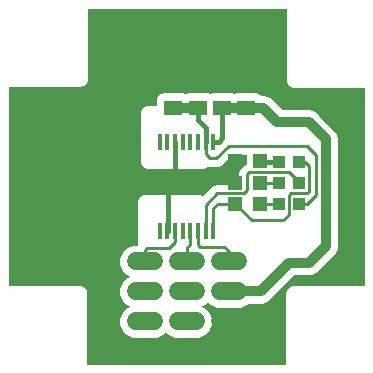
<source format=gbl>
G75*
G70*
%OFA0B0*%
%FSLAX24Y24*%
%IPPOS*%
%LPD*%
%AMOC8*
5,1,8,0,0,1.08239X$1,22.5*
%
%ADD10R,0.0150X0.0560*%
%ADD11R,0.0630X0.0512*%
%ADD12R,0.0472X0.0472*%
%ADD13R,0.0394X0.0433*%
%ADD14C,0.0600*%
%ADD15C,0.0100*%
%ADD16C,0.0160*%
%ADD17C,0.0000*%
%ADD18C,0.0001*%
%ADD19C,0.0320*%
D10*
X005537Y004941D03*
X005793Y004941D03*
X006048Y004941D03*
X006304Y004941D03*
X006560Y004941D03*
X006816Y004941D03*
X007072Y004941D03*
X007328Y004941D03*
X007328Y007926D03*
X007072Y007926D03*
X006816Y007926D03*
X006560Y007926D03*
X006304Y007926D03*
X006048Y007926D03*
X005793Y007926D03*
X005537Y007926D03*
D11*
X005972Y009060D03*
X005972Y009848D03*
X006802Y009848D03*
X006802Y009060D03*
X007612Y009060D03*
X007612Y009848D03*
X008412Y009848D03*
X008412Y009060D03*
D12*
X008059Y007274D03*
X008059Y006554D03*
X008059Y005854D03*
X008886Y005854D03*
X008886Y006554D03*
X008886Y007274D03*
D13*
X009508Y007254D03*
X010177Y007254D03*
X010177Y006554D03*
X010177Y005854D03*
X009508Y005854D03*
X009508Y006554D03*
D14*
X008132Y003934D02*
X007532Y003934D01*
X006732Y003934D02*
X006132Y003934D01*
X005332Y003934D02*
X004732Y003934D01*
X004732Y002934D02*
X005332Y002934D01*
X006132Y002934D02*
X006732Y002934D01*
X007532Y002934D02*
X008132Y002934D01*
X008132Y001934D02*
X007532Y001934D01*
X006732Y001934D02*
X006132Y001934D01*
X005332Y001934D02*
X004732Y001934D01*
D15*
X005032Y003934D02*
X005032Y004304D01*
X005122Y004394D01*
X005862Y004394D01*
X006048Y004580D01*
X006048Y004941D01*
X006560Y004941D02*
X006560Y004502D01*
X006432Y004374D01*
X006432Y003934D01*
X006892Y004414D02*
X006816Y004490D01*
X006816Y004941D01*
X007072Y004941D02*
X007072Y005824D01*
X007452Y006204D01*
X008342Y006204D01*
X008462Y006324D01*
X008462Y006864D01*
X008512Y006914D01*
X009852Y006914D01*
X010052Y006714D01*
X010052Y006679D01*
X010177Y006554D01*
X009902Y006204D02*
X010462Y006204D01*
X010522Y006264D01*
X010522Y007114D01*
X010382Y007254D01*
X010177Y007254D01*
X010452Y007794D02*
X007842Y007794D01*
X007422Y007374D01*
X007212Y007374D01*
X007072Y007514D01*
X007072Y007926D01*
X007622Y008790D02*
X007612Y009060D01*
X008886Y006554D02*
X009508Y006554D01*
X009902Y006204D02*
X009842Y006144D01*
X009842Y005484D01*
X009662Y005304D01*
X008609Y005304D01*
X008059Y005854D01*
X007482Y005854D01*
X007328Y005700D01*
X007328Y004941D01*
X007692Y004414D02*
X006892Y004414D01*
X007692Y004414D02*
X007832Y004274D01*
X007832Y003934D01*
X008886Y005854D02*
X009508Y005854D01*
X010177Y005854D02*
X010462Y005854D01*
X010752Y006144D01*
X010752Y007494D01*
X010452Y007794D01*
D16*
X009508Y007254D02*
X008886Y007254D01*
X008886Y007274D01*
X007622Y008034D02*
X007515Y007926D01*
X007328Y007926D01*
X007072Y007926D02*
X007072Y008394D01*
X006802Y008664D01*
X006802Y009060D01*
X007622Y008790D02*
X007622Y008034D01*
X006048Y007926D02*
X006048Y006844D01*
X005682Y006844D01*
X005772Y006424D02*
X005802Y006424D01*
X005802Y004951D01*
X005793Y004941D01*
D17*
X004772Y004534D02*
X004791Y004488D01*
X004788Y004484D01*
X004623Y004484D01*
X004421Y004400D01*
X004266Y004246D01*
X004182Y004043D01*
X004182Y003824D01*
X004266Y003622D01*
X004421Y003467D01*
X004502Y003434D01*
X004421Y003400D01*
X004266Y003246D01*
X004182Y003043D01*
X004182Y002824D01*
X004266Y002622D01*
X004421Y002467D01*
X004502Y002434D01*
X004421Y002400D01*
X004266Y002246D01*
X004182Y002043D01*
X004182Y001824D01*
X004266Y001622D01*
X004421Y001467D01*
X004623Y001384D01*
X005442Y001384D01*
X005644Y001467D01*
X005732Y001556D01*
X005821Y001467D01*
X006023Y001384D01*
X006842Y001384D01*
X007044Y001467D01*
X007199Y001622D01*
X007283Y001824D01*
X007283Y002043D01*
X007199Y002246D01*
X007044Y002400D01*
X006963Y002434D01*
X007044Y002467D01*
X007132Y002556D01*
X007221Y002467D01*
X007423Y002384D01*
X008242Y002384D01*
X008444Y002467D01*
X008500Y002524D01*
X008821Y002524D01*
X008984Y002524D01*
X009135Y002586D01*
X010032Y003484D01*
X010441Y003484D01*
X010604Y003484D01*
X010755Y003546D01*
X011305Y004096D01*
X011420Y004211D01*
X011483Y004362D01*
X011483Y008085D01*
X011420Y008236D01*
X011305Y008352D01*
X010864Y008792D01*
X010850Y008826D01*
X010735Y008942D01*
X010584Y009004D01*
X010421Y009004D01*
X009632Y009004D01*
X009228Y009408D01*
X009078Y009470D01*
X008927Y009470D01*
X008869Y009528D01*
X008777Y009566D01*
X008048Y009566D01*
X008012Y009552D01*
X007977Y009566D01*
X007248Y009566D01*
X007207Y009550D01*
X007167Y009566D01*
X006438Y009566D01*
X006387Y009545D01*
X006337Y009566D01*
X005608Y009566D01*
X005516Y009528D01*
X005445Y009458D01*
X005407Y009366D01*
X005407Y009144D01*
X005083Y009144D01*
X004991Y009106D01*
X004920Y009036D01*
X004882Y008944D01*
X004882Y007214D01*
X004920Y007122D01*
X004991Y007052D01*
X005083Y007014D01*
X005328Y007014D01*
X005353Y007004D01*
X006002Y007004D01*
X006059Y007027D01*
X006093Y007014D01*
X006363Y007014D01*
X007012Y007014D01*
X007104Y007052D01*
X007134Y007081D01*
X007153Y007074D01*
X007482Y007074D01*
X007592Y007119D01*
X007677Y007204D01*
X007967Y007494D01*
X008399Y007494D01*
X008399Y007192D01*
X008342Y007168D01*
X008292Y007118D01*
X008208Y007034D01*
X008162Y006924D01*
X008162Y006504D01*
X007393Y006504D01*
X007282Y006458D01*
X007198Y006374D01*
X006967Y006143D01*
X006892Y006174D01*
X004983Y006174D01*
X004891Y006136D01*
X004820Y006066D01*
X004782Y005974D01*
X004782Y005458D01*
X004772Y005434D01*
X004772Y004534D01*
X003092Y003036D02*
X003130Y002944D01*
X003130Y000512D01*
X009730Y000512D01*
X009730Y002935D01*
X009768Y003027D01*
X009838Y003097D01*
X009930Y003135D01*
X012351Y003135D01*
X012351Y009715D01*
X009946Y009715D01*
X009854Y009753D01*
X009784Y009823D01*
X009746Y009915D01*
X009746Y012351D01*
X003148Y012351D01*
X003148Y009962D01*
X003110Y009870D01*
X003040Y009800D01*
X002948Y009762D01*
X000512Y009762D01*
X000512Y003144D01*
X002929Y003144D01*
X003021Y003106D01*
X003092Y003036D01*
X007198Y006374D02*
X007198Y006374D01*
X008292Y007118D02*
X008292Y007118D01*
D18*
X004194Y003072D02*
X003056Y003072D01*
X003056Y003071D02*
X004194Y003071D01*
X004193Y003070D02*
X003057Y003070D01*
X003058Y003069D02*
X004193Y003069D01*
X004192Y003068D02*
X003059Y003068D01*
X003060Y003067D02*
X004192Y003067D01*
X004192Y003066D02*
X003061Y003066D01*
X003062Y003065D02*
X004191Y003065D01*
X004191Y003064D02*
X003063Y003064D01*
X003064Y003063D02*
X004190Y003063D01*
X004190Y003062D02*
X003065Y003062D01*
X003066Y003061D02*
X004190Y003061D01*
X004189Y003060D02*
X003067Y003060D01*
X003068Y003060D02*
X004189Y003060D01*
X004188Y003059D02*
X003069Y003059D01*
X003070Y003058D02*
X004188Y003058D01*
X004188Y003057D02*
X003071Y003057D01*
X003072Y003056D02*
X004187Y003056D01*
X004187Y003055D02*
X003073Y003055D01*
X003074Y003054D02*
X004186Y003054D01*
X004186Y003053D02*
X003074Y003053D01*
X003075Y003052D02*
X004186Y003052D01*
X004185Y003051D02*
X003076Y003051D01*
X003077Y003050D02*
X004185Y003050D01*
X004184Y003049D02*
X003078Y003049D01*
X003079Y003048D02*
X004184Y003048D01*
X004184Y003047D02*
X003080Y003047D01*
X003081Y003046D02*
X004183Y003046D01*
X004183Y003045D02*
X003082Y003045D01*
X003083Y003044D02*
X004183Y003044D01*
X004182Y003043D02*
X003084Y003043D01*
X003085Y003043D02*
X004182Y003043D01*
X004182Y003042D02*
X003086Y003042D01*
X003087Y003041D02*
X004182Y003041D01*
X004182Y003040D02*
X003088Y003040D01*
X003089Y003039D02*
X004182Y003039D01*
X004182Y003038D02*
X003090Y003038D01*
X003091Y003037D02*
X004182Y003037D01*
X004182Y003036D02*
X003091Y003036D01*
X003092Y003035D02*
X004182Y003035D01*
X004182Y003034D02*
X003092Y003034D01*
X003093Y003033D02*
X004182Y003033D01*
X004182Y003032D02*
X003093Y003032D01*
X003094Y003031D02*
X004182Y003031D01*
X004182Y003030D02*
X003094Y003030D01*
X003094Y003029D02*
X004182Y003029D01*
X004182Y003028D02*
X003095Y003028D01*
X003095Y003027D02*
X004182Y003027D01*
X004182Y003026D02*
X003096Y003026D01*
X004182Y003026D01*
X004182Y003025D02*
X003096Y003025D01*
X003097Y003024D02*
X004182Y003024D01*
X004182Y003023D02*
X003097Y003023D01*
X003098Y003022D02*
X004182Y003022D01*
X004182Y003021D02*
X003098Y003021D01*
X003098Y003020D02*
X004182Y003020D01*
X004182Y003019D02*
X003099Y003019D01*
X003099Y003018D02*
X004182Y003018D01*
X004182Y003017D02*
X003099Y003017D01*
X003100Y003016D02*
X004182Y003016D01*
X004182Y003015D02*
X003100Y003015D01*
X003101Y003014D02*
X004182Y003014D01*
X004182Y003013D02*
X003101Y003013D01*
X003101Y003012D02*
X004182Y003012D01*
X004182Y003011D02*
X003102Y003011D01*
X003102Y003010D02*
X004182Y003010D01*
X004182Y003009D02*
X003103Y003009D01*
X004182Y003009D01*
X004182Y003008D02*
X003103Y003008D01*
X003104Y003007D02*
X004182Y003007D01*
X004182Y003006D02*
X003104Y003006D01*
X003105Y003005D02*
X004182Y003005D01*
X004182Y003004D02*
X003105Y003004D01*
X003105Y003003D02*
X004182Y003003D01*
X004182Y003002D02*
X003106Y003002D01*
X003106Y003001D02*
X004182Y003001D01*
X004182Y003000D02*
X003106Y003000D01*
X003107Y002999D02*
X004182Y002999D01*
X004182Y002998D02*
X003107Y002998D01*
X003108Y002997D02*
X004182Y002997D01*
X004182Y002996D02*
X003108Y002996D01*
X003108Y002995D02*
X004182Y002995D01*
X004182Y002994D02*
X003109Y002994D01*
X003109Y002993D02*
X004182Y002993D01*
X004182Y002992D02*
X003110Y002992D01*
X003110Y002991D02*
X004182Y002991D01*
X003110Y002991D01*
X003111Y002990D02*
X004182Y002990D01*
X004182Y002989D02*
X003111Y002989D01*
X003112Y002988D02*
X004182Y002988D01*
X004182Y002987D02*
X003112Y002987D01*
X003112Y002986D02*
X004182Y002986D01*
X004182Y002985D02*
X003113Y002985D01*
X003113Y002984D02*
X004182Y002984D01*
X004182Y002983D02*
X003114Y002983D01*
X003114Y002982D02*
X004182Y002982D01*
X004182Y002981D02*
X003114Y002981D01*
X003115Y002980D02*
X004182Y002980D01*
X004182Y002979D02*
X003115Y002979D01*
X003116Y002978D02*
X004182Y002978D01*
X004182Y002977D02*
X003116Y002977D01*
X003116Y002976D02*
X004182Y002976D01*
X004182Y002975D02*
X003117Y002975D01*
X003117Y002974D02*
X004182Y002974D01*
X003117Y002974D01*
X003118Y002973D02*
X004182Y002973D01*
X004182Y002972D02*
X003118Y002972D01*
X003119Y002971D02*
X004182Y002971D01*
X004182Y002970D02*
X003119Y002970D01*
X003119Y002969D02*
X004182Y002969D01*
X004182Y002968D02*
X003120Y002968D01*
X003120Y002967D02*
X004182Y002967D01*
X004182Y002966D02*
X003121Y002966D01*
X003121Y002965D02*
X004182Y002965D01*
X004182Y002964D02*
X003121Y002964D01*
X003122Y002963D02*
X004182Y002963D01*
X004182Y002962D02*
X003122Y002962D01*
X003123Y002961D02*
X004182Y002961D01*
X004182Y002960D02*
X003123Y002960D01*
X003123Y002959D02*
X004182Y002959D01*
X004182Y002958D02*
X003124Y002958D01*
X003124Y002957D02*
X004182Y002957D01*
X003124Y002957D01*
X003125Y002956D02*
X004182Y002956D01*
X004182Y002955D02*
X003125Y002955D01*
X003126Y002954D02*
X004182Y002954D01*
X004182Y002953D02*
X003126Y002953D01*
X003126Y002952D02*
X004182Y002952D01*
X004182Y002951D02*
X003127Y002951D01*
X003127Y002950D02*
X004182Y002950D01*
X004182Y002949D02*
X003128Y002949D01*
X003128Y002948D02*
X004182Y002948D01*
X004182Y002947D02*
X003128Y002947D01*
X003129Y002946D02*
X004182Y002946D01*
X004182Y002945D02*
X003129Y002945D01*
X003130Y002944D02*
X004182Y002944D01*
X004182Y002943D02*
X003130Y002943D01*
X003130Y002942D02*
X004182Y002942D01*
X004182Y002941D02*
X003130Y002941D01*
X003130Y002940D02*
X004182Y002940D01*
X003130Y002940D01*
X003130Y002939D02*
X004182Y002939D01*
X004182Y002938D02*
X003130Y002938D01*
X003130Y002937D02*
X004182Y002937D01*
X004182Y002936D02*
X003130Y002936D01*
X003130Y002935D02*
X004182Y002935D01*
X004182Y002934D02*
X003130Y002934D01*
X003130Y002933D02*
X004182Y002933D01*
X004182Y002932D02*
X003130Y002932D01*
X003130Y002931D02*
X004182Y002931D01*
X004182Y002930D02*
X003130Y002930D01*
X003130Y002929D02*
X004182Y002929D01*
X004182Y002928D02*
X003130Y002928D01*
X003130Y002927D02*
X004182Y002927D01*
X004182Y002926D02*
X003130Y002926D01*
X003130Y002925D02*
X004182Y002925D01*
X004182Y002924D02*
X003130Y002924D01*
X003130Y002923D02*
X004182Y002923D01*
X003130Y002923D01*
X003130Y002922D02*
X004182Y002922D01*
X004182Y002921D02*
X003130Y002921D01*
X003130Y002920D02*
X004182Y002920D01*
X004182Y002919D02*
X003130Y002919D01*
X003130Y002918D02*
X004182Y002918D01*
X004182Y002917D02*
X003130Y002917D01*
X003130Y002916D02*
X004182Y002916D01*
X004182Y002915D02*
X003130Y002915D01*
X003130Y002914D02*
X004182Y002914D01*
X004182Y002913D02*
X003130Y002913D01*
X003130Y002912D02*
X004182Y002912D01*
X004182Y002911D02*
X003130Y002911D01*
X003130Y002910D02*
X004182Y002910D01*
X004182Y002909D02*
X003130Y002909D01*
X003130Y002908D02*
X004182Y002908D01*
X004182Y002907D02*
X003130Y002907D01*
X003130Y002906D02*
X004182Y002906D01*
X003130Y002906D01*
X003130Y002905D02*
X004182Y002905D01*
X004182Y002904D02*
X003130Y002904D01*
X003130Y002903D02*
X004182Y002903D01*
X004182Y002902D02*
X003130Y002902D01*
X003130Y002901D02*
X004182Y002901D01*
X004182Y002900D02*
X003130Y002900D01*
X003130Y002899D02*
X004182Y002899D01*
X004182Y002898D02*
X003130Y002898D01*
X003130Y002897D02*
X004182Y002897D01*
X004182Y002896D02*
X003130Y002896D01*
X003130Y002895D02*
X004182Y002895D01*
X004182Y002894D02*
X003130Y002894D01*
X003130Y002893D02*
X004182Y002893D01*
X004182Y002892D02*
X003130Y002892D01*
X003130Y002891D02*
X004182Y002891D01*
X004182Y002890D02*
X003130Y002890D01*
X003130Y002889D02*
X004182Y002889D01*
X003130Y002889D01*
X003130Y002888D02*
X004182Y002888D01*
X004182Y002887D02*
X003130Y002887D01*
X003130Y002886D02*
X004182Y002886D01*
X004182Y002885D02*
X003130Y002885D01*
X003130Y002884D02*
X004182Y002884D01*
X004182Y002883D02*
X003130Y002883D01*
X003130Y002882D02*
X004182Y002882D01*
X004182Y002881D02*
X003130Y002881D01*
X003130Y002880D02*
X004182Y002880D01*
X004182Y002879D02*
X003130Y002879D01*
X003130Y002878D02*
X004182Y002878D01*
X004182Y002877D02*
X003130Y002877D01*
X003130Y002876D02*
X004182Y002876D01*
X004182Y002875D02*
X003130Y002875D01*
X003130Y002874D02*
X004182Y002874D01*
X004182Y002873D02*
X003130Y002873D01*
X003130Y002872D02*
X004182Y002872D01*
X004182Y002871D02*
X003130Y002871D01*
X004182Y002871D01*
X004182Y002870D02*
X003130Y002870D01*
X003130Y002869D02*
X004182Y002869D01*
X004182Y002868D02*
X003130Y002868D01*
X003130Y002867D02*
X004182Y002867D01*
X004182Y002866D02*
X003130Y002866D01*
X003130Y002865D02*
X004182Y002865D01*
X004182Y002864D02*
X003130Y002864D01*
X003130Y002863D02*
X004182Y002863D01*
X004182Y002862D02*
X003130Y002862D01*
X003130Y002861D02*
X004182Y002861D01*
X004182Y002860D02*
X003130Y002860D01*
X003130Y002859D02*
X004182Y002859D01*
X004182Y002858D02*
X003130Y002858D01*
X003130Y002857D02*
X004182Y002857D01*
X004182Y002856D02*
X003130Y002856D01*
X003130Y002855D02*
X004182Y002855D01*
X004182Y002854D02*
X003130Y002854D01*
X004182Y002854D01*
X004182Y002853D02*
X003130Y002853D01*
X003130Y002852D02*
X004182Y002852D01*
X004182Y002851D02*
X003130Y002851D01*
X003130Y002850D02*
X004182Y002850D01*
X004182Y002849D02*
X003130Y002849D01*
X003130Y002848D02*
X004182Y002848D01*
X004182Y002847D02*
X003130Y002847D01*
X003130Y002846D02*
X004182Y002846D01*
X004182Y002845D02*
X003130Y002845D01*
X003130Y002844D02*
X004182Y002844D01*
X004182Y002843D02*
X003130Y002843D01*
X003130Y002842D02*
X004182Y002842D01*
X004182Y002841D02*
X003130Y002841D01*
X003130Y002840D02*
X004182Y002840D01*
X004182Y002839D02*
X003130Y002839D01*
X003130Y002838D02*
X004182Y002838D01*
X004182Y002837D02*
X003130Y002837D01*
X004182Y002837D01*
X004182Y002836D02*
X003130Y002836D01*
X003130Y002835D02*
X004182Y002835D01*
X004182Y002834D02*
X003130Y002834D01*
X003130Y002833D02*
X004182Y002833D01*
X004182Y002832D02*
X003130Y002832D01*
X003130Y002831D02*
X004182Y002831D01*
X004182Y002830D02*
X003130Y002830D01*
X003130Y002829D02*
X004182Y002829D01*
X004182Y002828D02*
X003130Y002828D01*
X003130Y002827D02*
X004182Y002827D01*
X004182Y002826D02*
X003130Y002826D01*
X003130Y002825D02*
X004182Y002825D01*
X004182Y002824D02*
X003130Y002824D01*
X003130Y002823D02*
X004183Y002823D01*
X004183Y002822D02*
X003130Y002822D01*
X003130Y002821D02*
X004183Y002821D01*
X004184Y002820D02*
X003130Y002820D01*
X004184Y002820D01*
X004184Y002819D02*
X003130Y002819D01*
X003130Y002818D02*
X004185Y002818D01*
X004185Y002817D02*
X003130Y002817D01*
X003130Y002816D02*
X004186Y002816D01*
X004186Y002815D02*
X003130Y002815D01*
X003130Y002814D02*
X004186Y002814D01*
X004187Y002813D02*
X003130Y002813D01*
X003130Y002812D02*
X004187Y002812D01*
X004188Y002811D02*
X003130Y002811D01*
X003130Y002810D02*
X004188Y002810D01*
X004188Y002809D02*
X003130Y002809D01*
X003130Y002808D02*
X004189Y002808D01*
X004189Y002807D02*
X003130Y002807D01*
X003130Y002806D02*
X004190Y002806D01*
X004190Y002805D02*
X003130Y002805D01*
X003130Y002804D02*
X004190Y002804D01*
X004191Y002803D02*
X003130Y002803D01*
X004191Y002803D01*
X004192Y002802D02*
X003130Y002802D01*
X003130Y002801D02*
X004192Y002801D01*
X004192Y002800D02*
X003130Y002800D01*
X003130Y002799D02*
X004193Y002799D01*
X004193Y002798D02*
X003130Y002798D01*
X003130Y002797D02*
X004194Y002797D01*
X004194Y002796D02*
X003130Y002796D01*
X003130Y002795D02*
X004194Y002795D01*
X004195Y002794D02*
X003130Y002794D01*
X003130Y002793D02*
X004195Y002793D01*
X004195Y002792D02*
X003130Y002792D01*
X003130Y002791D02*
X004196Y002791D01*
X004196Y002790D02*
X003130Y002790D01*
X003130Y002789D02*
X004197Y002789D01*
X004197Y002788D02*
X003130Y002788D01*
X003130Y002787D02*
X004197Y002787D01*
X004198Y002786D02*
X003130Y002786D01*
X004198Y002786D01*
X004199Y002785D02*
X003130Y002785D01*
X003130Y002784D02*
X004199Y002784D01*
X004199Y002783D02*
X003130Y002783D01*
X003130Y002782D02*
X004200Y002782D01*
X004200Y002781D02*
X003130Y002781D01*
X003130Y002780D02*
X004201Y002780D01*
X004201Y002779D02*
X003130Y002779D01*
X003130Y002778D02*
X004201Y002778D01*
X004202Y002777D02*
X003130Y002777D01*
X003130Y002776D02*
X004202Y002776D01*
X004202Y002775D02*
X003130Y002775D01*
X003130Y002774D02*
X004203Y002774D01*
X004203Y002773D02*
X003130Y002773D01*
X003130Y002772D02*
X004204Y002772D01*
X004204Y002771D02*
X003130Y002771D01*
X003130Y002770D02*
X004204Y002770D01*
X004205Y002769D02*
X003130Y002769D01*
X004205Y002769D01*
X004206Y002768D02*
X003130Y002768D01*
X003130Y002767D02*
X004206Y002767D01*
X004206Y002766D02*
X003130Y002766D01*
X003130Y002765D02*
X004207Y002765D01*
X004207Y002764D02*
X003130Y002764D01*
X003130Y002763D02*
X004208Y002763D01*
X004208Y002762D02*
X003130Y002762D01*
X003130Y002761D02*
X004208Y002761D01*
X004209Y002760D02*
X003130Y002760D01*
X003130Y002759D02*
X004209Y002759D01*
X004210Y002758D02*
X003130Y002758D01*
X003130Y002757D02*
X004210Y002757D01*
X004210Y002756D02*
X003130Y002756D01*
X003130Y002755D02*
X004211Y002755D01*
X004211Y002754D02*
X003130Y002754D01*
X003130Y002753D02*
X004211Y002753D01*
X004212Y002752D02*
X003130Y002752D01*
X003130Y002751D02*
X004212Y002751D01*
X004213Y002751D02*
X003130Y002751D01*
X003130Y002750D02*
X004213Y002750D01*
X004213Y002749D02*
X003130Y002749D01*
X003130Y002748D02*
X004214Y002748D01*
X004214Y002747D02*
X003130Y002747D01*
X003130Y002746D02*
X004215Y002746D01*
X004215Y002745D02*
X003130Y002745D01*
X003130Y002744D02*
X004215Y002744D01*
X004216Y002743D02*
X003130Y002743D01*
X003130Y002742D02*
X004216Y002742D01*
X004217Y002741D02*
X003130Y002741D01*
X003130Y002740D02*
X004217Y002740D01*
X004217Y002739D02*
X003130Y002739D01*
X003130Y002738D02*
X004218Y002738D01*
X004218Y002737D02*
X003130Y002737D01*
X003130Y002736D02*
X004219Y002736D01*
X004219Y002735D02*
X003130Y002735D01*
X003130Y002734D02*
X004219Y002734D01*
X004220Y002734D02*
X003130Y002734D01*
X003130Y002733D02*
X004220Y002733D01*
X004221Y002732D02*
X003130Y002732D01*
X003130Y002731D02*
X004221Y002731D01*
X004221Y002730D02*
X003130Y002730D01*
X003130Y002729D02*
X004222Y002729D01*
X004222Y002728D02*
X003130Y002728D01*
X003130Y002727D02*
X004222Y002727D01*
X004223Y002726D02*
X003130Y002726D01*
X003130Y002725D02*
X004223Y002725D01*
X004224Y002724D02*
X003130Y002724D01*
X003130Y002723D02*
X004224Y002723D01*
X004224Y002722D02*
X003130Y002722D01*
X003130Y002721D02*
X004225Y002721D01*
X004225Y002720D02*
X003130Y002720D01*
X003130Y002719D02*
X004226Y002719D01*
X004226Y002718D02*
X003130Y002718D01*
X003130Y002717D02*
X004226Y002717D01*
X004227Y002717D02*
X003130Y002717D01*
X003130Y002716D02*
X004227Y002716D01*
X004228Y002715D02*
X003130Y002715D01*
X003130Y002714D02*
X004228Y002714D01*
X004228Y002713D02*
X003130Y002713D01*
X003130Y002712D02*
X004229Y002712D01*
X004229Y002711D02*
X003130Y002711D01*
X003130Y002710D02*
X004229Y002710D01*
X004230Y002709D02*
X003130Y002709D01*
X003130Y002708D02*
X004230Y002708D01*
X004231Y002707D02*
X003130Y002707D01*
X003130Y002706D02*
X004231Y002706D01*
X004231Y002705D02*
X003130Y002705D01*
X003130Y002704D02*
X004232Y002704D01*
X004232Y002703D02*
X003130Y002703D01*
X003130Y002702D02*
X004233Y002702D01*
X004233Y002701D02*
X003130Y002701D01*
X003130Y002700D02*
X004233Y002700D01*
X004234Y002700D02*
X003130Y002700D01*
X003130Y002699D02*
X004234Y002699D01*
X004235Y002698D02*
X003130Y002698D01*
X003130Y002697D02*
X004235Y002697D01*
X004235Y002696D02*
X003130Y002696D01*
X003130Y002695D02*
X004236Y002695D01*
X004236Y002694D02*
X003130Y002694D01*
X003130Y002693D02*
X004237Y002693D01*
X004237Y002692D02*
X003130Y002692D01*
X003130Y002691D02*
X004237Y002691D01*
X004238Y002690D02*
X003130Y002690D01*
X003130Y002689D02*
X004238Y002689D01*
X004239Y002688D02*
X003130Y002688D01*
X003130Y002687D02*
X004239Y002687D01*
X004239Y002686D02*
X003130Y002686D01*
X003130Y002685D02*
X004240Y002685D01*
X004240Y002684D02*
X003130Y002684D01*
X003130Y002683D02*
X004240Y002683D01*
X004241Y002683D02*
X003130Y002683D01*
X003130Y002682D02*
X004241Y002682D01*
X004242Y002681D02*
X003130Y002681D01*
X003130Y002680D02*
X004242Y002680D01*
X004242Y002679D02*
X003130Y002679D01*
X003130Y002678D02*
X004243Y002678D01*
X004243Y002677D02*
X003130Y002677D01*
X003130Y002676D02*
X004244Y002676D01*
X004244Y002675D02*
X003130Y002675D01*
X003130Y002674D02*
X004244Y002674D01*
X004245Y002673D02*
X003130Y002673D01*
X003130Y002672D02*
X004245Y002672D01*
X004246Y002671D02*
X003130Y002671D01*
X003130Y002670D02*
X004246Y002670D01*
X004246Y002669D02*
X003130Y002669D01*
X003130Y002668D02*
X004247Y002668D01*
X004247Y002667D02*
X003130Y002667D01*
X003130Y002666D02*
X004248Y002666D01*
X003130Y002666D01*
X003130Y002665D02*
X004248Y002665D01*
X004249Y002664D02*
X003130Y002664D01*
X003130Y002663D02*
X004249Y002663D01*
X004249Y002662D02*
X003130Y002662D01*
X003130Y002661D02*
X004250Y002661D01*
X004250Y002660D02*
X003130Y002660D01*
X003130Y002659D02*
X004251Y002659D01*
X004251Y002658D02*
X003130Y002658D01*
X003130Y002657D02*
X004251Y002657D01*
X004252Y002656D02*
X003130Y002656D01*
X003130Y002655D02*
X004252Y002655D01*
X004253Y002654D02*
X003130Y002654D01*
X003130Y002653D02*
X004253Y002653D01*
X004253Y002652D02*
X003130Y002652D01*
X003130Y002651D02*
X004254Y002651D01*
X004254Y002650D02*
X003130Y002650D01*
X003130Y002649D02*
X004255Y002649D01*
X003130Y002649D01*
X003130Y002648D02*
X004255Y002648D01*
X004256Y002647D02*
X003130Y002647D01*
X003130Y002646D02*
X004256Y002646D01*
X004257Y002645D02*
X003130Y002645D01*
X003130Y002644D02*
X004257Y002644D01*
X004257Y002643D02*
X003130Y002643D01*
X003130Y002642D02*
X004258Y002642D01*
X004258Y002641D02*
X003130Y002641D01*
X003130Y002640D02*
X004258Y002640D01*
X004259Y002639D02*
X003130Y002639D01*
X003130Y002638D02*
X004259Y002638D01*
X004260Y002637D02*
X003130Y002637D01*
X003130Y002636D02*
X004260Y002636D01*
X004260Y002635D02*
X003130Y002635D01*
X003130Y002634D02*
X004261Y002634D01*
X004261Y002633D02*
X003130Y002633D01*
X003130Y002632D02*
X004262Y002632D01*
X004262Y002631D02*
X003130Y002631D01*
X004262Y002631D01*
X004263Y002630D02*
X003130Y002630D01*
X003130Y002629D02*
X004263Y002629D01*
X004264Y002628D02*
X003130Y002628D01*
X003130Y002627D02*
X004264Y002627D01*
X004264Y002626D02*
X003130Y002626D01*
X003130Y002625D02*
X004265Y002625D01*
X004265Y002624D02*
X003130Y002624D01*
X003130Y002623D02*
X004266Y002623D01*
X004266Y002622D02*
X003130Y002622D01*
X003130Y002621D02*
X004267Y002621D01*
X004268Y002620D02*
X003130Y002620D01*
X003130Y002619D02*
X004269Y002619D01*
X004270Y002618D02*
X003130Y002618D01*
X003130Y002617D02*
X004271Y002617D01*
X004272Y002616D02*
X003130Y002616D01*
X003130Y002615D02*
X004273Y002615D01*
X004274Y002614D02*
X003130Y002614D01*
X004275Y002614D01*
X004275Y002613D02*
X003130Y002613D01*
X003130Y002612D02*
X004276Y002612D01*
X004277Y002611D02*
X003130Y002611D01*
X003130Y002610D02*
X004278Y002610D01*
X004279Y002609D02*
X003130Y002609D01*
X003130Y002608D02*
X004280Y002608D01*
X004281Y002607D02*
X003130Y002607D01*
X003130Y002606D02*
X004282Y002606D01*
X004283Y002605D02*
X003130Y002605D01*
X003130Y002604D02*
X004284Y002604D01*
X004285Y002603D02*
X003130Y002603D01*
X003130Y002602D02*
X004286Y002602D01*
X004287Y002601D02*
X003130Y002601D01*
X003130Y002600D02*
X004288Y002600D01*
X004289Y002599D02*
X003130Y002599D01*
X003130Y002598D02*
X004290Y002598D01*
X004291Y002597D02*
X003130Y002597D01*
X004292Y002597D01*
X004292Y002596D02*
X003130Y002596D01*
X003130Y002595D02*
X004293Y002595D01*
X004294Y002594D02*
X003130Y002594D01*
X003130Y002593D02*
X004295Y002593D01*
X004296Y002592D02*
X003130Y002592D01*
X003130Y002591D02*
X004297Y002591D01*
X004298Y002590D02*
X003130Y002590D01*
X003130Y002589D02*
X004299Y002589D01*
X004300Y002588D02*
X003130Y002588D01*
X003130Y002587D02*
X004301Y002587D01*
X004302Y002586D02*
X003130Y002586D01*
X003130Y002585D02*
X004303Y002585D01*
X004304Y002584D02*
X003130Y002584D01*
X003130Y002583D02*
X004305Y002583D01*
X004306Y002582D02*
X003130Y002582D01*
X003130Y002581D02*
X004307Y002581D01*
X004308Y002580D02*
X003130Y002580D01*
X004309Y002580D01*
X004309Y002579D02*
X003130Y002579D01*
X003130Y002578D02*
X004310Y002578D01*
X004311Y002577D02*
X003130Y002577D01*
X003130Y002576D02*
X004312Y002576D01*
X004313Y002575D02*
X003130Y002575D01*
X003130Y002574D02*
X004314Y002574D01*
X004315Y002573D02*
X003130Y002573D01*
X003130Y002572D02*
X004316Y002572D01*
X004317Y002571D02*
X003130Y002571D01*
X003130Y002570D02*
X004318Y002570D01*
X004319Y002569D02*
X003130Y002569D01*
X003130Y002568D02*
X004320Y002568D01*
X004321Y002567D02*
X003130Y002567D01*
X003130Y002566D02*
X004322Y002566D01*
X004323Y002565D02*
X003130Y002565D01*
X003130Y002564D02*
X004324Y002564D01*
X004325Y002563D02*
X003130Y002563D01*
X004326Y002563D01*
X004326Y002562D02*
X003130Y002562D01*
X003130Y002561D02*
X004327Y002561D01*
X004328Y002560D02*
X003130Y002560D01*
X003130Y002559D02*
X004329Y002559D01*
X004330Y002558D02*
X003130Y002558D01*
X003130Y002557D02*
X004331Y002557D01*
X004332Y002556D02*
X003130Y002556D01*
X003130Y002555D02*
X004333Y002555D01*
X004334Y002554D02*
X003130Y002554D01*
X003130Y002553D02*
X004335Y002553D01*
X004336Y002552D02*
X003130Y002552D01*
X003130Y002551D02*
X004337Y002551D01*
X004338Y002550D02*
X003130Y002550D01*
X003130Y002549D02*
X004339Y002549D01*
X004340Y002548D02*
X003130Y002548D01*
X003130Y002547D02*
X004341Y002547D01*
X004342Y002546D02*
X003130Y002546D01*
X004343Y002546D01*
X004344Y002545D02*
X003130Y002545D01*
X003130Y002544D02*
X004344Y002544D01*
X004345Y002543D02*
X003130Y002543D01*
X003130Y002542D02*
X004346Y002542D01*
X004347Y002541D02*
X003130Y002541D01*
X003130Y002540D02*
X004348Y002540D01*
X004349Y002539D02*
X003130Y002539D01*
X003130Y002538D02*
X004350Y002538D01*
X004351Y002537D02*
X003130Y002537D01*
X003130Y002536D02*
X004352Y002536D01*
X004353Y002535D02*
X003130Y002535D01*
X003130Y002534D02*
X004354Y002534D01*
X004355Y002533D02*
X003130Y002533D01*
X003130Y002532D02*
X004356Y002532D01*
X004357Y002531D02*
X003130Y002531D01*
X003130Y002530D02*
X004358Y002530D01*
X004359Y002529D02*
X003130Y002529D01*
X004360Y002529D01*
X004361Y002528D02*
X003130Y002528D01*
X003130Y002527D02*
X004361Y002527D01*
X004362Y002526D02*
X003130Y002526D01*
X003130Y002525D02*
X004363Y002525D01*
X004364Y002524D02*
X003130Y002524D01*
X003130Y002523D02*
X004365Y002523D01*
X004366Y002522D02*
X003130Y002522D01*
X003130Y002521D02*
X004367Y002521D01*
X004368Y002520D02*
X003130Y002520D01*
X003130Y002519D02*
X004369Y002519D01*
X004370Y002518D02*
X003130Y002518D01*
X003130Y002517D02*
X004371Y002517D01*
X004372Y002516D02*
X003130Y002516D01*
X003130Y002515D02*
X004373Y002515D01*
X004374Y002514D02*
X003130Y002514D01*
X003130Y002513D02*
X004375Y002513D01*
X004376Y002512D02*
X003130Y002512D01*
X003130Y002511D02*
X004377Y002511D01*
X004378Y002511D02*
X003130Y002511D01*
X003130Y002510D02*
X004378Y002510D01*
X004379Y002509D02*
X003130Y002509D01*
X003130Y002508D02*
X004380Y002508D01*
X004381Y002507D02*
X003130Y002507D01*
X003130Y002506D02*
X004382Y002506D01*
X004383Y002505D02*
X003130Y002505D01*
X003130Y002504D02*
X004384Y002504D01*
X004385Y002503D02*
X003130Y002503D01*
X003130Y002502D02*
X004386Y002502D01*
X004387Y002501D02*
X003130Y002501D01*
X003130Y002500D02*
X004388Y002500D01*
X004389Y002499D02*
X003130Y002499D01*
X003130Y002498D02*
X004390Y002498D01*
X004391Y002497D02*
X003130Y002497D01*
X003130Y002496D02*
X004392Y002496D01*
X004393Y002495D02*
X003130Y002495D01*
X003130Y002494D02*
X004394Y002494D01*
X004395Y002494D02*
X003130Y002494D01*
X003130Y002493D02*
X004395Y002493D01*
X004396Y002492D02*
X003130Y002492D01*
X003130Y002491D02*
X004397Y002491D01*
X004398Y002490D02*
X003130Y002490D01*
X003130Y002489D02*
X004399Y002489D01*
X004400Y002488D02*
X003130Y002488D01*
X003130Y002487D02*
X004401Y002487D01*
X004402Y002486D02*
X003130Y002486D01*
X003130Y002485D02*
X004403Y002485D01*
X004404Y002484D02*
X003130Y002484D01*
X003130Y002483D02*
X004405Y002483D01*
X004406Y002482D02*
X003130Y002482D01*
X003130Y002481D02*
X004407Y002481D01*
X004408Y002480D02*
X003130Y002480D01*
X003130Y002479D02*
X004409Y002479D01*
X004410Y002478D02*
X003130Y002478D01*
X003130Y002477D02*
X004411Y002477D01*
X004412Y002477D02*
X003130Y002477D01*
X003130Y002476D02*
X004412Y002476D01*
X004413Y002475D02*
X003130Y002475D01*
X003130Y002474D02*
X004414Y002474D01*
X004415Y002473D02*
X003130Y002473D01*
X003130Y002472D02*
X004416Y002472D01*
X004417Y002471D02*
X003130Y002471D01*
X003130Y002470D02*
X004418Y002470D01*
X004419Y002469D02*
X003130Y002469D01*
X003130Y002468D02*
X004420Y002468D01*
X004421Y002467D02*
X003130Y002467D01*
X003130Y002466D02*
X004424Y002466D01*
X004426Y002465D02*
X003130Y002465D01*
X003130Y002464D02*
X004428Y002464D01*
X004431Y002463D02*
X003130Y002463D01*
X003130Y002462D02*
X004433Y002462D01*
X004435Y002461D02*
X003130Y002461D01*
X003130Y002460D02*
X004437Y002460D01*
X004440Y002460D02*
X003130Y002460D01*
X003130Y002459D02*
X004442Y002459D01*
X004444Y002458D02*
X003130Y002458D01*
X003130Y002457D02*
X004447Y002457D01*
X004449Y002456D02*
X003130Y002456D01*
X003130Y002455D02*
X004451Y002455D01*
X004453Y002454D02*
X003130Y002454D01*
X003130Y002453D02*
X004456Y002453D01*
X004458Y002452D02*
X003130Y002452D01*
X003130Y002451D02*
X004460Y002451D01*
X004463Y002450D02*
X003130Y002450D01*
X003130Y002449D02*
X004465Y002449D01*
X004467Y002448D02*
X003130Y002448D01*
X003130Y002447D02*
X004469Y002447D01*
X004472Y002446D02*
X003130Y002446D01*
X003130Y002445D02*
X004474Y002445D01*
X004476Y002444D02*
X003130Y002444D01*
X003130Y002443D02*
X004479Y002443D01*
X004481Y002443D02*
X003130Y002443D01*
X003130Y002442D02*
X004483Y002442D01*
X004485Y002441D02*
X003130Y002441D01*
X003130Y002440D02*
X004488Y002440D01*
X004490Y002439D02*
X003130Y002439D01*
X003130Y002438D02*
X004492Y002438D01*
X004495Y002437D02*
X003130Y002437D01*
X003130Y002436D02*
X004497Y002436D01*
X004499Y002435D02*
X003130Y002435D01*
X003130Y002434D02*
X004501Y002434D01*
X004500Y002433D02*
X003130Y002433D01*
X003130Y002432D02*
X004497Y002432D01*
X004495Y002431D02*
X003130Y002431D01*
X003130Y002430D02*
X004493Y002430D01*
X004491Y002429D02*
X003130Y002429D01*
X003130Y002428D02*
X004488Y002428D01*
X004486Y002427D02*
X003130Y002427D01*
X003130Y002426D02*
X004484Y002426D01*
X004481Y002426D02*
X003130Y002426D01*
X003130Y002425D02*
X004479Y002425D01*
X004477Y002424D02*
X003130Y002424D01*
X003130Y002423D02*
X004475Y002423D01*
X004472Y002422D02*
X003130Y002422D01*
X003130Y002421D02*
X004470Y002421D01*
X004468Y002420D02*
X003130Y002420D01*
X003130Y002419D02*
X004466Y002419D01*
X004463Y002418D02*
X003130Y002418D01*
X003130Y002417D02*
X004461Y002417D01*
X004459Y002416D02*
X003130Y002416D01*
X003130Y002415D02*
X004456Y002415D01*
X004454Y002414D02*
X003130Y002414D01*
X003130Y002413D02*
X004452Y002413D01*
X004450Y002412D02*
X003130Y002412D01*
X003130Y002411D02*
X004447Y002411D01*
X004445Y002410D02*
X003130Y002410D01*
X003130Y002409D02*
X004443Y002409D01*
X004440Y002409D02*
X003130Y002409D01*
X003130Y002408D02*
X004438Y002408D01*
X004436Y002407D02*
X003130Y002407D01*
X003130Y002406D02*
X004434Y002406D01*
X004431Y002405D02*
X003130Y002405D01*
X003130Y002404D02*
X004429Y002404D01*
X004427Y002403D02*
X003130Y002403D01*
X003130Y002402D02*
X004424Y002402D01*
X004422Y002401D02*
X003130Y002401D01*
X003130Y002400D02*
X004420Y002400D01*
X004419Y002399D02*
X003130Y002399D01*
X003130Y002398D02*
X004418Y002398D01*
X004417Y002397D02*
X003130Y002397D01*
X003130Y002396D02*
X004417Y002396D01*
X004416Y002395D02*
X003130Y002395D01*
X003130Y002394D02*
X004415Y002394D01*
X004414Y002393D02*
X003130Y002393D01*
X003130Y002392D02*
X004413Y002392D01*
X004412Y002391D02*
X003130Y002391D01*
X004411Y002391D01*
X004410Y002390D02*
X003130Y002390D01*
X003130Y002389D02*
X004409Y002389D01*
X004408Y002388D02*
X003130Y002388D01*
X003130Y002387D02*
X004407Y002387D01*
X004406Y002386D02*
X003130Y002386D01*
X003130Y002385D02*
X004405Y002385D01*
X004404Y002384D02*
X003130Y002384D01*
X003130Y002383D02*
X004403Y002383D01*
X004402Y002382D02*
X003130Y002382D01*
X003130Y002381D02*
X004401Y002381D01*
X004400Y002380D02*
X003130Y002380D01*
X003130Y002379D02*
X004400Y002379D01*
X004399Y002378D02*
X003130Y002378D01*
X003130Y002377D02*
X004398Y002377D01*
X004397Y002376D02*
X003130Y002376D01*
X003130Y002375D02*
X004396Y002375D01*
X004395Y002374D02*
X003130Y002374D01*
X004394Y002374D01*
X004393Y002373D02*
X003130Y002373D01*
X003130Y002372D02*
X004392Y002372D01*
X004391Y002371D02*
X003130Y002371D01*
X003130Y002370D02*
X004390Y002370D01*
X004389Y002369D02*
X003130Y002369D01*
X003130Y002368D02*
X004388Y002368D01*
X004387Y002367D02*
X003130Y002367D01*
X003130Y002366D02*
X004386Y002366D01*
X004385Y002365D02*
X003130Y002365D01*
X003130Y002364D02*
X004384Y002364D01*
X004383Y002363D02*
X003130Y002363D01*
X003130Y002362D02*
X004383Y002362D01*
X004382Y002361D02*
X003130Y002361D01*
X003130Y002360D02*
X004381Y002360D01*
X004380Y002359D02*
X003130Y002359D01*
X003130Y002358D02*
X004379Y002358D01*
X004378Y002357D02*
X003130Y002357D01*
X004377Y002357D01*
X004376Y002356D02*
X003130Y002356D01*
X003130Y002355D02*
X004375Y002355D01*
X004374Y002354D02*
X003130Y002354D01*
X003130Y002353D02*
X004373Y002353D01*
X004372Y002352D02*
X003130Y002352D01*
X003130Y002351D02*
X004371Y002351D01*
X004370Y002350D02*
X003130Y002350D01*
X003130Y002349D02*
X004369Y002349D01*
X004368Y002348D02*
X003130Y002348D01*
X003130Y002347D02*
X004367Y002347D01*
X004366Y002346D02*
X003130Y002346D01*
X003130Y002345D02*
X004366Y002345D01*
X004365Y002344D02*
X003130Y002344D01*
X003130Y002343D02*
X004364Y002343D01*
X004363Y002342D02*
X003130Y002342D01*
X003130Y002341D02*
X004362Y002341D01*
X004361Y002340D02*
X003130Y002340D01*
X004360Y002340D01*
X004359Y002339D02*
X003130Y002339D01*
X003130Y002338D02*
X004358Y002338D01*
X004357Y002337D02*
X003130Y002337D01*
X003130Y002336D02*
X004356Y002336D01*
X004355Y002335D02*
X003130Y002335D01*
X003130Y002334D02*
X004354Y002334D01*
X004353Y002333D02*
X003130Y002333D01*
X003130Y002332D02*
X004352Y002332D01*
X004351Y002331D02*
X003130Y002331D01*
X003130Y002330D02*
X004350Y002330D01*
X004349Y002329D02*
X003130Y002329D01*
X003130Y002328D02*
X004349Y002328D01*
X004348Y002327D02*
X003130Y002327D01*
X003130Y002326D02*
X004347Y002326D01*
X004346Y002325D02*
X003130Y002325D01*
X003130Y002324D02*
X004345Y002324D01*
X004344Y002323D02*
X003130Y002323D01*
X004343Y002323D01*
X004342Y002322D02*
X003130Y002322D01*
X003130Y002321D02*
X004341Y002321D01*
X004340Y002320D02*
X003130Y002320D01*
X003130Y002319D02*
X004339Y002319D01*
X004338Y002318D02*
X003130Y002318D01*
X003130Y002317D02*
X004337Y002317D01*
X004336Y002316D02*
X003130Y002316D01*
X003130Y002315D02*
X004335Y002315D01*
X004334Y002314D02*
X003130Y002314D01*
X003130Y002313D02*
X004333Y002313D01*
X004332Y002312D02*
X003130Y002312D01*
X003130Y002311D02*
X004331Y002311D01*
X004331Y002310D02*
X003130Y002310D01*
X003130Y002309D02*
X004330Y002309D01*
X004329Y002308D02*
X003130Y002308D01*
X003130Y002307D02*
X004328Y002307D01*
X004327Y002306D02*
X003130Y002306D01*
X004326Y002306D01*
X004325Y002305D02*
X003130Y002305D01*
X003130Y002304D02*
X004324Y002304D01*
X004323Y002303D02*
X003130Y002303D01*
X003130Y002302D02*
X004322Y002302D01*
X004321Y002301D02*
X003130Y002301D01*
X003130Y002300D02*
X004320Y002300D01*
X004319Y002299D02*
X003130Y002299D01*
X003130Y002298D02*
X004318Y002298D01*
X004317Y002297D02*
X003130Y002297D01*
X003130Y002296D02*
X004316Y002296D01*
X004315Y002295D02*
X003130Y002295D01*
X003130Y002294D02*
X004314Y002294D01*
X004314Y002293D02*
X003130Y002293D01*
X003130Y002292D02*
X004313Y002292D01*
X004312Y002291D02*
X003130Y002291D01*
X003130Y002290D02*
X004311Y002290D01*
X004310Y002289D02*
X003130Y002289D01*
X004309Y002289D01*
X004308Y002288D02*
X003130Y002288D01*
X003130Y002287D02*
X004307Y002287D01*
X004306Y002286D02*
X003130Y002286D01*
X003130Y002285D02*
X004305Y002285D01*
X004304Y002284D02*
X003130Y002284D01*
X003130Y002283D02*
X004303Y002283D01*
X004302Y002282D02*
X003130Y002282D01*
X003130Y002281D02*
X004301Y002281D01*
X004300Y002280D02*
X003130Y002280D01*
X003130Y002279D02*
X004299Y002279D01*
X004298Y002278D02*
X003130Y002278D01*
X003130Y002277D02*
X004297Y002277D01*
X004297Y002276D02*
X003130Y002276D01*
X003130Y002275D02*
X004296Y002275D01*
X004295Y002274D02*
X003130Y002274D01*
X003130Y002273D02*
X004294Y002273D01*
X004293Y002272D02*
X003130Y002272D01*
X003130Y002271D02*
X004292Y002271D01*
X004291Y002271D02*
X003130Y002271D01*
X003130Y002270D02*
X004290Y002270D01*
X004289Y002269D02*
X003130Y002269D01*
X003130Y002268D02*
X004288Y002268D01*
X004287Y002267D02*
X003130Y002267D01*
X003130Y002266D02*
X004286Y002266D01*
X004285Y002265D02*
X003130Y002265D01*
X003130Y002264D02*
X004284Y002264D01*
X004283Y002263D02*
X003130Y002263D01*
X003130Y002262D02*
X004282Y002262D01*
X004281Y002261D02*
X003130Y002261D01*
X003130Y002260D02*
X004280Y002260D01*
X004280Y002259D02*
X003130Y002259D01*
X003130Y002258D02*
X004279Y002258D01*
X004278Y002257D02*
X003130Y002257D01*
X003130Y002256D02*
X004277Y002256D01*
X004276Y002255D02*
X003130Y002255D01*
X003130Y002254D02*
X004275Y002254D01*
X004274Y002254D02*
X003130Y002254D01*
X003130Y002253D02*
X004273Y002253D01*
X004272Y002252D02*
X003130Y002252D01*
X003130Y002251D02*
X004271Y002251D01*
X004270Y002250D02*
X003130Y002250D01*
X003130Y002249D02*
X004269Y002249D01*
X004268Y002248D02*
X003130Y002248D01*
X003130Y002247D02*
X004267Y002247D01*
X004266Y002246D02*
X003130Y002246D01*
X003130Y002245D02*
X004266Y002245D01*
X004265Y002244D02*
X003130Y002244D01*
X003130Y002243D02*
X004265Y002243D01*
X004264Y002242D02*
X003130Y002242D01*
X003130Y002241D02*
X004264Y002241D01*
X004264Y002240D02*
X003130Y002240D01*
X003130Y002239D02*
X004263Y002239D01*
X004263Y002238D02*
X003130Y002238D01*
X003130Y002237D02*
X004263Y002237D01*
X004262Y002237D02*
X003130Y002237D01*
X003130Y002236D02*
X004262Y002236D01*
X004261Y002235D02*
X003130Y002235D01*
X003130Y002234D02*
X004261Y002234D01*
X004261Y002233D02*
X003130Y002233D01*
X003130Y002232D02*
X004260Y002232D01*
X004260Y002231D02*
X003130Y002231D01*
X003130Y002230D02*
X004259Y002230D01*
X004259Y002229D02*
X003130Y002229D01*
X003130Y002228D02*
X004259Y002228D01*
X004258Y002227D02*
X003130Y002227D01*
X003130Y002226D02*
X004258Y002226D01*
X004257Y002225D02*
X003130Y002225D01*
X003130Y002224D02*
X004257Y002224D01*
X004257Y002223D02*
X003130Y002223D01*
X003130Y002222D02*
X004256Y002222D01*
X004256Y002221D02*
X003130Y002221D01*
X003130Y002220D02*
X004256Y002220D01*
X004255Y002220D02*
X003130Y002220D01*
X003130Y002219D02*
X004255Y002219D01*
X004254Y002218D02*
X003130Y002218D01*
X003130Y002217D02*
X004254Y002217D01*
X004254Y002216D02*
X003130Y002216D01*
X003130Y002215D02*
X004253Y002215D01*
X004253Y002214D02*
X003130Y002214D01*
X003130Y002213D02*
X004252Y002213D01*
X004252Y002212D02*
X003130Y002212D01*
X003130Y002211D02*
X004252Y002211D01*
X004251Y002210D02*
X003130Y002210D01*
X003130Y002209D02*
X004251Y002209D01*
X004250Y002208D02*
X003130Y002208D01*
X003130Y002207D02*
X004250Y002207D01*
X004250Y002206D02*
X003130Y002206D01*
X003130Y002205D02*
X004249Y002205D01*
X004249Y002204D02*
X003130Y002204D01*
X003130Y002203D02*
X004248Y002203D01*
X003130Y002203D01*
X003130Y002202D02*
X004248Y002202D01*
X004247Y002201D02*
X003130Y002201D01*
X003130Y002200D02*
X004247Y002200D01*
X004246Y002199D02*
X003130Y002199D01*
X003130Y002198D02*
X004246Y002198D01*
X004246Y002197D02*
X003130Y002197D01*
X003130Y002196D02*
X004245Y002196D01*
X004245Y002195D02*
X003130Y002195D01*
X003130Y002194D02*
X004245Y002194D01*
X004244Y002193D02*
X003130Y002193D01*
X003130Y002192D02*
X004244Y002192D01*
X004243Y002191D02*
X003130Y002191D01*
X003130Y002190D02*
X004243Y002190D01*
X004243Y002189D02*
X003130Y002189D01*
X003130Y002188D02*
X004242Y002188D01*
X004242Y002187D02*
X003130Y002187D01*
X003130Y002186D02*
X004241Y002186D01*
X003130Y002186D01*
X003130Y002185D02*
X004241Y002185D01*
X004240Y002184D02*
X003130Y002184D01*
X003130Y002183D02*
X004240Y002183D01*
X004239Y002182D02*
X003130Y002182D01*
X003130Y002181D02*
X004239Y002181D01*
X004239Y002180D02*
X003130Y002180D01*
X003130Y002179D02*
X004238Y002179D01*
X004238Y002178D02*
X003130Y002178D01*
X003130Y002177D02*
X004237Y002177D01*
X004237Y002176D02*
X003130Y002176D01*
X003130Y002175D02*
X004237Y002175D01*
X004236Y002174D02*
X003130Y002174D01*
X003130Y002173D02*
X004236Y002173D01*
X004236Y002172D02*
X003130Y002172D01*
X003130Y002171D02*
X004235Y002171D01*
X004235Y002170D02*
X003130Y002170D01*
X003130Y002169D02*
X004234Y002169D01*
X003130Y002169D01*
X003130Y002168D02*
X004234Y002168D01*
X004233Y002167D02*
X003130Y002167D01*
X003130Y002166D02*
X004233Y002166D01*
X004232Y002165D02*
X003130Y002165D01*
X003130Y002164D02*
X004232Y002164D01*
X004232Y002163D02*
X003130Y002163D01*
X003130Y002162D02*
X004231Y002162D01*
X004231Y002161D02*
X003130Y002161D01*
X003130Y002160D02*
X004230Y002160D01*
X004230Y002159D02*
X003130Y002159D01*
X003130Y002158D02*
X004230Y002158D01*
X004229Y002157D02*
X003130Y002157D01*
X003130Y002156D02*
X004229Y002156D01*
X004228Y002155D02*
X003130Y002155D01*
X003130Y002154D02*
X004228Y002154D01*
X004228Y002153D02*
X003130Y002153D01*
X003130Y002152D02*
X004227Y002152D01*
X004227Y002151D02*
X003130Y002151D01*
X004227Y002151D01*
X004226Y002150D02*
X003130Y002150D01*
X003130Y002149D02*
X004226Y002149D01*
X004225Y002148D02*
X003130Y002148D01*
X003130Y002147D02*
X004225Y002147D01*
X004225Y002146D02*
X003130Y002146D01*
X003130Y002145D02*
X004224Y002145D01*
X004224Y002144D02*
X003130Y002144D01*
X003130Y002143D02*
X004223Y002143D01*
X004223Y002142D02*
X003130Y002142D01*
X003130Y002141D02*
X004223Y002141D01*
X004222Y002140D02*
X003130Y002140D01*
X003130Y002139D02*
X004222Y002139D01*
X004221Y002138D02*
X003130Y002138D01*
X003130Y002137D02*
X004221Y002137D01*
X004221Y002136D02*
X003130Y002136D01*
X003130Y002135D02*
X004220Y002135D01*
X004220Y002134D02*
X003130Y002134D01*
X004219Y002134D01*
X004219Y002133D02*
X003130Y002133D01*
X003130Y002132D02*
X004219Y002132D01*
X004218Y002131D02*
X003130Y002131D01*
X003130Y002130D02*
X004218Y002130D01*
X004218Y002129D02*
X003130Y002129D01*
X003130Y002128D02*
X004217Y002128D01*
X004217Y002127D02*
X003130Y002127D01*
X003130Y002126D02*
X004216Y002126D01*
X004216Y002125D02*
X003130Y002125D01*
X003130Y002124D02*
X004216Y002124D01*
X004215Y002123D02*
X003130Y002123D01*
X003130Y002122D02*
X004215Y002122D01*
X004214Y002121D02*
X003130Y002121D01*
X003130Y002120D02*
X004214Y002120D01*
X004214Y002119D02*
X003130Y002119D01*
X003130Y002118D02*
X004213Y002118D01*
X004213Y002117D02*
X003130Y002117D01*
X004212Y002117D01*
X004212Y002116D02*
X003130Y002116D01*
X003130Y002115D02*
X004212Y002115D01*
X004211Y002114D02*
X003130Y002114D01*
X003130Y002113D02*
X004211Y002113D01*
X004210Y002112D02*
X003130Y002112D01*
X003130Y002111D02*
X004210Y002111D01*
X004210Y002110D02*
X003130Y002110D01*
X003130Y002109D02*
X004209Y002109D01*
X004209Y002108D02*
X003130Y002108D01*
X003130Y002107D02*
X004209Y002107D01*
X004208Y002106D02*
X003130Y002106D01*
X003130Y002105D02*
X004208Y002105D01*
X004207Y002104D02*
X003130Y002104D01*
X003130Y002103D02*
X004207Y002103D01*
X004207Y002102D02*
X003130Y002102D01*
X003130Y002101D02*
X004206Y002101D01*
X004206Y002100D02*
X003130Y002100D01*
X004205Y002100D01*
X004205Y002099D02*
X003130Y002099D01*
X003130Y002098D02*
X004205Y002098D01*
X004204Y002097D02*
X003130Y002097D01*
X003130Y002096D02*
X004204Y002096D01*
X004203Y002095D02*
X003130Y002095D01*
X003130Y002094D02*
X004203Y002094D01*
X004203Y002093D02*
X003130Y002093D01*
X003130Y002092D02*
X004202Y002092D01*
X004202Y002091D02*
X003130Y002091D01*
X003130Y002090D02*
X004201Y002090D01*
X004201Y002089D02*
X003130Y002089D01*
X003130Y002088D02*
X004201Y002088D01*
X004200Y002087D02*
X003130Y002087D01*
X003130Y002086D02*
X004200Y002086D01*
X004200Y002085D02*
X003130Y002085D01*
X003130Y002084D02*
X004199Y002084D01*
X004199Y002083D02*
X003130Y002083D01*
X004198Y002083D01*
X004198Y002082D02*
X003130Y002082D01*
X003130Y002081D02*
X004198Y002081D01*
X004197Y002080D02*
X003130Y002080D01*
X003130Y002079D02*
X004197Y002079D01*
X004196Y002078D02*
X003130Y002078D01*
X003130Y002077D02*
X004196Y002077D01*
X004196Y002076D02*
X003130Y002076D01*
X003130Y002075D02*
X004195Y002075D01*
X004195Y002074D02*
X003130Y002074D01*
X003130Y002073D02*
X004194Y002073D01*
X004194Y002072D02*
X003130Y002072D01*
X003130Y002071D02*
X004194Y002071D01*
X004193Y002070D02*
X003130Y002070D01*
X003130Y002069D02*
X004193Y002069D01*
X004192Y002068D02*
X003130Y002068D01*
X003130Y002067D02*
X004192Y002067D01*
X004192Y002066D02*
X003130Y002066D01*
X004191Y002066D01*
X004191Y002065D02*
X003130Y002065D01*
X003130Y002064D02*
X004191Y002064D01*
X004190Y002063D02*
X003130Y002063D01*
X003130Y002062D02*
X004190Y002062D01*
X004189Y002061D02*
X003130Y002061D01*
X003130Y002060D02*
X004189Y002060D01*
X004189Y002059D02*
X003130Y002059D01*
X003130Y002058D02*
X004188Y002058D01*
X004188Y002057D02*
X003130Y002057D01*
X003130Y002056D02*
X004187Y002056D01*
X004187Y002055D02*
X003130Y002055D01*
X003130Y002054D02*
X004187Y002054D01*
X004186Y002053D02*
X003130Y002053D01*
X003130Y002052D02*
X004186Y002052D01*
X004185Y002051D02*
X003130Y002051D01*
X003130Y002050D02*
X004185Y002050D01*
X004185Y002049D02*
X003130Y002049D01*
X004184Y002049D01*
X004184Y002048D02*
X003130Y002048D01*
X003130Y002047D02*
X004183Y002047D01*
X004183Y002046D02*
X003130Y002046D01*
X003130Y002045D02*
X004183Y002045D01*
X004182Y002044D02*
X003130Y002044D01*
X003130Y002043D02*
X004182Y002043D01*
X004182Y002042D02*
X003130Y002042D01*
X003130Y002041D02*
X004182Y002041D01*
X004182Y002040D02*
X003130Y002040D01*
X003130Y002039D02*
X004182Y002039D01*
X004182Y002038D02*
X003130Y002038D01*
X003130Y002037D02*
X004182Y002037D01*
X004182Y002036D02*
X003130Y002036D01*
X003130Y002035D02*
X004182Y002035D01*
X004182Y002034D02*
X003130Y002034D01*
X003130Y002033D02*
X004182Y002033D01*
X004182Y002032D02*
X003130Y002032D01*
X003130Y002031D02*
X004182Y002031D01*
X003130Y002031D01*
X003130Y002030D02*
X004182Y002030D01*
X004182Y002029D02*
X003130Y002029D01*
X003130Y002028D02*
X004182Y002028D01*
X004182Y002027D02*
X003130Y002027D01*
X003130Y002026D02*
X004182Y002026D01*
X004182Y002025D02*
X003130Y002025D01*
X003130Y002024D02*
X004182Y002024D01*
X004182Y002023D02*
X003130Y002023D01*
X003130Y002022D02*
X004182Y002022D01*
X004182Y002021D02*
X003130Y002021D01*
X003130Y002020D02*
X004182Y002020D01*
X004182Y002019D02*
X003130Y002019D01*
X003130Y002018D02*
X004182Y002018D01*
X004182Y002017D02*
X003130Y002017D01*
X003130Y002016D02*
X004182Y002016D01*
X004182Y002015D02*
X003130Y002015D01*
X003130Y002014D02*
X004182Y002014D01*
X003130Y002014D01*
X003130Y002013D02*
X004182Y002013D01*
X004182Y002012D02*
X003130Y002012D01*
X003130Y002011D02*
X004182Y002011D01*
X004182Y002010D02*
X003130Y002010D01*
X003130Y002009D02*
X004182Y002009D01*
X004182Y002008D02*
X003130Y002008D01*
X003130Y002007D02*
X004182Y002007D01*
X004182Y002006D02*
X003130Y002006D01*
X003130Y002005D02*
X004182Y002005D01*
X004182Y002004D02*
X003130Y002004D01*
X003130Y002003D02*
X004182Y002003D01*
X004182Y002002D02*
X003130Y002002D01*
X003130Y002001D02*
X004182Y002001D01*
X004182Y002000D02*
X003130Y002000D01*
X003130Y001999D02*
X004182Y001999D01*
X004182Y001998D02*
X003130Y001998D01*
X003130Y001997D02*
X004182Y001997D01*
X003130Y001997D01*
X003130Y001996D02*
X004182Y001996D01*
X004182Y001995D02*
X003130Y001995D01*
X003130Y001994D02*
X004182Y001994D01*
X004182Y001993D02*
X003130Y001993D01*
X003130Y001992D02*
X004182Y001992D01*
X004182Y001991D02*
X003130Y001991D01*
X003130Y001990D02*
X004182Y001990D01*
X004182Y001989D02*
X003130Y001989D01*
X003130Y001988D02*
X004182Y001988D01*
X004182Y001987D02*
X003130Y001987D01*
X003130Y001986D02*
X004182Y001986D01*
X004182Y001985D02*
X003130Y001985D01*
X003130Y001984D02*
X004182Y001984D01*
X004182Y001983D02*
X003130Y001983D01*
X003130Y001982D02*
X004182Y001982D01*
X004182Y001981D02*
X003130Y001981D01*
X003130Y001980D02*
X004182Y001980D01*
X003130Y001980D01*
X003130Y001979D02*
X004182Y001979D01*
X004182Y001978D02*
X003130Y001978D01*
X003130Y001977D02*
X004182Y001977D01*
X004182Y001976D02*
X003130Y001976D01*
X003130Y001975D02*
X004182Y001975D01*
X004182Y001974D02*
X003130Y001974D01*
X003130Y001973D02*
X004182Y001973D01*
X004182Y001972D02*
X003130Y001972D01*
X003130Y001971D02*
X004182Y001971D01*
X004182Y001970D02*
X003130Y001970D01*
X003130Y001969D02*
X004182Y001969D01*
X004182Y001968D02*
X003130Y001968D01*
X003130Y001967D02*
X004182Y001967D01*
X004182Y001966D02*
X003130Y001966D01*
X003130Y001965D02*
X004182Y001965D01*
X004182Y001964D02*
X003130Y001964D01*
X003130Y001963D02*
X004182Y001963D01*
X003130Y001963D01*
X003130Y001962D02*
X004182Y001962D01*
X004182Y001961D02*
X003130Y001961D01*
X003130Y001960D02*
X004182Y001960D01*
X004182Y001959D02*
X003130Y001959D01*
X003130Y001958D02*
X004182Y001958D01*
X004182Y001957D02*
X003130Y001957D01*
X003130Y001956D02*
X004182Y001956D01*
X004182Y001955D02*
X003130Y001955D01*
X003130Y001954D02*
X004182Y001954D01*
X004182Y001953D02*
X003130Y001953D01*
X003130Y001952D02*
X004182Y001952D01*
X004182Y001951D02*
X003130Y001951D01*
X003130Y001950D02*
X004182Y001950D01*
X004182Y001949D02*
X003130Y001949D01*
X003130Y001948D02*
X004182Y001948D01*
X004182Y001947D02*
X003130Y001947D01*
X003130Y001946D02*
X004182Y001946D01*
X003130Y001946D01*
X003130Y001945D02*
X004182Y001945D01*
X004182Y001944D02*
X003130Y001944D01*
X003130Y001943D02*
X004182Y001943D01*
X004182Y001942D02*
X003130Y001942D01*
X003130Y001941D02*
X004182Y001941D01*
X004182Y001940D02*
X003130Y001940D01*
X003130Y001939D02*
X004182Y001939D01*
X004182Y001938D02*
X003130Y001938D01*
X003130Y001937D02*
X004182Y001937D01*
X004182Y001936D02*
X003130Y001936D01*
X003130Y001935D02*
X004182Y001935D01*
X004182Y001934D02*
X003130Y001934D01*
X003130Y001933D02*
X004182Y001933D01*
X004182Y001932D02*
X003130Y001932D01*
X003130Y001931D02*
X004182Y001931D01*
X004182Y001930D02*
X003130Y001930D01*
X003130Y001929D02*
X004182Y001929D01*
X003130Y001929D01*
X003130Y001928D02*
X004182Y001928D01*
X004182Y001927D02*
X003130Y001927D01*
X003130Y001926D02*
X004182Y001926D01*
X004182Y001925D02*
X003130Y001925D01*
X003130Y001924D02*
X004182Y001924D01*
X004182Y001923D02*
X003130Y001923D01*
X003130Y001922D02*
X004182Y001922D01*
X004182Y001921D02*
X003130Y001921D01*
X003130Y001920D02*
X004182Y001920D01*
X004182Y001919D02*
X003130Y001919D01*
X003130Y001918D02*
X004182Y001918D01*
X004182Y001917D02*
X003130Y001917D01*
X003130Y001916D02*
X004182Y001916D01*
X004182Y001915D02*
X003130Y001915D01*
X003130Y001914D02*
X004182Y001914D01*
X004182Y001913D02*
X003130Y001913D01*
X003130Y001912D02*
X004182Y001912D01*
X004182Y001911D02*
X003130Y001911D01*
X004182Y001911D01*
X004182Y001910D02*
X003130Y001910D01*
X003130Y001909D02*
X004182Y001909D01*
X004182Y001908D02*
X003130Y001908D01*
X003130Y001907D02*
X004182Y001907D01*
X004182Y001906D02*
X003130Y001906D01*
X003130Y001905D02*
X004182Y001905D01*
X004182Y001904D02*
X003130Y001904D01*
X003130Y001903D02*
X004182Y001903D01*
X004182Y001902D02*
X003130Y001902D01*
X003130Y001901D02*
X004182Y001901D01*
X004182Y001900D02*
X003130Y001900D01*
X003130Y001899D02*
X004182Y001899D01*
X004182Y001898D02*
X003130Y001898D01*
X003130Y001897D02*
X004182Y001897D01*
X004182Y001896D02*
X003130Y001896D01*
X003130Y001895D02*
X004182Y001895D01*
X004182Y001894D02*
X003130Y001894D01*
X004182Y001894D01*
X004182Y001893D02*
X003130Y001893D01*
X003130Y001892D02*
X004182Y001892D01*
X004182Y001891D02*
X003130Y001891D01*
X003130Y001890D02*
X004182Y001890D01*
X004182Y001889D02*
X003130Y001889D01*
X003130Y001888D02*
X004182Y001888D01*
X004182Y001887D02*
X003130Y001887D01*
X003130Y001886D02*
X004182Y001886D01*
X004182Y001885D02*
X003130Y001885D01*
X003130Y001884D02*
X004182Y001884D01*
X004182Y001883D02*
X003130Y001883D01*
X003130Y001882D02*
X004182Y001882D01*
X004182Y001881D02*
X003130Y001881D01*
X003130Y001880D02*
X004182Y001880D01*
X004182Y001879D02*
X003130Y001879D01*
X003130Y001878D02*
X004182Y001878D01*
X004182Y001877D02*
X003130Y001877D01*
X004182Y001877D01*
X004182Y001876D02*
X003130Y001876D01*
X003130Y001875D02*
X004182Y001875D01*
X004182Y001874D02*
X003130Y001874D01*
X003130Y001873D02*
X004182Y001873D01*
X004182Y001872D02*
X003130Y001872D01*
X003130Y001871D02*
X004182Y001871D01*
X004182Y001870D02*
X003130Y001870D01*
X003130Y001869D02*
X004182Y001869D01*
X004182Y001868D02*
X003130Y001868D01*
X003130Y001867D02*
X004182Y001867D01*
X004182Y001866D02*
X003130Y001866D01*
X003130Y001865D02*
X004182Y001865D01*
X004182Y001864D02*
X003130Y001864D01*
X003130Y001863D02*
X004182Y001863D01*
X004182Y001862D02*
X003130Y001862D01*
X003130Y001861D02*
X004182Y001861D01*
X004182Y001860D02*
X003130Y001860D01*
X004182Y001860D01*
X004182Y001859D02*
X003130Y001859D01*
X003130Y001858D02*
X004182Y001858D01*
X004182Y001857D02*
X003130Y001857D01*
X003130Y001856D02*
X004182Y001856D01*
X004182Y001855D02*
X003130Y001855D01*
X003130Y001854D02*
X004182Y001854D01*
X004182Y001853D02*
X003130Y001853D01*
X003130Y001852D02*
X004182Y001852D01*
X004182Y001851D02*
X003130Y001851D01*
X003130Y001850D02*
X004182Y001850D01*
X004182Y001849D02*
X003130Y001849D01*
X003130Y001848D02*
X004182Y001848D01*
X004182Y001847D02*
X003130Y001847D01*
X003130Y001846D02*
X004182Y001846D01*
X004182Y001845D02*
X003130Y001845D01*
X003130Y001844D02*
X004182Y001844D01*
X004182Y001843D02*
X003130Y001843D01*
X004182Y001843D01*
X004182Y001842D02*
X003130Y001842D01*
X003130Y001841D02*
X004182Y001841D01*
X004182Y001840D02*
X003130Y001840D01*
X003130Y001839D02*
X004182Y001839D01*
X004182Y001838D02*
X003130Y001838D01*
X003130Y001837D02*
X004182Y001837D01*
X004182Y001836D02*
X003130Y001836D01*
X003130Y001835D02*
X004182Y001835D01*
X004182Y001834D02*
X003130Y001834D01*
X003130Y001833D02*
X004182Y001833D01*
X004182Y001832D02*
X003130Y001832D01*
X003130Y001831D02*
X004182Y001831D01*
X004182Y001830D02*
X003130Y001830D01*
X003130Y001829D02*
X004182Y001829D01*
X004182Y001828D02*
X003130Y001828D01*
X003130Y001827D02*
X004182Y001827D01*
X004182Y001826D02*
X003130Y001826D01*
X004182Y001826D01*
X004182Y001825D02*
X003130Y001825D01*
X003130Y001824D02*
X004182Y001824D01*
X004183Y001823D02*
X003130Y001823D01*
X003130Y001822D02*
X004183Y001822D01*
X004184Y001821D02*
X003130Y001821D01*
X003130Y001820D02*
X004184Y001820D01*
X004184Y001819D02*
X003130Y001819D01*
X003130Y001818D02*
X004185Y001818D01*
X004185Y001817D02*
X003130Y001817D01*
X003130Y001816D02*
X004186Y001816D01*
X004186Y001815D02*
X003130Y001815D01*
X003130Y001814D02*
X004186Y001814D01*
X004187Y001813D02*
X003130Y001813D01*
X003130Y001812D02*
X004187Y001812D01*
X004187Y001811D02*
X003130Y001811D01*
X003130Y001810D02*
X004188Y001810D01*
X004188Y001809D02*
X003130Y001809D01*
X004189Y001809D01*
X004189Y001808D02*
X003130Y001808D01*
X003130Y001807D02*
X004189Y001807D01*
X004190Y001806D02*
X003130Y001806D01*
X003130Y001805D02*
X004190Y001805D01*
X004191Y001804D02*
X003130Y001804D01*
X003130Y001803D02*
X004191Y001803D01*
X004191Y001802D02*
X003130Y001802D01*
X003130Y001801D02*
X004192Y001801D01*
X004192Y001800D02*
X003130Y001800D01*
X003130Y001799D02*
X004193Y001799D01*
X004193Y001798D02*
X003130Y001798D01*
X003130Y001797D02*
X004193Y001797D01*
X004194Y001796D02*
X003130Y001796D01*
X003130Y001795D02*
X004194Y001795D01*
X004195Y001794D02*
X003130Y001794D01*
X003130Y001793D02*
X004195Y001793D01*
X004195Y001792D02*
X003130Y001792D01*
X003130Y001791D02*
X004196Y001791D01*
X003130Y001791D01*
X003130Y001790D02*
X004196Y001790D01*
X004197Y001789D02*
X003130Y001789D01*
X003130Y001788D02*
X004197Y001788D01*
X004198Y001787D02*
X003130Y001787D01*
X003130Y001786D02*
X004198Y001786D01*
X004198Y001785D02*
X003130Y001785D01*
X003130Y001784D02*
X004199Y001784D01*
X004199Y001783D02*
X003130Y001783D01*
X003130Y001782D02*
X004200Y001782D01*
X004200Y001781D02*
X003130Y001781D01*
X003130Y001780D02*
X004200Y001780D01*
X004201Y001779D02*
X003130Y001779D01*
X003130Y001778D02*
X004201Y001778D01*
X004202Y001777D02*
X003130Y001777D01*
X003130Y001776D02*
X004202Y001776D01*
X004202Y001775D02*
X003130Y001775D01*
X003130Y001774D02*
X004203Y001774D01*
X003130Y001774D01*
X003130Y001773D02*
X004204Y001773D01*
X004204Y001772D02*
X003130Y001772D01*
X003130Y001771D02*
X004204Y001771D01*
X004205Y001770D02*
X003130Y001770D01*
X003130Y001769D02*
X004205Y001769D01*
X004205Y001768D02*
X003130Y001768D01*
X003130Y001767D02*
X004206Y001767D01*
X004206Y001766D02*
X003130Y001766D01*
X003130Y001765D02*
X004207Y001765D01*
X004207Y001764D02*
X003130Y001764D01*
X003130Y001763D02*
X004207Y001763D01*
X004208Y001762D02*
X003130Y001762D01*
X003130Y001761D02*
X004208Y001761D01*
X004209Y001760D02*
X003130Y001760D01*
X003130Y001759D02*
X004209Y001759D01*
X004209Y001758D02*
X003130Y001758D01*
X003130Y001757D02*
X004210Y001757D01*
X003130Y001757D01*
X003130Y001756D02*
X004211Y001756D01*
X004211Y001755D02*
X003130Y001755D01*
X003130Y001754D02*
X004211Y001754D01*
X004212Y001753D02*
X003130Y001753D01*
X003130Y001752D02*
X004212Y001752D01*
X004213Y001751D02*
X003130Y001751D01*
X003130Y001750D02*
X004213Y001750D01*
X004213Y001749D02*
X003130Y001749D01*
X003130Y001748D02*
X004214Y001748D01*
X004214Y001747D02*
X003130Y001747D01*
X003130Y001746D02*
X004214Y001746D01*
X004215Y001745D02*
X003130Y001745D01*
X003130Y001744D02*
X004215Y001744D01*
X004216Y001743D02*
X003130Y001743D01*
X003130Y001742D02*
X004216Y001742D01*
X004216Y001741D02*
X003130Y001741D01*
X003130Y001740D02*
X004217Y001740D01*
X003130Y001740D01*
X003130Y001739D02*
X004218Y001739D01*
X004218Y001738D02*
X003130Y001738D01*
X003130Y001737D02*
X004218Y001737D01*
X004219Y001736D02*
X003130Y001736D01*
X003130Y001735D02*
X004219Y001735D01*
X004220Y001734D02*
X003130Y001734D01*
X003130Y001733D02*
X004220Y001733D01*
X004220Y001732D02*
X003130Y001732D01*
X003130Y001731D02*
X004221Y001731D01*
X004221Y001730D02*
X003130Y001730D01*
X003130Y001729D02*
X004222Y001729D01*
X004222Y001728D02*
X003130Y001728D01*
X003130Y001727D02*
X004222Y001727D01*
X004223Y001726D02*
X003130Y001726D01*
X003130Y001725D02*
X004223Y001725D01*
X004224Y001724D02*
X003130Y001724D01*
X003130Y001723D02*
X004224Y001723D01*
X003130Y001723D01*
X003130Y001722D02*
X004225Y001722D01*
X004225Y001721D02*
X003130Y001721D01*
X003130Y001720D02*
X004225Y001720D01*
X004226Y001719D02*
X003130Y001719D01*
X003130Y001718D02*
X004226Y001718D01*
X004227Y001717D02*
X003130Y001717D01*
X003130Y001716D02*
X004227Y001716D01*
X004227Y001715D02*
X003130Y001715D01*
X003130Y001714D02*
X004228Y001714D01*
X004228Y001713D02*
X003130Y001713D01*
X003130Y001712D02*
X004229Y001712D01*
X004229Y001711D02*
X003130Y001711D01*
X003130Y001710D02*
X004229Y001710D01*
X004230Y001709D02*
X003130Y001709D01*
X003130Y001708D02*
X004230Y001708D01*
X004231Y001707D02*
X003130Y001707D01*
X003130Y001706D02*
X004231Y001706D01*
X003130Y001706D01*
X003130Y001705D02*
X004232Y001705D01*
X004232Y001704D02*
X003130Y001704D01*
X003130Y001703D02*
X004233Y001703D01*
X004233Y001702D02*
X003130Y001702D01*
X003130Y001701D02*
X004233Y001701D01*
X004234Y001700D02*
X003130Y001700D01*
X003130Y001699D02*
X004234Y001699D01*
X004234Y001698D02*
X003130Y001698D01*
X003130Y001697D02*
X004235Y001697D01*
X004235Y001696D02*
X003130Y001696D01*
X003130Y001695D02*
X004236Y001695D01*
X004236Y001694D02*
X003130Y001694D01*
X003130Y001693D02*
X004236Y001693D01*
X004237Y001692D02*
X003130Y001692D01*
X003130Y001691D02*
X004237Y001691D01*
X004238Y001690D02*
X003130Y001690D01*
X003130Y001689D02*
X004238Y001689D01*
X003130Y001689D01*
X003130Y001688D02*
X004239Y001688D01*
X004239Y001687D02*
X003130Y001687D01*
X003130Y001686D02*
X004240Y001686D01*
X004240Y001685D02*
X003130Y001685D01*
X003130Y001684D02*
X004240Y001684D01*
X004241Y001683D02*
X003130Y001683D01*
X003130Y001682D02*
X004241Y001682D01*
X004241Y001681D02*
X003130Y001681D01*
X003130Y001680D02*
X004242Y001680D01*
X004242Y001679D02*
X003130Y001679D01*
X003130Y001678D02*
X004243Y001678D01*
X004243Y001677D02*
X003130Y001677D01*
X003130Y001676D02*
X004243Y001676D01*
X004244Y001675D02*
X003130Y001675D01*
X003130Y001674D02*
X004244Y001674D01*
X004245Y001673D02*
X003130Y001673D01*
X003130Y001672D02*
X004245Y001672D01*
X004245Y001671D02*
X003130Y001671D01*
X004246Y001671D01*
X004246Y001670D02*
X003130Y001670D01*
X003130Y001669D02*
X004247Y001669D01*
X004247Y001668D02*
X003130Y001668D01*
X003130Y001667D02*
X004247Y001667D01*
X004248Y001666D02*
X003130Y001666D01*
X003130Y001665D02*
X004248Y001665D01*
X004249Y001664D02*
X003130Y001664D01*
X003130Y001663D02*
X004249Y001663D01*
X004249Y001662D02*
X003130Y001662D01*
X003130Y001661D02*
X004250Y001661D01*
X004250Y001660D02*
X003130Y001660D01*
X003130Y001659D02*
X004251Y001659D01*
X004251Y001658D02*
X003130Y001658D01*
X003130Y001657D02*
X004251Y001657D01*
X004252Y001656D02*
X003130Y001656D01*
X003130Y001655D02*
X004252Y001655D01*
X004252Y001654D02*
X003130Y001654D01*
X004253Y001654D01*
X004253Y001653D02*
X003130Y001653D01*
X003130Y001652D02*
X004254Y001652D01*
X004254Y001651D02*
X003130Y001651D01*
X003130Y001650D02*
X004254Y001650D01*
X004255Y001649D02*
X003130Y001649D01*
X003130Y001648D02*
X004255Y001648D01*
X004256Y001647D02*
X003130Y001647D01*
X003130Y001646D02*
X004256Y001646D01*
X004256Y001645D02*
X003130Y001645D01*
X003130Y001644D02*
X004257Y001644D01*
X004257Y001643D02*
X003130Y001643D01*
X003130Y001642D02*
X004258Y001642D01*
X004258Y001641D02*
X003130Y001641D01*
X003130Y001640D02*
X004258Y001640D01*
X004259Y001639D02*
X003130Y001639D01*
X003130Y001638D02*
X004259Y001638D01*
X004260Y001637D02*
X003130Y001637D01*
X004260Y001637D01*
X004260Y001636D02*
X003130Y001636D01*
X003130Y001635D02*
X004261Y001635D01*
X004261Y001634D02*
X003130Y001634D01*
X003130Y001633D02*
X004261Y001633D01*
X004262Y001632D02*
X003130Y001632D01*
X003130Y001631D02*
X004262Y001631D01*
X004263Y001630D02*
X003130Y001630D01*
X003130Y001629D02*
X004263Y001629D01*
X004263Y001628D02*
X003130Y001628D01*
X003130Y001627D02*
X004264Y001627D01*
X004264Y001626D02*
X003130Y001626D01*
X003130Y001625D02*
X004265Y001625D01*
X004265Y001624D02*
X003130Y001624D01*
X003130Y001623D02*
X004265Y001623D01*
X004266Y001622D02*
X003130Y001622D01*
X003130Y001621D02*
X004267Y001621D01*
X004268Y001620D02*
X003130Y001620D01*
X004269Y001620D01*
X004269Y001619D02*
X003130Y001619D01*
X003130Y001618D02*
X004270Y001618D01*
X004271Y001617D02*
X003130Y001617D01*
X003130Y001616D02*
X004272Y001616D01*
X004273Y001615D02*
X003130Y001615D01*
X003130Y001614D02*
X004274Y001614D01*
X004275Y001613D02*
X003130Y001613D01*
X003130Y001612D02*
X004276Y001612D01*
X004277Y001611D02*
X003130Y001611D01*
X003130Y001610D02*
X004278Y001610D01*
X004279Y001609D02*
X003130Y001609D01*
X003130Y001608D02*
X004280Y001608D01*
X004281Y001607D02*
X003130Y001607D01*
X003130Y001606D02*
X004282Y001606D01*
X004283Y001605D02*
X003130Y001605D01*
X003130Y001604D02*
X004284Y001604D01*
X004285Y001603D02*
X003130Y001603D01*
X004286Y001603D01*
X004286Y001602D02*
X003130Y001602D01*
X003130Y001601D02*
X004287Y001601D01*
X004288Y001600D02*
X003130Y001600D01*
X003130Y001599D02*
X004289Y001599D01*
X004290Y001598D02*
X003130Y001598D01*
X003130Y001597D02*
X004291Y001597D01*
X004292Y001596D02*
X003130Y001596D01*
X003130Y001595D02*
X004293Y001595D01*
X004294Y001594D02*
X003130Y001594D01*
X003130Y001593D02*
X004295Y001593D01*
X004296Y001592D02*
X003130Y001592D01*
X003130Y001591D02*
X004297Y001591D01*
X004298Y001590D02*
X003130Y001590D01*
X003130Y001589D02*
X004299Y001589D01*
X004300Y001588D02*
X003130Y001588D01*
X003130Y001587D02*
X004301Y001587D01*
X004302Y001586D02*
X003130Y001586D01*
X004303Y001586D01*
X004304Y001585D02*
X003130Y001585D01*
X003130Y001584D02*
X004304Y001584D01*
X004305Y001583D02*
X003130Y001583D01*
X003130Y001582D02*
X004306Y001582D01*
X004307Y001581D02*
X003130Y001581D01*
X003130Y001580D02*
X004308Y001580D01*
X004309Y001579D02*
X003130Y001579D01*
X003130Y001578D02*
X004310Y001578D01*
X004311Y001577D02*
X003130Y001577D01*
X003130Y001576D02*
X004312Y001576D01*
X004313Y001575D02*
X003130Y001575D01*
X003130Y001574D02*
X004314Y001574D01*
X004315Y001573D02*
X003130Y001573D01*
X003130Y001572D02*
X004316Y001572D01*
X004317Y001571D02*
X003130Y001571D01*
X003130Y001570D02*
X004318Y001570D01*
X004319Y001569D02*
X003130Y001569D01*
X004320Y001569D01*
X004321Y001568D02*
X003130Y001568D01*
X003130Y001567D02*
X004321Y001567D01*
X004322Y001566D02*
X003130Y001566D01*
X003130Y001565D02*
X004323Y001565D01*
X004324Y001564D02*
X003130Y001564D01*
X003130Y001563D02*
X004325Y001563D01*
X004326Y001562D02*
X003130Y001562D01*
X003130Y001561D02*
X004327Y001561D01*
X004328Y001560D02*
X003130Y001560D01*
X003130Y001559D02*
X004329Y001559D01*
X004330Y001558D02*
X003130Y001558D01*
X003130Y001557D02*
X004331Y001557D01*
X004332Y001556D02*
X003130Y001556D01*
X003130Y001555D02*
X004333Y001555D01*
X004334Y001554D02*
X003130Y001554D01*
X003130Y001553D02*
X004335Y001553D01*
X004336Y001552D02*
X003130Y001552D01*
X003130Y001551D02*
X004337Y001551D01*
X004338Y001551D02*
X003130Y001551D01*
X003130Y001550D02*
X004338Y001550D01*
X004339Y001549D02*
X003130Y001549D01*
X003130Y001548D02*
X004340Y001548D01*
X004341Y001547D02*
X003130Y001547D01*
X003130Y001546D02*
X004342Y001546D01*
X004343Y001545D02*
X003130Y001545D01*
X003130Y001544D02*
X004344Y001544D01*
X004345Y001543D02*
X003130Y001543D01*
X003130Y001542D02*
X004346Y001542D01*
X004347Y001541D02*
X003130Y001541D01*
X003130Y001540D02*
X004348Y001540D01*
X004349Y001539D02*
X003130Y001539D01*
X003130Y001538D02*
X004350Y001538D01*
X004351Y001537D02*
X003130Y001537D01*
X003130Y001536D02*
X004352Y001536D01*
X004353Y001535D02*
X003130Y001535D01*
X003130Y001534D02*
X004354Y001534D01*
X004355Y001534D02*
X003130Y001534D01*
X003130Y001533D02*
X004355Y001533D01*
X004356Y001532D02*
X003130Y001532D01*
X003130Y001531D02*
X004357Y001531D01*
X004358Y001530D02*
X003130Y001530D01*
X003130Y001529D02*
X004359Y001529D01*
X004360Y001528D02*
X003130Y001528D01*
X003130Y001527D02*
X004361Y001527D01*
X004362Y001526D02*
X003130Y001526D01*
X003130Y001525D02*
X004363Y001525D01*
X004364Y001524D02*
X003130Y001524D01*
X003130Y001523D02*
X004365Y001523D01*
X004366Y001522D02*
X003130Y001522D01*
X003130Y001521D02*
X004367Y001521D01*
X004368Y001520D02*
X003130Y001520D01*
X003130Y001519D02*
X004369Y001519D01*
X004370Y001518D02*
X003130Y001518D01*
X003130Y001517D02*
X004371Y001517D01*
X004372Y001517D02*
X003130Y001517D01*
X003130Y001516D02*
X004372Y001516D01*
X004373Y001515D02*
X003130Y001515D01*
X003130Y001514D02*
X004374Y001514D01*
X004375Y001513D02*
X003130Y001513D01*
X003130Y001512D02*
X004376Y001512D01*
X004377Y001511D02*
X003130Y001511D01*
X003130Y001510D02*
X004378Y001510D01*
X004379Y001509D02*
X003130Y001509D01*
X003130Y001508D02*
X004380Y001508D01*
X004381Y001507D02*
X003130Y001507D01*
X003130Y001506D02*
X004382Y001506D01*
X004383Y001505D02*
X003130Y001505D01*
X003130Y001504D02*
X004384Y001504D01*
X004385Y001503D02*
X003130Y001503D01*
X003130Y001502D02*
X004386Y001502D01*
X004387Y001501D02*
X003130Y001501D01*
X003130Y001500D02*
X004388Y001500D01*
X004389Y001500D02*
X003130Y001500D01*
X003130Y001499D02*
X004389Y001499D01*
X004390Y001498D02*
X003130Y001498D01*
X003130Y001497D02*
X004391Y001497D01*
X004392Y001496D02*
X003130Y001496D01*
X003130Y001495D02*
X004393Y001495D01*
X004394Y001494D02*
X003130Y001494D01*
X003130Y001493D02*
X004395Y001493D01*
X004396Y001492D02*
X003130Y001492D01*
X003130Y001491D02*
X004397Y001491D01*
X004398Y001490D02*
X003130Y001490D01*
X003130Y001489D02*
X004399Y001489D01*
X004400Y001488D02*
X003130Y001488D01*
X003130Y001487D02*
X004401Y001487D01*
X004402Y001486D02*
X003130Y001486D01*
X003130Y001485D02*
X004403Y001485D01*
X004404Y001484D02*
X003130Y001484D01*
X003130Y001483D02*
X004405Y001483D01*
X004406Y001483D02*
X003130Y001483D01*
X003130Y001482D02*
X004406Y001482D01*
X004407Y001481D02*
X003130Y001481D01*
X003130Y001480D02*
X004408Y001480D01*
X004409Y001479D02*
X003130Y001479D01*
X003130Y001478D02*
X004410Y001478D01*
X004411Y001477D02*
X003130Y001477D01*
X003130Y001476D02*
X004412Y001476D01*
X004413Y001475D02*
X003130Y001475D01*
X003130Y001474D02*
X004414Y001474D01*
X004415Y001473D02*
X003130Y001473D01*
X003130Y001472D02*
X004416Y001472D01*
X004417Y001471D02*
X003130Y001471D01*
X003130Y001470D02*
X004418Y001470D01*
X004419Y001469D02*
X003130Y001469D01*
X003130Y001468D02*
X004420Y001468D01*
X004421Y001467D02*
X003130Y001467D01*
X003130Y001466D02*
X004423Y001466D01*
X004425Y001466D02*
X003130Y001466D01*
X003130Y001465D02*
X004428Y001465D01*
X004430Y001464D02*
X003130Y001464D01*
X003130Y001463D02*
X004432Y001463D01*
X004434Y001462D02*
X003130Y001462D01*
X003130Y001461D02*
X004437Y001461D01*
X004439Y001460D02*
X003130Y001460D01*
X003130Y001459D02*
X004441Y001459D01*
X004444Y001458D02*
X003130Y001458D01*
X003130Y001457D02*
X004446Y001457D01*
X004448Y001456D02*
X003130Y001456D01*
X003130Y001455D02*
X004450Y001455D01*
X004453Y001454D02*
X003130Y001454D01*
X003130Y001453D02*
X004455Y001453D01*
X004457Y001452D02*
X003130Y001452D01*
X003130Y001451D02*
X004459Y001451D01*
X004462Y001450D02*
X003130Y001450D01*
X003130Y001449D02*
X004464Y001449D01*
X004466Y001449D02*
X003130Y001449D01*
X003130Y001448D02*
X004469Y001448D01*
X004471Y001447D02*
X003130Y001447D01*
X003130Y001446D02*
X004473Y001446D01*
X004475Y001445D02*
X003130Y001445D01*
X003130Y001444D02*
X004478Y001444D01*
X004480Y001443D02*
X003130Y001443D01*
X003130Y001442D02*
X004482Y001442D01*
X004485Y001441D02*
X003130Y001441D01*
X003130Y001440D02*
X004487Y001440D01*
X004489Y001439D02*
X003130Y001439D01*
X003130Y001438D02*
X004491Y001438D01*
X004494Y001437D02*
X003130Y001437D01*
X003130Y001436D02*
X004496Y001436D01*
X004498Y001435D02*
X003130Y001435D01*
X003130Y001434D02*
X004501Y001434D01*
X004503Y001433D02*
X003130Y001433D01*
X003130Y001432D02*
X004505Y001432D01*
X004507Y001431D02*
X003130Y001431D01*
X004510Y001431D01*
X004512Y001430D02*
X003130Y001430D01*
X003130Y001429D02*
X004514Y001429D01*
X004516Y001428D02*
X003130Y001428D01*
X003130Y001427D02*
X004519Y001427D01*
X004521Y001426D02*
X003130Y001426D01*
X003130Y001425D02*
X004523Y001425D01*
X004526Y001424D02*
X003130Y001424D01*
X003130Y001423D02*
X004528Y001423D01*
X004530Y001422D02*
X003130Y001422D01*
X003130Y001421D02*
X004532Y001421D01*
X004535Y001420D02*
X003130Y001420D01*
X003130Y001419D02*
X004537Y001419D01*
X004539Y001418D02*
X003130Y001418D01*
X003130Y001417D02*
X004542Y001417D01*
X004544Y001416D02*
X003130Y001416D01*
X003130Y001415D02*
X004546Y001415D01*
X004548Y001414D02*
X003130Y001414D01*
X004551Y001414D01*
X004553Y001413D02*
X003130Y001413D01*
X003130Y001412D02*
X004555Y001412D01*
X004558Y001411D02*
X003130Y001411D01*
X003130Y001410D02*
X004560Y001410D01*
X004562Y001409D02*
X003130Y001409D01*
X003130Y001408D02*
X004564Y001408D01*
X004567Y001407D02*
X003130Y001407D01*
X003130Y001406D02*
X004569Y001406D01*
X004571Y001405D02*
X003130Y001405D01*
X003130Y001404D02*
X004574Y001404D01*
X004576Y001403D02*
X003130Y001403D01*
X003130Y001402D02*
X004578Y001402D01*
X004580Y001401D02*
X003130Y001401D01*
X003130Y001400D02*
X004583Y001400D01*
X004585Y001399D02*
X003130Y001399D01*
X003130Y001398D02*
X004587Y001398D01*
X004589Y001397D02*
X003130Y001397D01*
X004592Y001397D01*
X004594Y001396D02*
X003130Y001396D01*
X003130Y001395D02*
X004596Y001395D01*
X004599Y001394D02*
X003130Y001394D01*
X003130Y001393D02*
X004601Y001393D01*
X004603Y001392D02*
X003130Y001392D01*
X003130Y001391D02*
X004605Y001391D01*
X004608Y001390D02*
X003130Y001390D01*
X003130Y001389D02*
X004610Y001389D01*
X004612Y001388D02*
X003130Y001388D01*
X003130Y001387D02*
X004615Y001387D01*
X004617Y001386D02*
X003130Y001386D01*
X003130Y001385D02*
X004619Y001385D01*
X004621Y001384D02*
X003130Y001384D01*
X003130Y001383D02*
X009730Y001383D01*
X009730Y001382D02*
X003130Y001382D01*
X003130Y001381D02*
X009730Y001381D01*
X009730Y001380D02*
X003130Y001380D01*
X009730Y001380D01*
X009730Y001379D02*
X003130Y001379D01*
X003130Y001378D02*
X009730Y001378D01*
X009730Y001377D02*
X003130Y001377D01*
X003130Y001376D02*
X009730Y001376D01*
X009730Y001375D02*
X003130Y001375D01*
X003130Y001374D02*
X009730Y001374D01*
X009730Y001373D02*
X003130Y001373D01*
X003130Y001372D02*
X009730Y001372D01*
X009730Y001371D02*
X003130Y001371D01*
X003130Y001370D02*
X009730Y001370D01*
X009730Y001369D02*
X003130Y001369D01*
X003130Y001368D02*
X009730Y001368D01*
X009730Y001367D02*
X003130Y001367D01*
X003130Y001366D02*
X009730Y001366D01*
X009730Y001365D02*
X003130Y001365D01*
X003130Y001364D02*
X009730Y001364D01*
X009730Y001363D02*
X003130Y001363D01*
X009730Y001363D01*
X009730Y001362D02*
X003130Y001362D01*
X003130Y001361D02*
X009730Y001361D01*
X009730Y001360D02*
X003130Y001360D01*
X003130Y001359D02*
X009730Y001359D01*
X009730Y001358D02*
X003130Y001358D01*
X003130Y001357D02*
X009730Y001357D01*
X009730Y001356D02*
X003130Y001356D01*
X003130Y001355D02*
X009730Y001355D01*
X009730Y001354D02*
X003130Y001354D01*
X003130Y001353D02*
X009730Y001353D01*
X009730Y001352D02*
X003130Y001352D01*
X003130Y001351D02*
X009730Y001351D01*
X009730Y001350D02*
X003130Y001350D01*
X003130Y001349D02*
X009730Y001349D01*
X009730Y001348D02*
X003130Y001348D01*
X003130Y001347D02*
X009730Y001347D01*
X009730Y001346D02*
X003130Y001346D01*
X009730Y001346D01*
X009730Y001345D02*
X003130Y001345D01*
X003130Y001344D02*
X009730Y001344D01*
X009730Y001343D02*
X003130Y001343D01*
X003130Y001342D02*
X009730Y001342D01*
X009730Y001341D02*
X003130Y001341D01*
X003130Y001340D02*
X009730Y001340D01*
X009730Y001339D02*
X003130Y001339D01*
X003130Y001338D02*
X009730Y001338D01*
X009730Y001337D02*
X003130Y001337D01*
X003130Y001336D02*
X009730Y001336D01*
X009730Y001335D02*
X003130Y001335D01*
X003130Y001334D02*
X009730Y001334D01*
X009730Y001333D02*
X003130Y001333D01*
X003130Y001332D02*
X009730Y001332D01*
X009730Y001331D02*
X003130Y001331D01*
X003130Y001330D02*
X009730Y001330D01*
X009730Y001329D02*
X003130Y001329D01*
X009730Y001329D01*
X009730Y001328D02*
X003130Y001328D01*
X003130Y001327D02*
X009730Y001327D01*
X009730Y001326D02*
X003130Y001326D01*
X003130Y001325D02*
X009730Y001325D01*
X009730Y001324D02*
X003130Y001324D01*
X003130Y001323D02*
X009730Y001323D01*
X009730Y001322D02*
X003130Y001322D01*
X003130Y001321D02*
X009730Y001321D01*
X009730Y001320D02*
X003130Y001320D01*
X003130Y001319D02*
X009730Y001319D01*
X009730Y001318D02*
X003130Y001318D01*
X003130Y001317D02*
X009730Y001317D01*
X009730Y001316D02*
X003130Y001316D01*
X003130Y001315D02*
X009730Y001315D01*
X009730Y001314D02*
X003130Y001314D01*
X003130Y001313D02*
X009730Y001313D01*
X009730Y001312D02*
X003130Y001312D01*
X003130Y001311D02*
X009730Y001311D01*
X003130Y001311D01*
X003130Y001310D02*
X009730Y001310D01*
X009730Y001309D02*
X003130Y001309D01*
X003130Y001308D02*
X009730Y001308D01*
X009730Y001307D02*
X003130Y001307D01*
X003130Y001306D02*
X009730Y001306D01*
X009730Y001305D02*
X003130Y001305D01*
X003130Y001304D02*
X009730Y001304D01*
X009730Y001303D02*
X003130Y001303D01*
X003130Y001302D02*
X009730Y001302D01*
X009730Y001301D02*
X003130Y001301D01*
X003130Y001300D02*
X009730Y001300D01*
X009730Y001299D02*
X003130Y001299D01*
X003130Y001298D02*
X009730Y001298D01*
X009730Y001297D02*
X003130Y001297D01*
X003130Y001296D02*
X009730Y001296D01*
X009730Y001295D02*
X003130Y001295D01*
X003130Y001294D02*
X009730Y001294D01*
X003130Y001294D01*
X003130Y001293D02*
X009730Y001293D01*
X009730Y001292D02*
X003130Y001292D01*
X003130Y001291D02*
X009730Y001291D01*
X009730Y001290D02*
X003130Y001290D01*
X003130Y001289D02*
X009730Y001289D01*
X009730Y001288D02*
X003130Y001288D01*
X003130Y001287D02*
X009730Y001287D01*
X009730Y001286D02*
X003130Y001286D01*
X003130Y001285D02*
X009730Y001285D01*
X009730Y001284D02*
X003130Y001284D01*
X003130Y001283D02*
X009730Y001283D01*
X009730Y001282D02*
X003130Y001282D01*
X003130Y001281D02*
X009730Y001281D01*
X009730Y001280D02*
X003130Y001280D01*
X003130Y001279D02*
X009730Y001279D01*
X009730Y001278D02*
X003130Y001278D01*
X003130Y001277D02*
X009730Y001277D01*
X003130Y001277D01*
X003130Y001276D02*
X009730Y001276D01*
X009730Y001275D02*
X003130Y001275D01*
X003130Y001274D02*
X009730Y001274D01*
X009730Y001273D02*
X003130Y001273D01*
X003130Y001272D02*
X009730Y001272D01*
X009730Y001271D02*
X003130Y001271D01*
X003130Y001270D02*
X009730Y001270D01*
X009730Y001269D02*
X003130Y001269D01*
X003130Y001268D02*
X009730Y001268D01*
X009730Y001267D02*
X003130Y001267D01*
X003130Y001266D02*
X009730Y001266D01*
X009730Y001265D02*
X003130Y001265D01*
X003130Y001264D02*
X009730Y001264D01*
X009730Y001263D02*
X003130Y001263D01*
X003130Y001262D02*
X009730Y001262D01*
X009730Y001261D02*
X003130Y001261D01*
X003130Y001260D02*
X009730Y001260D01*
X003130Y001260D01*
X003130Y001259D02*
X009730Y001259D01*
X009730Y001258D02*
X003130Y001258D01*
X003130Y001257D02*
X009730Y001257D01*
X009730Y001256D02*
X003130Y001256D01*
X003130Y001255D02*
X009730Y001255D01*
X009730Y001254D02*
X003130Y001254D01*
X003130Y001253D02*
X009730Y001253D01*
X009730Y001252D02*
X003130Y001252D01*
X003130Y001251D02*
X009730Y001251D01*
X009730Y001250D02*
X003130Y001250D01*
X003130Y001249D02*
X009730Y001249D01*
X009730Y001248D02*
X003130Y001248D01*
X003130Y001247D02*
X009730Y001247D01*
X009730Y001246D02*
X003130Y001246D01*
X003130Y001245D02*
X009730Y001245D01*
X009730Y001244D02*
X003130Y001244D01*
X003130Y001243D02*
X009730Y001243D01*
X003130Y001243D01*
X003130Y001242D02*
X009730Y001242D01*
X009730Y001241D02*
X003130Y001241D01*
X003130Y001240D02*
X009730Y001240D01*
X009730Y001239D02*
X003130Y001239D01*
X003130Y001238D02*
X009730Y001238D01*
X009730Y001237D02*
X003130Y001237D01*
X003130Y001236D02*
X009730Y001236D01*
X009730Y001235D02*
X003130Y001235D01*
X003130Y001234D02*
X009730Y001234D01*
X009730Y001233D02*
X003130Y001233D01*
X003130Y001232D02*
X009730Y001232D01*
X009730Y001231D02*
X003130Y001231D01*
X003130Y001230D02*
X009730Y001230D01*
X009730Y001229D02*
X003130Y001229D01*
X003130Y001228D02*
X009730Y001228D01*
X009730Y001227D02*
X003130Y001227D01*
X003130Y001226D02*
X009730Y001226D01*
X003130Y001226D01*
X003130Y001225D02*
X009730Y001225D01*
X009730Y001224D02*
X003130Y001224D01*
X003130Y001223D02*
X009730Y001223D01*
X009730Y001222D02*
X003130Y001222D01*
X003130Y001221D02*
X009730Y001221D01*
X009730Y001220D02*
X003130Y001220D01*
X003130Y001219D02*
X009730Y001219D01*
X009730Y001218D02*
X003130Y001218D01*
X003130Y001217D02*
X009730Y001217D01*
X009730Y001216D02*
X003130Y001216D01*
X003130Y001215D02*
X009730Y001215D01*
X009730Y001214D02*
X003130Y001214D01*
X003130Y001213D02*
X009730Y001213D01*
X009730Y001212D02*
X003130Y001212D01*
X003130Y001211D02*
X009730Y001211D01*
X009730Y001210D02*
X003130Y001210D01*
X003130Y001209D02*
X009730Y001209D01*
X003130Y001209D01*
X003130Y001208D02*
X009730Y001208D01*
X009730Y001207D02*
X003130Y001207D01*
X003130Y001206D02*
X009730Y001206D01*
X009730Y001205D02*
X003130Y001205D01*
X003130Y001204D02*
X009730Y001204D01*
X009730Y001203D02*
X003130Y001203D01*
X003130Y001202D02*
X009730Y001202D01*
X009730Y001201D02*
X003130Y001201D01*
X003130Y001200D02*
X009730Y001200D01*
X009730Y001199D02*
X003130Y001199D01*
X003130Y001198D02*
X009730Y001198D01*
X009730Y001197D02*
X003130Y001197D01*
X003130Y001196D02*
X009730Y001196D01*
X009730Y001195D02*
X003130Y001195D01*
X003130Y001194D02*
X009730Y001194D01*
X009730Y001193D02*
X003130Y001193D01*
X003130Y001192D02*
X009730Y001192D01*
X009730Y001191D02*
X003130Y001191D01*
X009730Y001191D01*
X009730Y001190D02*
X003130Y001190D01*
X003130Y001189D02*
X009730Y001189D01*
X009730Y001188D02*
X003130Y001188D01*
X003130Y001187D02*
X009730Y001187D01*
X009730Y001186D02*
X003130Y001186D01*
X003130Y001185D02*
X009730Y001185D01*
X009730Y001184D02*
X003130Y001184D01*
X003130Y001183D02*
X009730Y001183D01*
X009730Y001182D02*
X003130Y001182D01*
X003130Y001181D02*
X009730Y001181D01*
X009730Y001180D02*
X003130Y001180D01*
X003130Y001179D02*
X009730Y001179D01*
X009730Y001178D02*
X003130Y001178D01*
X003130Y001177D02*
X009730Y001177D01*
X009730Y001176D02*
X003130Y001176D01*
X003130Y001175D02*
X009730Y001175D01*
X009730Y001174D02*
X003130Y001174D01*
X009730Y001174D01*
X009730Y001173D02*
X003130Y001173D01*
X003130Y001172D02*
X009730Y001172D01*
X009730Y001171D02*
X003130Y001171D01*
X003130Y001170D02*
X009730Y001170D01*
X009730Y001169D02*
X003130Y001169D01*
X003130Y001168D02*
X009730Y001168D01*
X009730Y001167D02*
X003130Y001167D01*
X003130Y001166D02*
X009730Y001166D01*
X009730Y001165D02*
X003130Y001165D01*
X003130Y001164D02*
X009730Y001164D01*
X009730Y001163D02*
X003130Y001163D01*
X003130Y001162D02*
X009730Y001162D01*
X009730Y001161D02*
X003130Y001161D01*
X003130Y001160D02*
X009730Y001160D01*
X009730Y001159D02*
X003130Y001159D01*
X003130Y001158D02*
X009730Y001158D01*
X009730Y001157D02*
X003130Y001157D01*
X009730Y001157D01*
X009730Y001156D02*
X003130Y001156D01*
X003130Y001155D02*
X009730Y001155D01*
X009730Y001154D02*
X003130Y001154D01*
X003130Y001153D02*
X009730Y001153D01*
X009730Y001152D02*
X003130Y001152D01*
X003130Y001151D02*
X009730Y001151D01*
X009730Y001150D02*
X003130Y001150D01*
X003130Y001149D02*
X009730Y001149D01*
X009730Y001148D02*
X003130Y001148D01*
X003130Y001147D02*
X009730Y001147D01*
X009730Y001146D02*
X003130Y001146D01*
X003130Y001145D02*
X009730Y001145D01*
X009730Y001144D02*
X003130Y001144D01*
X003130Y001143D02*
X009730Y001143D01*
X009730Y001142D02*
X003130Y001142D01*
X003130Y001141D02*
X009730Y001141D01*
X009730Y001140D02*
X003130Y001140D01*
X009730Y001140D01*
X009730Y001139D02*
X003130Y001139D01*
X003130Y001138D02*
X009730Y001138D01*
X009730Y001137D02*
X003130Y001137D01*
X003130Y001136D02*
X009730Y001136D01*
X009730Y001135D02*
X003130Y001135D01*
X003130Y001134D02*
X009730Y001134D01*
X009730Y001133D02*
X003130Y001133D01*
X003130Y001132D02*
X009730Y001132D01*
X009730Y001131D02*
X003130Y001131D01*
X003130Y001130D02*
X009730Y001130D01*
X009730Y001129D02*
X003130Y001129D01*
X003130Y001128D02*
X009730Y001128D01*
X009730Y001127D02*
X003130Y001127D01*
X003130Y001126D02*
X009730Y001126D01*
X009730Y001125D02*
X003130Y001125D01*
X003130Y001124D02*
X009730Y001124D01*
X009730Y001123D02*
X003130Y001123D01*
X009730Y001123D01*
X009730Y001122D02*
X003130Y001122D01*
X003130Y001121D02*
X009730Y001121D01*
X009730Y001120D02*
X003130Y001120D01*
X003130Y001119D02*
X009730Y001119D01*
X009730Y001118D02*
X003130Y001118D01*
X003130Y001117D02*
X009730Y001117D01*
X009730Y001116D02*
X003130Y001116D01*
X003130Y001115D02*
X009730Y001115D01*
X009730Y001114D02*
X003130Y001114D01*
X003130Y001113D02*
X009730Y001113D01*
X009730Y001112D02*
X003130Y001112D01*
X003130Y001111D02*
X009730Y001111D01*
X009730Y001110D02*
X003130Y001110D01*
X003130Y001109D02*
X009730Y001109D01*
X009730Y001108D02*
X003130Y001108D01*
X003130Y001107D02*
X009730Y001107D01*
X009730Y001106D02*
X003130Y001106D01*
X009730Y001106D01*
X009730Y001105D02*
X003130Y001105D01*
X003130Y001104D02*
X009730Y001104D01*
X009730Y001103D02*
X003130Y001103D01*
X003130Y001102D02*
X009730Y001102D01*
X009730Y001101D02*
X003130Y001101D01*
X003130Y001100D02*
X009730Y001100D01*
X009730Y001099D02*
X003130Y001099D01*
X003130Y001098D02*
X009730Y001098D01*
X009730Y001097D02*
X003130Y001097D01*
X003130Y001096D02*
X009730Y001096D01*
X009730Y001095D02*
X003130Y001095D01*
X003130Y001094D02*
X009730Y001094D01*
X009730Y001093D02*
X003130Y001093D01*
X003130Y001092D02*
X009730Y001092D01*
X009730Y001091D02*
X003130Y001091D01*
X003130Y001090D02*
X009730Y001090D01*
X009730Y001089D02*
X003130Y001089D01*
X009730Y001089D01*
X009730Y001088D02*
X003130Y001088D01*
X003130Y001087D02*
X009730Y001087D01*
X009730Y001086D02*
X003130Y001086D01*
X003130Y001085D02*
X009730Y001085D01*
X009730Y001084D02*
X003130Y001084D01*
X003130Y001083D02*
X009730Y001083D01*
X009730Y001082D02*
X003130Y001082D01*
X003130Y001081D02*
X009730Y001081D01*
X009730Y001080D02*
X003130Y001080D01*
X003130Y001079D02*
X009730Y001079D01*
X009730Y001078D02*
X003130Y001078D01*
X003130Y001077D02*
X009730Y001077D01*
X009730Y001076D02*
X003130Y001076D01*
X003130Y001075D02*
X009730Y001075D01*
X009730Y001074D02*
X003130Y001074D01*
X003130Y001073D02*
X009730Y001073D01*
X009730Y001072D02*
X003130Y001072D01*
X003130Y001071D02*
X009730Y001071D01*
X003130Y001071D01*
X003130Y001070D02*
X009730Y001070D01*
X009730Y001069D02*
X003130Y001069D01*
X003130Y001068D02*
X009730Y001068D01*
X009730Y001067D02*
X003130Y001067D01*
X003130Y001066D02*
X009730Y001066D01*
X009730Y001065D02*
X003130Y001065D01*
X003130Y001064D02*
X009730Y001064D01*
X009730Y001063D02*
X003130Y001063D01*
X003130Y001062D02*
X009730Y001062D01*
X009730Y001061D02*
X003130Y001061D01*
X003130Y001060D02*
X009730Y001060D01*
X009730Y001059D02*
X003130Y001059D01*
X003130Y001058D02*
X009730Y001058D01*
X009730Y001057D02*
X003130Y001057D01*
X003130Y001056D02*
X009730Y001056D01*
X009730Y001055D02*
X003130Y001055D01*
X003130Y001054D02*
X009730Y001054D01*
X003130Y001054D01*
X003130Y001053D02*
X009730Y001053D01*
X009730Y001052D02*
X003130Y001052D01*
X003130Y001051D02*
X009730Y001051D01*
X009730Y001050D02*
X003130Y001050D01*
X003130Y001049D02*
X009730Y001049D01*
X009730Y001048D02*
X003130Y001048D01*
X003130Y001047D02*
X009730Y001047D01*
X009730Y001046D02*
X003130Y001046D01*
X003130Y001045D02*
X009730Y001045D01*
X009730Y001044D02*
X003130Y001044D01*
X003130Y001043D02*
X009730Y001043D01*
X009730Y001042D02*
X003130Y001042D01*
X003130Y001041D02*
X009730Y001041D01*
X009730Y001040D02*
X003130Y001040D01*
X003130Y001039D02*
X009730Y001039D01*
X009730Y001038D02*
X003130Y001038D01*
X003130Y001037D02*
X009730Y001037D01*
X003130Y001037D01*
X003130Y001036D02*
X009730Y001036D01*
X009730Y001035D02*
X003130Y001035D01*
X003130Y001034D02*
X009730Y001034D01*
X009730Y001033D02*
X003130Y001033D01*
X003130Y001032D02*
X009730Y001032D01*
X009730Y001031D02*
X003130Y001031D01*
X003130Y001030D02*
X009730Y001030D01*
X009730Y001029D02*
X003130Y001029D01*
X003130Y001028D02*
X009730Y001028D01*
X009730Y001027D02*
X003130Y001027D01*
X003130Y001026D02*
X009730Y001026D01*
X009730Y001025D02*
X003130Y001025D01*
X003130Y001024D02*
X009730Y001024D01*
X009730Y001023D02*
X003130Y001023D01*
X003130Y001022D02*
X009730Y001022D01*
X009730Y001021D02*
X003130Y001021D01*
X003130Y001020D02*
X009730Y001020D01*
X003130Y001020D01*
X003130Y001019D02*
X009730Y001019D01*
X009730Y001018D02*
X003130Y001018D01*
X003130Y001017D02*
X009730Y001017D01*
X009730Y001016D02*
X003130Y001016D01*
X003130Y001015D02*
X009730Y001015D01*
X009730Y001014D02*
X003130Y001014D01*
X003130Y001013D02*
X009730Y001013D01*
X009730Y001012D02*
X003130Y001012D01*
X003130Y001011D02*
X009730Y001011D01*
X009730Y001010D02*
X003130Y001010D01*
X003130Y001009D02*
X009730Y001009D01*
X009730Y001008D02*
X003130Y001008D01*
X003130Y001007D02*
X009730Y001007D01*
X009730Y001006D02*
X003130Y001006D01*
X003130Y001005D02*
X009730Y001005D01*
X009730Y001004D02*
X003130Y001004D01*
X003130Y001003D02*
X009730Y001003D01*
X003130Y001003D01*
X003130Y001002D02*
X009730Y001002D01*
X009730Y001001D02*
X003130Y001001D01*
X003130Y001000D02*
X009730Y001000D01*
X009730Y000999D02*
X003130Y000999D01*
X003130Y000998D02*
X009730Y000998D01*
X009730Y000997D02*
X003130Y000997D01*
X003130Y000996D02*
X009730Y000996D01*
X009730Y000995D02*
X003130Y000995D01*
X003130Y000994D02*
X009730Y000994D01*
X009730Y000993D02*
X003130Y000993D01*
X003130Y000992D02*
X009730Y000992D01*
X009730Y000991D02*
X003130Y000991D01*
X003130Y000990D02*
X009730Y000990D01*
X009730Y000989D02*
X003130Y000989D01*
X003130Y000988D02*
X009730Y000988D01*
X009730Y000987D02*
X003130Y000987D01*
X003130Y000986D02*
X009730Y000986D01*
X003130Y000986D01*
X003130Y000985D02*
X009730Y000985D01*
X009730Y000984D02*
X003130Y000984D01*
X003130Y000983D02*
X009730Y000983D01*
X009730Y000982D02*
X003130Y000982D01*
X003130Y000981D02*
X009730Y000981D01*
X009730Y000980D02*
X003130Y000980D01*
X003130Y000979D02*
X009730Y000979D01*
X009730Y000978D02*
X003130Y000978D01*
X003130Y000977D02*
X009730Y000977D01*
X009730Y000976D02*
X003130Y000976D01*
X003130Y000975D02*
X009730Y000975D01*
X009730Y000974D02*
X003130Y000974D01*
X003130Y000973D02*
X009730Y000973D01*
X009730Y000972D02*
X003130Y000972D01*
X003130Y000971D02*
X009730Y000971D01*
X009730Y000970D02*
X003130Y000970D01*
X003130Y000969D02*
X009730Y000969D01*
X003130Y000969D01*
X003130Y000968D02*
X009730Y000968D01*
X009730Y000967D02*
X003130Y000967D01*
X003130Y000966D02*
X009730Y000966D01*
X009730Y000965D02*
X003130Y000965D01*
X003130Y000964D02*
X009730Y000964D01*
X009730Y000963D02*
X003130Y000963D01*
X003130Y000962D02*
X009730Y000962D01*
X009730Y000961D02*
X003130Y000961D01*
X003130Y000960D02*
X009730Y000960D01*
X009730Y000959D02*
X003130Y000959D01*
X003130Y000958D02*
X009730Y000958D01*
X009730Y000957D02*
X003130Y000957D01*
X003130Y000956D02*
X009730Y000956D01*
X009730Y000955D02*
X003130Y000955D01*
X003130Y000954D02*
X009730Y000954D01*
X009730Y000953D02*
X003130Y000953D01*
X003130Y000952D02*
X009730Y000952D01*
X009730Y000951D02*
X003130Y000951D01*
X009730Y000951D01*
X009730Y000950D02*
X003130Y000950D01*
X003130Y000949D02*
X009730Y000949D01*
X009730Y000948D02*
X003130Y000948D01*
X003130Y000947D02*
X009730Y000947D01*
X009730Y000946D02*
X003130Y000946D01*
X003130Y000945D02*
X009730Y000945D01*
X009730Y000944D02*
X003130Y000944D01*
X003130Y000943D02*
X009730Y000943D01*
X009730Y000942D02*
X003130Y000942D01*
X003130Y000941D02*
X009730Y000941D01*
X009730Y000940D02*
X003130Y000940D01*
X003130Y000939D02*
X009730Y000939D01*
X009730Y000938D02*
X003130Y000938D01*
X003130Y000937D02*
X009730Y000937D01*
X009730Y000936D02*
X003130Y000936D01*
X003130Y000935D02*
X009730Y000935D01*
X009730Y000934D02*
X003130Y000934D01*
X009730Y000934D01*
X009730Y000933D02*
X003130Y000933D01*
X003130Y000932D02*
X009730Y000932D01*
X009730Y000931D02*
X003130Y000931D01*
X003130Y000930D02*
X009730Y000930D01*
X009730Y000929D02*
X003130Y000929D01*
X003130Y000928D02*
X009730Y000928D01*
X009730Y000927D02*
X003130Y000927D01*
X003130Y000926D02*
X009730Y000926D01*
X009730Y000925D02*
X003130Y000925D01*
X003130Y000924D02*
X009730Y000924D01*
X009730Y000923D02*
X003130Y000923D01*
X003130Y000922D02*
X009730Y000922D01*
X009730Y000921D02*
X003130Y000921D01*
X003130Y000920D02*
X009730Y000920D01*
X009730Y000919D02*
X003130Y000919D01*
X003130Y000918D02*
X009730Y000918D01*
X009730Y000917D02*
X003130Y000917D01*
X009730Y000917D01*
X009730Y000916D02*
X003130Y000916D01*
X003130Y000915D02*
X009730Y000915D01*
X009730Y000914D02*
X003130Y000914D01*
X003130Y000913D02*
X009730Y000913D01*
X009730Y000912D02*
X003130Y000912D01*
X003130Y000911D02*
X009730Y000911D01*
X009730Y000910D02*
X003130Y000910D01*
X003130Y000909D02*
X009730Y000909D01*
X009730Y000908D02*
X003130Y000908D01*
X003130Y000907D02*
X009730Y000907D01*
X009730Y000906D02*
X003130Y000906D01*
X003130Y000905D02*
X009730Y000905D01*
X009730Y000904D02*
X003130Y000904D01*
X003130Y000903D02*
X009730Y000903D01*
X009730Y000902D02*
X003130Y000902D01*
X003130Y000901D02*
X009730Y000901D01*
X009730Y000900D02*
X003130Y000900D01*
X009730Y000900D01*
X009730Y000899D02*
X003130Y000899D01*
X003130Y000898D02*
X009730Y000898D01*
X009730Y000897D02*
X003130Y000897D01*
X003130Y000896D02*
X009730Y000896D01*
X009730Y000895D02*
X003130Y000895D01*
X003130Y000894D02*
X009730Y000894D01*
X009730Y000893D02*
X003130Y000893D01*
X003130Y000892D02*
X009730Y000892D01*
X009730Y000891D02*
X003130Y000891D01*
X003130Y000890D02*
X009730Y000890D01*
X009730Y000889D02*
X003130Y000889D01*
X003130Y000888D02*
X009730Y000888D01*
X009730Y000887D02*
X003130Y000887D01*
X003130Y000886D02*
X009730Y000886D01*
X009730Y000885D02*
X003130Y000885D01*
X003130Y000884D02*
X009730Y000884D01*
X009730Y000883D02*
X003130Y000883D01*
X009730Y000883D01*
X009730Y000882D02*
X003130Y000882D01*
X003130Y000881D02*
X009730Y000881D01*
X009730Y000880D02*
X003130Y000880D01*
X003130Y000879D02*
X009730Y000879D01*
X009730Y000878D02*
X003130Y000878D01*
X003130Y000877D02*
X009730Y000877D01*
X009730Y000876D02*
X003130Y000876D01*
X003130Y000875D02*
X009730Y000875D01*
X009730Y000874D02*
X003130Y000874D01*
X003130Y000873D02*
X009730Y000873D01*
X009730Y000872D02*
X003130Y000872D01*
X003130Y000871D02*
X009730Y000871D01*
X009730Y000870D02*
X003130Y000870D01*
X003130Y000869D02*
X009730Y000869D01*
X009730Y000868D02*
X003130Y000868D01*
X003130Y000867D02*
X009730Y000867D01*
X009730Y000866D02*
X003130Y000866D01*
X009730Y000866D01*
X009730Y000865D02*
X003130Y000865D01*
X003130Y000864D02*
X009730Y000864D01*
X009730Y000863D02*
X003130Y000863D01*
X003130Y000862D02*
X009730Y000862D01*
X009730Y000861D02*
X003130Y000861D01*
X003130Y000860D02*
X009730Y000860D01*
X009730Y000859D02*
X003130Y000859D01*
X003130Y000858D02*
X009730Y000858D01*
X009730Y000857D02*
X003130Y000857D01*
X003130Y000856D02*
X009730Y000856D01*
X009730Y000855D02*
X003130Y000855D01*
X003130Y000854D02*
X009730Y000854D01*
X009730Y000853D02*
X003130Y000853D01*
X003130Y000852D02*
X009730Y000852D01*
X009730Y000851D02*
X003130Y000851D01*
X003130Y000850D02*
X009730Y000850D01*
X009730Y000849D02*
X003130Y000849D01*
X009730Y000849D01*
X009730Y000848D02*
X003130Y000848D01*
X003130Y000847D02*
X009730Y000847D01*
X009730Y000846D02*
X003130Y000846D01*
X003130Y000845D02*
X009730Y000845D01*
X009730Y000844D02*
X003130Y000844D01*
X003130Y000843D02*
X009730Y000843D01*
X009730Y000842D02*
X003130Y000842D01*
X003130Y000841D02*
X009730Y000841D01*
X009730Y000840D02*
X003130Y000840D01*
X003130Y000839D02*
X009730Y000839D01*
X009730Y000838D02*
X003130Y000838D01*
X003130Y000837D02*
X009730Y000837D01*
X009730Y000836D02*
X003130Y000836D01*
X003130Y000835D02*
X009730Y000835D01*
X009730Y000834D02*
X003130Y000834D01*
X003130Y000833D02*
X009730Y000833D01*
X009730Y000832D02*
X003130Y000832D01*
X003130Y000831D02*
X009730Y000831D01*
X003130Y000831D01*
X003130Y000830D02*
X009730Y000830D01*
X009730Y000829D02*
X003130Y000829D01*
X003130Y000828D02*
X009730Y000828D01*
X009730Y000827D02*
X003130Y000827D01*
X003130Y000826D02*
X009730Y000826D01*
X009730Y000825D02*
X003130Y000825D01*
X003130Y000824D02*
X009730Y000824D01*
X009730Y000823D02*
X003130Y000823D01*
X003130Y000822D02*
X009730Y000822D01*
X009730Y000821D02*
X003130Y000821D01*
X003130Y000820D02*
X009730Y000820D01*
X009730Y000819D02*
X003130Y000819D01*
X003130Y000818D02*
X009730Y000818D01*
X009730Y000817D02*
X003130Y000817D01*
X003130Y000816D02*
X009730Y000816D01*
X009730Y000815D02*
X003130Y000815D01*
X003130Y000814D02*
X009730Y000814D01*
X003130Y000814D01*
X003130Y000813D02*
X009730Y000813D01*
X009730Y000812D02*
X003130Y000812D01*
X003130Y000811D02*
X009730Y000811D01*
X009730Y000810D02*
X003130Y000810D01*
X003130Y000809D02*
X009730Y000809D01*
X009730Y000808D02*
X003130Y000808D01*
X003130Y000807D02*
X009730Y000807D01*
X009730Y000806D02*
X003130Y000806D01*
X003130Y000805D02*
X009730Y000805D01*
X009730Y000804D02*
X003130Y000804D01*
X003130Y000803D02*
X009730Y000803D01*
X009730Y000802D02*
X003130Y000802D01*
X003130Y000801D02*
X009730Y000801D01*
X009730Y000800D02*
X003130Y000800D01*
X003130Y000799D02*
X009730Y000799D01*
X009730Y000798D02*
X003130Y000798D01*
X003130Y000797D02*
X009730Y000797D01*
X003130Y000797D01*
X003130Y000796D02*
X009730Y000796D01*
X009730Y000795D02*
X003130Y000795D01*
X003130Y000794D02*
X009730Y000794D01*
X009730Y000793D02*
X003130Y000793D01*
X003130Y000792D02*
X009730Y000792D01*
X009730Y000791D02*
X003130Y000791D01*
X003130Y000790D02*
X009730Y000790D01*
X009730Y000789D02*
X003130Y000789D01*
X003130Y000788D02*
X009730Y000788D01*
X009730Y000787D02*
X003130Y000787D01*
X003130Y000786D02*
X009730Y000786D01*
X009730Y000785D02*
X003130Y000785D01*
X003130Y000784D02*
X009730Y000784D01*
X009730Y000783D02*
X003130Y000783D01*
X003130Y000782D02*
X009730Y000782D01*
X009730Y000781D02*
X003130Y000781D01*
X003130Y000780D02*
X009730Y000780D01*
X003130Y000780D01*
X003130Y000779D02*
X009730Y000779D01*
X009730Y000778D02*
X003130Y000778D01*
X003130Y000777D02*
X009730Y000777D01*
X009730Y000776D02*
X003130Y000776D01*
X003130Y000775D02*
X009730Y000775D01*
X009730Y000774D02*
X003130Y000774D01*
X003130Y000773D02*
X009730Y000773D01*
X009730Y000772D02*
X003130Y000772D01*
X003130Y000771D02*
X009730Y000771D01*
X009730Y000770D02*
X003130Y000770D01*
X003130Y000769D02*
X009730Y000769D01*
X009730Y000768D02*
X003130Y000768D01*
X003130Y000767D02*
X009730Y000767D01*
X009730Y000766D02*
X003130Y000766D01*
X003130Y000765D02*
X009730Y000765D01*
X009730Y000764D02*
X003130Y000764D01*
X003130Y000763D02*
X009730Y000763D01*
X003130Y000763D01*
X003130Y000762D02*
X009730Y000762D01*
X009730Y000761D02*
X003130Y000761D01*
X003130Y000760D02*
X009730Y000760D01*
X009730Y000759D02*
X003130Y000759D01*
X003130Y000758D02*
X009730Y000758D01*
X009730Y000757D02*
X003130Y000757D01*
X003130Y000756D02*
X009730Y000756D01*
X009730Y000755D02*
X003130Y000755D01*
X003130Y000754D02*
X009730Y000754D01*
X009730Y000753D02*
X003130Y000753D01*
X003130Y000752D02*
X009730Y000752D01*
X009730Y000751D02*
X003130Y000751D01*
X003130Y000750D02*
X009730Y000750D01*
X009730Y000749D02*
X003130Y000749D01*
X003130Y000748D02*
X009730Y000748D01*
X009730Y000747D02*
X003130Y000747D01*
X003130Y000746D02*
X009730Y000746D01*
X003130Y000746D01*
X003130Y000745D02*
X009730Y000745D01*
X009730Y000744D02*
X003130Y000744D01*
X003130Y000743D02*
X009730Y000743D01*
X009730Y000742D02*
X003130Y000742D01*
X003130Y000741D02*
X009730Y000741D01*
X009730Y000740D02*
X003130Y000740D01*
X003130Y000739D02*
X009730Y000739D01*
X009730Y000738D02*
X003130Y000738D01*
X003130Y000737D02*
X009730Y000737D01*
X009730Y000736D02*
X003130Y000736D01*
X003130Y000735D02*
X009730Y000735D01*
X009730Y000734D02*
X003130Y000734D01*
X003130Y000733D02*
X009730Y000733D01*
X009730Y000732D02*
X003130Y000732D01*
X003130Y000731D02*
X009730Y000731D01*
X009730Y000730D02*
X003130Y000730D01*
X003130Y000729D02*
X009730Y000729D01*
X003130Y000729D01*
X003130Y000728D02*
X009730Y000728D01*
X009730Y000727D02*
X003130Y000727D01*
X003130Y000726D02*
X009730Y000726D01*
X009730Y000725D02*
X003130Y000725D01*
X003130Y000724D02*
X009730Y000724D01*
X009730Y000723D02*
X003130Y000723D01*
X003130Y000722D02*
X009730Y000722D01*
X009730Y000721D02*
X003130Y000721D01*
X003130Y000720D02*
X009730Y000720D01*
X009730Y000719D02*
X003130Y000719D01*
X003130Y000718D02*
X009730Y000718D01*
X009730Y000717D02*
X003130Y000717D01*
X003130Y000716D02*
X009730Y000716D01*
X009730Y000715D02*
X003130Y000715D01*
X003130Y000714D02*
X009730Y000714D01*
X009730Y000713D02*
X003130Y000713D01*
X003130Y000712D02*
X009730Y000712D01*
X009730Y000711D02*
X003130Y000711D01*
X009730Y000711D01*
X009730Y000710D02*
X003130Y000710D01*
X003130Y000709D02*
X009730Y000709D01*
X009730Y000708D02*
X003130Y000708D01*
X003130Y000707D02*
X009730Y000707D01*
X009730Y000706D02*
X003130Y000706D01*
X003130Y000705D02*
X009730Y000705D01*
X009730Y000704D02*
X003130Y000704D01*
X003130Y000703D02*
X009730Y000703D01*
X009730Y000702D02*
X003130Y000702D01*
X003130Y000701D02*
X009730Y000701D01*
X009730Y000700D02*
X003130Y000700D01*
X003130Y000699D02*
X009730Y000699D01*
X009730Y000698D02*
X003130Y000698D01*
X003130Y000697D02*
X009730Y000697D01*
X009730Y000696D02*
X003130Y000696D01*
X003130Y000695D02*
X009730Y000695D01*
X009730Y000694D02*
X003130Y000694D01*
X009730Y000694D01*
X009730Y000693D02*
X003130Y000693D01*
X003130Y000692D02*
X009730Y000692D01*
X009730Y000691D02*
X003130Y000691D01*
X003130Y000690D02*
X009730Y000690D01*
X009730Y000689D02*
X003130Y000689D01*
X003130Y000688D02*
X009730Y000688D01*
X009730Y000687D02*
X003130Y000687D01*
X003130Y000686D02*
X009730Y000686D01*
X009730Y000685D02*
X003130Y000685D01*
X003130Y000684D02*
X009730Y000684D01*
X009730Y000683D02*
X003130Y000683D01*
X003130Y000682D02*
X009730Y000682D01*
X009730Y000681D02*
X003130Y000681D01*
X003130Y000680D02*
X009730Y000680D01*
X009730Y000679D02*
X003130Y000679D01*
X003130Y000678D02*
X009730Y000678D01*
X009730Y000677D02*
X003130Y000677D01*
X009730Y000677D01*
X009730Y000676D02*
X003130Y000676D01*
X003130Y000675D02*
X009730Y000675D01*
X009730Y000674D02*
X003130Y000674D01*
X003130Y000673D02*
X009730Y000673D01*
X009730Y000672D02*
X003130Y000672D01*
X003130Y000671D02*
X009730Y000671D01*
X009730Y000670D02*
X003130Y000670D01*
X003130Y000669D02*
X009730Y000669D01*
X009730Y000668D02*
X003130Y000668D01*
X003130Y000667D02*
X009730Y000667D01*
X009730Y000666D02*
X003130Y000666D01*
X003130Y000665D02*
X009730Y000665D01*
X009730Y000664D02*
X003130Y000664D01*
X003130Y000663D02*
X009730Y000663D01*
X009730Y000662D02*
X003130Y000662D01*
X003130Y000661D02*
X009730Y000661D01*
X009730Y000660D02*
X003130Y000660D01*
X009730Y000660D01*
X009730Y000659D02*
X003130Y000659D01*
X003130Y000658D02*
X009730Y000658D01*
X009730Y000657D02*
X003130Y000657D01*
X003130Y000656D02*
X009730Y000656D01*
X009730Y000655D02*
X003130Y000655D01*
X003130Y000654D02*
X009730Y000654D01*
X009730Y000653D02*
X003130Y000653D01*
X003130Y000652D02*
X009730Y000652D01*
X009730Y000651D02*
X003130Y000651D01*
X003130Y000650D02*
X009730Y000650D01*
X009730Y000649D02*
X003130Y000649D01*
X003130Y000648D02*
X009730Y000648D01*
X009730Y000647D02*
X003130Y000647D01*
X003130Y000646D02*
X009730Y000646D01*
X009730Y000645D02*
X003130Y000645D01*
X003130Y000644D02*
X009730Y000644D01*
X009730Y000643D02*
X003130Y000643D01*
X009730Y000643D01*
X009730Y000642D02*
X003130Y000642D01*
X003130Y000641D02*
X009730Y000641D01*
X009730Y000640D02*
X003130Y000640D01*
X003130Y000639D02*
X009730Y000639D01*
X009730Y000638D02*
X003130Y000638D01*
X003130Y000637D02*
X009730Y000637D01*
X009730Y000636D02*
X003130Y000636D01*
X003130Y000635D02*
X009730Y000635D01*
X009730Y000634D02*
X003130Y000634D01*
X003130Y000633D02*
X009730Y000633D01*
X009730Y000632D02*
X003130Y000632D01*
X003130Y000631D02*
X009730Y000631D01*
X009730Y000630D02*
X003130Y000630D01*
X003130Y000629D02*
X009730Y000629D01*
X009730Y000628D02*
X003130Y000628D01*
X003130Y000627D02*
X009730Y000627D01*
X009730Y000626D02*
X003130Y000626D01*
X009730Y000626D01*
X009730Y000625D02*
X003130Y000625D01*
X003130Y000624D02*
X009730Y000624D01*
X009730Y000623D02*
X003130Y000623D01*
X003130Y000622D02*
X009730Y000622D01*
X009730Y000621D02*
X003130Y000621D01*
X003130Y000620D02*
X009730Y000620D01*
X009730Y000619D02*
X003130Y000619D01*
X003130Y000618D02*
X009730Y000618D01*
X009730Y000617D02*
X003130Y000617D01*
X003130Y000616D02*
X009730Y000616D01*
X009730Y000615D02*
X003130Y000615D01*
X003130Y000614D02*
X009730Y000614D01*
X009730Y000613D02*
X003130Y000613D01*
X003130Y000612D02*
X009730Y000612D01*
X009730Y000611D02*
X003130Y000611D01*
X003130Y000610D02*
X009730Y000610D01*
X009730Y000609D02*
X003130Y000609D01*
X009730Y000609D01*
X009730Y000608D02*
X003130Y000608D01*
X003130Y000607D02*
X009730Y000607D01*
X009730Y000606D02*
X003130Y000606D01*
X003130Y000605D02*
X009730Y000605D01*
X009730Y000604D02*
X003130Y000604D01*
X003130Y000603D02*
X009730Y000603D01*
X009730Y000602D02*
X003130Y000602D01*
X003130Y000601D02*
X009730Y000601D01*
X009730Y000600D02*
X003130Y000600D01*
X003130Y000599D02*
X009730Y000599D01*
X009730Y000598D02*
X003130Y000598D01*
X003130Y000597D02*
X009730Y000597D01*
X009730Y000596D02*
X003130Y000596D01*
X003130Y000595D02*
X009730Y000595D01*
X009730Y000594D02*
X003130Y000594D01*
X003130Y000593D02*
X009730Y000593D01*
X009730Y000592D02*
X003130Y000592D01*
X003130Y000591D02*
X009730Y000591D01*
X003130Y000591D01*
X003130Y000590D02*
X009730Y000590D01*
X009730Y000589D02*
X003130Y000589D01*
X003130Y000588D02*
X009730Y000588D01*
X009730Y000587D02*
X003130Y000587D01*
X003130Y000586D02*
X009730Y000586D01*
X009730Y000585D02*
X003130Y000585D01*
X003130Y000584D02*
X009730Y000584D01*
X009730Y000583D02*
X003130Y000583D01*
X003130Y000582D02*
X009730Y000582D01*
X009730Y000581D02*
X003130Y000581D01*
X003130Y000580D02*
X009730Y000580D01*
X009730Y000579D02*
X003130Y000579D01*
X003130Y000578D02*
X009730Y000578D01*
X009730Y000577D02*
X003130Y000577D01*
X003130Y000576D02*
X009730Y000576D01*
X009730Y000575D02*
X003130Y000575D01*
X003130Y000574D02*
X009730Y000574D01*
X003130Y000574D01*
X003130Y000573D02*
X009730Y000573D01*
X009730Y000572D02*
X003130Y000572D01*
X003130Y000571D02*
X009730Y000571D01*
X009730Y000570D02*
X003130Y000570D01*
X003130Y000569D02*
X009730Y000569D01*
X009730Y000568D02*
X003130Y000568D01*
X003130Y000567D02*
X009730Y000567D01*
X009730Y000566D02*
X003130Y000566D01*
X003130Y000565D02*
X009730Y000565D01*
X009730Y000564D02*
X003130Y000564D01*
X003130Y000563D02*
X009730Y000563D01*
X009730Y000562D02*
X003130Y000562D01*
X003130Y000561D02*
X009730Y000561D01*
X009730Y000560D02*
X003130Y000560D01*
X003130Y000559D02*
X009730Y000559D01*
X009730Y000558D02*
X003130Y000558D01*
X003130Y000557D02*
X009730Y000557D01*
X003130Y000557D01*
X003130Y000556D02*
X009730Y000556D01*
X009730Y000555D02*
X003130Y000555D01*
X003130Y000554D02*
X009730Y000554D01*
X009730Y000553D02*
X003130Y000553D01*
X003130Y000552D02*
X009730Y000552D01*
X009730Y000551D02*
X003130Y000551D01*
X003130Y000550D02*
X009730Y000550D01*
X009730Y000549D02*
X003130Y000549D01*
X003130Y000548D02*
X009730Y000548D01*
X009730Y000547D02*
X003130Y000547D01*
X003130Y000546D02*
X009730Y000546D01*
X009730Y000545D02*
X003130Y000545D01*
X003130Y000544D02*
X009730Y000544D01*
X009730Y000543D02*
X003130Y000543D01*
X003130Y000542D02*
X009730Y000542D01*
X009730Y000541D02*
X003130Y000541D01*
X003130Y000540D02*
X009730Y000540D01*
X003130Y000540D01*
X003130Y000539D02*
X009730Y000539D01*
X009730Y000538D02*
X003130Y000538D01*
X003130Y000537D02*
X009730Y000537D01*
X009730Y000536D02*
X003130Y000536D01*
X003130Y000535D02*
X009730Y000535D01*
X009730Y000534D02*
X003130Y000534D01*
X003130Y000533D02*
X009730Y000533D01*
X009730Y000532D02*
X003130Y000532D01*
X003130Y000531D02*
X009730Y000531D01*
X009730Y000530D02*
X003130Y000530D01*
X003130Y000529D02*
X009730Y000529D01*
X009730Y000528D02*
X003130Y000528D01*
X003130Y000527D02*
X009730Y000527D01*
X009730Y000526D02*
X003130Y000526D01*
X003130Y000525D02*
X009730Y000525D01*
X009730Y000524D02*
X003130Y000524D01*
X003130Y000523D02*
X009730Y000523D01*
X003130Y000523D01*
X003130Y000522D02*
X009730Y000522D01*
X009730Y000521D02*
X003130Y000521D01*
X003130Y000520D02*
X009730Y000520D01*
X009730Y000519D02*
X003130Y000519D01*
X003130Y000518D02*
X009730Y000518D01*
X009730Y000517D02*
X003130Y000517D01*
X003130Y000516D02*
X009730Y000516D01*
X009730Y000515D02*
X003130Y000515D01*
X003130Y000514D02*
X009730Y000514D01*
X009730Y000513D02*
X003130Y000513D01*
X003130Y000512D02*
X009730Y000512D01*
X009730Y001384D02*
X006843Y001384D01*
X006845Y001385D02*
X009730Y001385D01*
X009730Y001386D02*
X006848Y001386D01*
X006850Y001387D02*
X009730Y001387D01*
X009730Y001388D02*
X006852Y001388D01*
X006855Y001389D02*
X009730Y001389D01*
X009730Y001390D02*
X006857Y001390D01*
X006859Y001391D02*
X009730Y001391D01*
X009730Y001392D02*
X006861Y001392D01*
X006864Y001393D02*
X009730Y001393D01*
X009730Y001394D02*
X006866Y001394D01*
X006868Y001395D02*
X009730Y001395D01*
X009730Y001396D02*
X006871Y001396D01*
X006873Y001397D02*
X009730Y001397D01*
X006875Y001397D01*
X006877Y001398D02*
X009730Y001398D01*
X009730Y001399D02*
X006880Y001399D01*
X006882Y001400D02*
X009730Y001400D01*
X009730Y001401D02*
X006884Y001401D01*
X006886Y001402D02*
X009730Y001402D01*
X009730Y001403D02*
X006889Y001403D01*
X006891Y001404D02*
X009730Y001404D01*
X009730Y001405D02*
X006893Y001405D01*
X006896Y001406D02*
X009730Y001406D01*
X009730Y001407D02*
X006898Y001407D01*
X006900Y001408D02*
X009730Y001408D01*
X009730Y001409D02*
X006902Y001409D01*
X006905Y001410D02*
X009730Y001410D01*
X009730Y001411D02*
X006907Y001411D01*
X006909Y001412D02*
X009730Y001412D01*
X009730Y001413D02*
X006912Y001413D01*
X006914Y001414D02*
X009730Y001414D01*
X006916Y001414D01*
X006918Y001415D02*
X009730Y001415D01*
X009730Y001416D02*
X006921Y001416D01*
X006923Y001417D02*
X009730Y001417D01*
X009730Y001418D02*
X006925Y001418D01*
X006928Y001419D02*
X009730Y001419D01*
X009730Y001420D02*
X006930Y001420D01*
X006932Y001421D02*
X009730Y001421D01*
X009730Y001422D02*
X006934Y001422D01*
X006937Y001423D02*
X009730Y001423D01*
X009730Y001424D02*
X006939Y001424D01*
X006941Y001425D02*
X009730Y001425D01*
X009730Y001426D02*
X006944Y001426D01*
X006946Y001427D02*
X009730Y001427D01*
X009730Y001428D02*
X006948Y001428D01*
X006950Y001429D02*
X009730Y001429D01*
X009730Y001430D02*
X006953Y001430D01*
X006955Y001431D02*
X009730Y001431D01*
X006957Y001431D01*
X006959Y001432D02*
X009730Y001432D01*
X009730Y001433D02*
X006962Y001433D01*
X006964Y001434D02*
X009730Y001434D01*
X009730Y001435D02*
X006966Y001435D01*
X006969Y001436D02*
X009730Y001436D01*
X009730Y001437D02*
X006971Y001437D01*
X006973Y001438D02*
X009730Y001438D01*
X009730Y001439D02*
X006975Y001439D01*
X006978Y001440D02*
X009730Y001440D01*
X009730Y001441D02*
X006980Y001441D01*
X006982Y001442D02*
X009730Y001442D01*
X009730Y001443D02*
X006985Y001443D01*
X006987Y001444D02*
X009730Y001444D01*
X009730Y001445D02*
X006989Y001445D01*
X006991Y001446D02*
X009730Y001446D01*
X009730Y001447D02*
X006994Y001447D01*
X006996Y001448D02*
X009730Y001448D01*
X009730Y001449D02*
X006998Y001449D01*
X007001Y001449D02*
X009730Y001449D01*
X009730Y001450D02*
X007003Y001450D01*
X007005Y001451D02*
X009730Y001451D01*
X009730Y001452D02*
X007007Y001452D01*
X007010Y001453D02*
X009730Y001453D01*
X009730Y001454D02*
X007012Y001454D01*
X007014Y001455D02*
X009730Y001455D01*
X009730Y001456D02*
X007016Y001456D01*
X007019Y001457D02*
X009730Y001457D01*
X009730Y001458D02*
X007021Y001458D01*
X007023Y001459D02*
X009730Y001459D01*
X009730Y001460D02*
X007026Y001460D01*
X007028Y001461D02*
X009730Y001461D01*
X009730Y001462D02*
X007030Y001462D01*
X007032Y001463D02*
X009730Y001463D01*
X009730Y001464D02*
X007035Y001464D01*
X007037Y001465D02*
X009730Y001465D01*
X009730Y001466D02*
X007039Y001466D01*
X007042Y001466D02*
X009730Y001466D01*
X009730Y001467D02*
X007044Y001467D01*
X007045Y001468D02*
X009730Y001468D01*
X009730Y001469D02*
X007046Y001469D01*
X007047Y001470D02*
X009730Y001470D01*
X009730Y001471D02*
X007048Y001471D01*
X007049Y001472D02*
X009730Y001472D01*
X009730Y001473D02*
X007050Y001473D01*
X007051Y001474D02*
X009730Y001474D01*
X009730Y001475D02*
X007051Y001475D01*
X007052Y001476D02*
X009730Y001476D01*
X009730Y001477D02*
X007053Y001477D01*
X007054Y001478D02*
X009730Y001478D01*
X009730Y001479D02*
X007055Y001479D01*
X007056Y001480D02*
X009730Y001480D01*
X009730Y001481D02*
X007057Y001481D01*
X007058Y001482D02*
X009730Y001482D01*
X009730Y001483D02*
X007059Y001483D01*
X007060Y001483D02*
X009730Y001483D01*
X009730Y001484D02*
X007061Y001484D01*
X007062Y001485D02*
X009730Y001485D01*
X009730Y001486D02*
X007063Y001486D01*
X007064Y001487D02*
X009730Y001487D01*
X009730Y001488D02*
X007065Y001488D01*
X007066Y001489D02*
X009730Y001489D01*
X009730Y001490D02*
X007067Y001490D01*
X007068Y001491D02*
X009730Y001491D01*
X009730Y001492D02*
X007069Y001492D01*
X007069Y001493D02*
X009730Y001493D01*
X009730Y001494D02*
X007070Y001494D01*
X007071Y001495D02*
X009730Y001495D01*
X009730Y001496D02*
X007072Y001496D01*
X007073Y001497D02*
X009730Y001497D01*
X009730Y001498D02*
X007074Y001498D01*
X007075Y001499D02*
X009730Y001499D01*
X009730Y001500D02*
X007076Y001500D01*
X007077Y001500D02*
X009730Y001500D01*
X009730Y001501D02*
X007078Y001501D01*
X007079Y001502D02*
X009730Y001502D01*
X009730Y001503D02*
X007080Y001503D01*
X007081Y001504D02*
X009730Y001504D01*
X009730Y001505D02*
X007082Y001505D01*
X007083Y001506D02*
X009730Y001506D01*
X009730Y001507D02*
X007084Y001507D01*
X007085Y001508D02*
X009730Y001508D01*
X009730Y001509D02*
X007086Y001509D01*
X007086Y001510D02*
X009730Y001510D01*
X009730Y001511D02*
X007087Y001511D01*
X007088Y001512D02*
X009730Y001512D01*
X009730Y001513D02*
X007089Y001513D01*
X007090Y001514D02*
X009730Y001514D01*
X009730Y001515D02*
X007091Y001515D01*
X007092Y001516D02*
X009730Y001516D01*
X009730Y001517D02*
X007093Y001517D01*
X007094Y001517D02*
X009730Y001517D01*
X009730Y001518D02*
X007095Y001518D01*
X007096Y001519D02*
X009730Y001519D01*
X009730Y001520D02*
X007097Y001520D01*
X007098Y001521D02*
X009730Y001521D01*
X009730Y001522D02*
X007099Y001522D01*
X007100Y001523D02*
X009730Y001523D01*
X009730Y001524D02*
X007101Y001524D01*
X007102Y001525D02*
X009730Y001525D01*
X009730Y001526D02*
X007103Y001526D01*
X007103Y001527D02*
X009730Y001527D01*
X009730Y001528D02*
X007104Y001528D01*
X007105Y001529D02*
X009730Y001529D01*
X009730Y001530D02*
X007106Y001530D01*
X007107Y001531D02*
X009730Y001531D01*
X009730Y001532D02*
X007108Y001532D01*
X007109Y001533D02*
X009730Y001533D01*
X009730Y001534D02*
X007110Y001534D01*
X007111Y001534D02*
X009730Y001534D01*
X009730Y001535D02*
X007112Y001535D01*
X007113Y001536D02*
X009730Y001536D01*
X009730Y001537D02*
X007114Y001537D01*
X007115Y001538D02*
X009730Y001538D01*
X009730Y001539D02*
X007116Y001539D01*
X007117Y001540D02*
X009730Y001540D01*
X009730Y001541D02*
X007118Y001541D01*
X007119Y001542D02*
X009730Y001542D01*
X009730Y001543D02*
X007120Y001543D01*
X007120Y001544D02*
X009730Y001544D01*
X009730Y001545D02*
X007121Y001545D01*
X007122Y001546D02*
X009730Y001546D01*
X009730Y001547D02*
X007123Y001547D01*
X007124Y001548D02*
X009730Y001548D01*
X009730Y001549D02*
X007125Y001549D01*
X007126Y001550D02*
X009730Y001550D01*
X009730Y001551D02*
X007127Y001551D01*
X007128Y001551D02*
X009730Y001551D01*
X009730Y001552D02*
X007129Y001552D01*
X007130Y001553D02*
X009730Y001553D01*
X009730Y001554D02*
X007131Y001554D01*
X007132Y001555D02*
X009730Y001555D01*
X009730Y001556D02*
X007133Y001556D01*
X007134Y001557D02*
X009730Y001557D01*
X009730Y001558D02*
X007135Y001558D01*
X007136Y001559D02*
X009730Y001559D01*
X009730Y001560D02*
X007137Y001560D01*
X007137Y001561D02*
X009730Y001561D01*
X009730Y001562D02*
X007138Y001562D01*
X007139Y001563D02*
X009730Y001563D01*
X009730Y001564D02*
X007140Y001564D01*
X007141Y001565D02*
X009730Y001565D01*
X009730Y001566D02*
X007142Y001566D01*
X007143Y001567D02*
X009730Y001567D01*
X009730Y001568D02*
X007144Y001568D01*
X007145Y001569D02*
X009730Y001569D01*
X007146Y001569D01*
X007147Y001570D02*
X009730Y001570D01*
X009730Y001571D02*
X007148Y001571D01*
X007149Y001572D02*
X009730Y001572D01*
X009730Y001573D02*
X007150Y001573D01*
X007151Y001574D02*
X009730Y001574D01*
X009730Y001575D02*
X007152Y001575D01*
X007153Y001576D02*
X009730Y001576D01*
X009730Y001577D02*
X007154Y001577D01*
X007154Y001578D02*
X009730Y001578D01*
X009730Y001579D02*
X007155Y001579D01*
X007156Y001580D02*
X009730Y001580D01*
X009730Y001581D02*
X007157Y001581D01*
X007158Y001582D02*
X009730Y001582D01*
X009730Y001583D02*
X007159Y001583D01*
X007160Y001584D02*
X009730Y001584D01*
X009730Y001585D02*
X007161Y001585D01*
X007162Y001586D02*
X009730Y001586D01*
X007163Y001586D01*
X007164Y001587D02*
X009730Y001587D01*
X009730Y001588D02*
X007165Y001588D01*
X007166Y001589D02*
X009730Y001589D01*
X009730Y001590D02*
X007167Y001590D01*
X007168Y001591D02*
X009730Y001591D01*
X009730Y001592D02*
X007169Y001592D01*
X007170Y001593D02*
X009730Y001593D01*
X009730Y001594D02*
X007171Y001594D01*
X007171Y001595D02*
X009730Y001595D01*
X009730Y001596D02*
X007172Y001596D01*
X007173Y001597D02*
X009730Y001597D01*
X009730Y001598D02*
X007174Y001598D01*
X007175Y001599D02*
X009730Y001599D01*
X009730Y001600D02*
X007176Y001600D01*
X007177Y001601D02*
X009730Y001601D01*
X009730Y001602D02*
X007178Y001602D01*
X007179Y001603D02*
X009730Y001603D01*
X007180Y001603D01*
X007181Y001604D02*
X009730Y001604D01*
X009730Y001605D02*
X007182Y001605D01*
X007183Y001606D02*
X009730Y001606D01*
X009730Y001607D02*
X007184Y001607D01*
X007185Y001608D02*
X009730Y001608D01*
X009730Y001609D02*
X007186Y001609D01*
X007187Y001610D02*
X009730Y001610D01*
X009730Y001611D02*
X007188Y001611D01*
X007189Y001612D02*
X009730Y001612D01*
X009730Y001613D02*
X007189Y001613D01*
X007190Y001614D02*
X009730Y001614D01*
X009730Y001615D02*
X007191Y001615D01*
X007192Y001616D02*
X009730Y001616D01*
X009730Y001617D02*
X007193Y001617D01*
X007194Y001618D02*
X009730Y001618D01*
X009730Y001619D02*
X007195Y001619D01*
X007196Y001620D02*
X009730Y001620D01*
X007197Y001620D01*
X007198Y001621D02*
X009730Y001621D01*
X009730Y001622D02*
X007199Y001622D01*
X007199Y001623D02*
X009730Y001623D01*
X009730Y001624D02*
X007200Y001624D01*
X007200Y001625D02*
X009730Y001625D01*
X009730Y001626D02*
X007200Y001626D01*
X007201Y001627D02*
X009730Y001627D01*
X009730Y001628D02*
X007201Y001628D01*
X007202Y001629D02*
X009730Y001629D01*
X009730Y001630D02*
X007202Y001630D01*
X007202Y001631D02*
X009730Y001631D01*
X009730Y001632D02*
X007203Y001632D01*
X007203Y001633D02*
X009730Y001633D01*
X009730Y001634D02*
X007203Y001634D01*
X007204Y001635D02*
X009730Y001635D01*
X009730Y001636D02*
X007204Y001636D01*
X007205Y001637D02*
X009730Y001637D01*
X007205Y001637D01*
X007205Y001638D02*
X009730Y001638D01*
X009730Y001639D02*
X007206Y001639D01*
X007206Y001640D02*
X009730Y001640D01*
X009730Y001641D02*
X007207Y001641D01*
X007207Y001642D02*
X009730Y001642D01*
X009730Y001643D02*
X007207Y001643D01*
X007208Y001644D02*
X009730Y001644D01*
X009730Y001645D02*
X007208Y001645D01*
X007209Y001646D02*
X009730Y001646D01*
X009730Y001647D02*
X007209Y001647D01*
X007209Y001648D02*
X009730Y001648D01*
X009730Y001649D02*
X007210Y001649D01*
X007210Y001650D02*
X009730Y001650D01*
X009730Y001651D02*
X007211Y001651D01*
X007211Y001652D02*
X009730Y001652D01*
X009730Y001653D02*
X007211Y001653D01*
X007212Y001654D02*
X009730Y001654D01*
X007212Y001654D01*
X007212Y001655D02*
X009730Y001655D01*
X009730Y001656D02*
X007213Y001656D01*
X007213Y001657D02*
X009730Y001657D01*
X009730Y001658D02*
X007214Y001658D01*
X007214Y001659D02*
X009730Y001659D01*
X009730Y001660D02*
X007214Y001660D01*
X007215Y001661D02*
X009730Y001661D01*
X009730Y001662D02*
X007215Y001662D01*
X007216Y001663D02*
X009730Y001663D01*
X009730Y001664D02*
X007216Y001664D01*
X007216Y001665D02*
X009730Y001665D01*
X009730Y001666D02*
X007217Y001666D01*
X007217Y001667D02*
X009730Y001667D01*
X009730Y001668D02*
X007218Y001668D01*
X007218Y001669D02*
X009730Y001669D01*
X009730Y001670D02*
X007218Y001670D01*
X007219Y001671D02*
X009730Y001671D01*
X007219Y001671D01*
X007220Y001672D02*
X009730Y001672D01*
X009730Y001673D02*
X007220Y001673D01*
X007220Y001674D02*
X009730Y001674D01*
X009730Y001675D02*
X007221Y001675D01*
X007221Y001676D02*
X009730Y001676D01*
X009730Y001677D02*
X007221Y001677D01*
X007222Y001678D02*
X009730Y001678D01*
X009730Y001679D02*
X007222Y001679D01*
X007223Y001680D02*
X009730Y001680D01*
X009730Y001681D02*
X007223Y001681D01*
X007223Y001682D02*
X009730Y001682D01*
X009730Y001683D02*
X007224Y001683D01*
X007224Y001684D02*
X009730Y001684D01*
X009730Y001685D02*
X007225Y001685D01*
X007225Y001686D02*
X009730Y001686D01*
X009730Y001687D02*
X007225Y001687D01*
X007226Y001688D02*
X009730Y001688D01*
X009730Y001689D02*
X007226Y001689D01*
X007227Y001689D02*
X009730Y001689D01*
X009730Y001690D02*
X007227Y001690D01*
X007227Y001691D02*
X009730Y001691D01*
X009730Y001692D02*
X007228Y001692D01*
X007228Y001693D02*
X009730Y001693D01*
X009730Y001694D02*
X007229Y001694D01*
X007229Y001695D02*
X009730Y001695D01*
X009730Y001696D02*
X007229Y001696D01*
X007230Y001697D02*
X009730Y001697D01*
X009730Y001698D02*
X007230Y001698D01*
X007231Y001699D02*
X009730Y001699D01*
X009730Y001700D02*
X007231Y001700D01*
X007231Y001701D02*
X009730Y001701D01*
X009730Y001702D02*
X007232Y001702D01*
X007232Y001703D02*
X009730Y001703D01*
X009730Y001704D02*
X007232Y001704D01*
X007233Y001705D02*
X009730Y001705D01*
X009730Y001706D02*
X007233Y001706D01*
X007234Y001706D02*
X009730Y001706D01*
X009730Y001707D02*
X007234Y001707D01*
X007234Y001708D02*
X009730Y001708D01*
X009730Y001709D02*
X007235Y001709D01*
X007235Y001710D02*
X009730Y001710D01*
X009730Y001711D02*
X007236Y001711D01*
X007236Y001712D02*
X009730Y001712D01*
X009730Y001713D02*
X007236Y001713D01*
X007237Y001714D02*
X009730Y001714D01*
X009730Y001715D02*
X007237Y001715D01*
X007238Y001716D02*
X009730Y001716D01*
X009730Y001717D02*
X007238Y001717D01*
X007238Y001718D02*
X009730Y001718D01*
X009730Y001719D02*
X007239Y001719D01*
X007239Y001720D02*
X009730Y001720D01*
X009730Y001721D02*
X007239Y001721D01*
X007240Y001722D02*
X009730Y001722D01*
X009730Y001723D02*
X007240Y001723D01*
X007241Y001723D02*
X009730Y001723D01*
X009730Y001724D02*
X007241Y001724D01*
X007241Y001725D02*
X009730Y001725D01*
X009730Y001726D02*
X007242Y001726D01*
X007242Y001727D02*
X009730Y001727D01*
X009730Y001728D02*
X007243Y001728D01*
X007243Y001729D02*
X009730Y001729D01*
X009730Y001730D02*
X007243Y001730D01*
X007244Y001731D02*
X009730Y001731D01*
X009730Y001732D02*
X007244Y001732D01*
X007245Y001733D02*
X009730Y001733D01*
X009730Y001734D02*
X007245Y001734D01*
X007245Y001735D02*
X009730Y001735D01*
X009730Y001736D02*
X007246Y001736D01*
X007246Y001737D02*
X009730Y001737D01*
X009730Y001738D02*
X007247Y001738D01*
X007247Y001739D02*
X009730Y001739D01*
X009730Y001740D02*
X007247Y001740D01*
X007248Y001740D02*
X009730Y001740D01*
X009730Y001741D02*
X007248Y001741D01*
X007249Y001742D02*
X009730Y001742D01*
X009730Y001743D02*
X007249Y001743D01*
X007249Y001744D02*
X009730Y001744D01*
X009730Y001745D02*
X007250Y001745D01*
X007250Y001746D02*
X009730Y001746D01*
X009730Y001747D02*
X007250Y001747D01*
X007251Y001748D02*
X009730Y001748D01*
X009730Y001749D02*
X007251Y001749D01*
X007252Y001750D02*
X009730Y001750D01*
X009730Y001751D02*
X007252Y001751D01*
X007252Y001752D02*
X009730Y001752D01*
X009730Y001753D02*
X007253Y001753D01*
X007253Y001754D02*
X009730Y001754D01*
X009730Y001755D02*
X007254Y001755D01*
X007254Y001756D02*
X009730Y001756D01*
X009730Y001757D02*
X007254Y001757D01*
X007255Y001757D02*
X009730Y001757D01*
X009730Y001758D02*
X007255Y001758D01*
X007256Y001759D02*
X009730Y001759D01*
X009730Y001760D02*
X007256Y001760D01*
X007256Y001761D02*
X009730Y001761D01*
X009730Y001762D02*
X007257Y001762D01*
X007257Y001763D02*
X009730Y001763D01*
X009730Y001764D02*
X007258Y001764D01*
X007258Y001765D02*
X009730Y001765D01*
X009730Y001766D02*
X007258Y001766D01*
X007259Y001767D02*
X009730Y001767D01*
X009730Y001768D02*
X007259Y001768D01*
X007259Y001769D02*
X009730Y001769D01*
X009730Y001770D02*
X007260Y001770D01*
X007260Y001771D02*
X009730Y001771D01*
X009730Y001772D02*
X007261Y001772D01*
X007261Y001773D02*
X009730Y001773D01*
X009730Y001774D02*
X007261Y001774D01*
X007262Y001774D02*
X009730Y001774D01*
X009730Y001775D02*
X007262Y001775D01*
X007263Y001776D02*
X009730Y001776D01*
X009730Y001777D02*
X007263Y001777D01*
X007263Y001778D02*
X009730Y001778D01*
X009730Y001779D02*
X007264Y001779D01*
X007264Y001780D02*
X009730Y001780D01*
X009730Y001781D02*
X007265Y001781D01*
X007265Y001782D02*
X009730Y001782D01*
X009730Y001783D02*
X007265Y001783D01*
X007266Y001784D02*
X009730Y001784D01*
X009730Y001785D02*
X007266Y001785D01*
X007266Y001786D02*
X009730Y001786D01*
X009730Y001787D02*
X007267Y001787D01*
X007267Y001788D02*
X009730Y001788D01*
X009730Y001789D02*
X007268Y001789D01*
X007268Y001790D02*
X009730Y001790D01*
X009730Y001791D02*
X007268Y001791D01*
X007269Y001791D02*
X009730Y001791D01*
X009730Y001792D02*
X007269Y001792D01*
X007270Y001793D02*
X009730Y001793D01*
X009730Y001794D02*
X007270Y001794D01*
X007270Y001795D02*
X009730Y001795D01*
X009730Y001796D02*
X007271Y001796D01*
X007271Y001797D02*
X009730Y001797D01*
X009730Y001798D02*
X007272Y001798D01*
X007272Y001799D02*
X009730Y001799D01*
X009730Y001800D02*
X007272Y001800D01*
X007273Y001801D02*
X009730Y001801D01*
X009730Y001802D02*
X007273Y001802D01*
X007274Y001803D02*
X009730Y001803D01*
X009730Y001804D02*
X007274Y001804D01*
X007274Y001805D02*
X009730Y001805D01*
X009730Y001806D02*
X007275Y001806D01*
X007275Y001807D02*
X009730Y001807D01*
X009730Y001808D02*
X007276Y001808D01*
X007276Y001809D02*
X009730Y001809D01*
X007276Y001809D01*
X007277Y001810D02*
X009730Y001810D01*
X009730Y001811D02*
X007277Y001811D01*
X007277Y001812D02*
X009730Y001812D01*
X009730Y001813D02*
X007278Y001813D01*
X007278Y001814D02*
X009730Y001814D01*
X009730Y001815D02*
X007279Y001815D01*
X007279Y001816D02*
X009730Y001816D01*
X009730Y001817D02*
X007279Y001817D01*
X007280Y001818D02*
X009730Y001818D01*
X009730Y001819D02*
X007280Y001819D01*
X007281Y001820D02*
X009730Y001820D01*
X009730Y001821D02*
X007281Y001821D01*
X007281Y001822D02*
X009730Y001822D01*
X009730Y001823D02*
X007282Y001823D01*
X007282Y001824D02*
X009730Y001824D01*
X009730Y001825D02*
X007283Y001825D01*
X007283Y001826D02*
X009730Y001826D01*
X007283Y001826D01*
X007283Y001827D02*
X009730Y001827D01*
X009730Y001828D02*
X007283Y001828D01*
X007283Y001829D02*
X009730Y001829D01*
X009730Y001830D02*
X007283Y001830D01*
X007283Y001831D02*
X009730Y001831D01*
X009730Y001832D02*
X007283Y001832D01*
X007283Y001833D02*
X009730Y001833D01*
X009730Y001834D02*
X007283Y001834D01*
X007283Y001835D02*
X009730Y001835D01*
X009730Y001836D02*
X007283Y001836D01*
X007283Y001837D02*
X009730Y001837D01*
X009730Y001838D02*
X007283Y001838D01*
X007283Y001839D02*
X009730Y001839D01*
X009730Y001840D02*
X007283Y001840D01*
X007283Y001841D02*
X009730Y001841D01*
X009730Y001842D02*
X007283Y001842D01*
X007283Y001843D02*
X009730Y001843D01*
X007283Y001843D01*
X007283Y001844D02*
X009730Y001844D01*
X009730Y001845D02*
X007283Y001845D01*
X007283Y001846D02*
X009730Y001846D01*
X009730Y001847D02*
X007283Y001847D01*
X007283Y001848D02*
X009730Y001848D01*
X009730Y001849D02*
X007283Y001849D01*
X007283Y001850D02*
X009730Y001850D01*
X009730Y001851D02*
X007283Y001851D01*
X007283Y001852D02*
X009730Y001852D01*
X009730Y001853D02*
X007283Y001853D01*
X007283Y001854D02*
X009730Y001854D01*
X009730Y001855D02*
X007283Y001855D01*
X007283Y001856D02*
X009730Y001856D01*
X009730Y001857D02*
X007283Y001857D01*
X007283Y001858D02*
X009730Y001858D01*
X009730Y001859D02*
X007283Y001859D01*
X007283Y001860D02*
X009730Y001860D01*
X007283Y001860D01*
X007283Y001861D02*
X009730Y001861D01*
X009730Y001862D02*
X007283Y001862D01*
X007283Y001863D02*
X009730Y001863D01*
X009730Y001864D02*
X007283Y001864D01*
X007283Y001865D02*
X009730Y001865D01*
X009730Y001866D02*
X007283Y001866D01*
X007283Y001867D02*
X009730Y001867D01*
X009730Y001868D02*
X007283Y001868D01*
X007283Y001869D02*
X009730Y001869D01*
X009730Y001870D02*
X007283Y001870D01*
X007283Y001871D02*
X009730Y001871D01*
X009730Y001872D02*
X007283Y001872D01*
X007283Y001873D02*
X009730Y001873D01*
X009730Y001874D02*
X007283Y001874D01*
X007283Y001875D02*
X009730Y001875D01*
X009730Y001876D02*
X007283Y001876D01*
X007283Y001877D02*
X009730Y001877D01*
X007283Y001877D01*
X007283Y001878D02*
X009730Y001878D01*
X009730Y001879D02*
X007283Y001879D01*
X007283Y001880D02*
X009730Y001880D01*
X009730Y001881D02*
X007283Y001881D01*
X007283Y001882D02*
X009730Y001882D01*
X009730Y001883D02*
X007283Y001883D01*
X007283Y001884D02*
X009730Y001884D01*
X009730Y001885D02*
X007283Y001885D01*
X007283Y001886D02*
X009730Y001886D01*
X009730Y001887D02*
X007283Y001887D01*
X007283Y001888D02*
X009730Y001888D01*
X009730Y001889D02*
X007283Y001889D01*
X007283Y001890D02*
X009730Y001890D01*
X009730Y001891D02*
X007283Y001891D01*
X007283Y001892D02*
X009730Y001892D01*
X009730Y001893D02*
X007283Y001893D01*
X007283Y001894D02*
X009730Y001894D01*
X007283Y001894D01*
X007283Y001895D02*
X009730Y001895D01*
X009730Y001896D02*
X007283Y001896D01*
X007283Y001897D02*
X009730Y001897D01*
X009730Y001898D02*
X007283Y001898D01*
X007283Y001899D02*
X009730Y001899D01*
X009730Y001900D02*
X007283Y001900D01*
X007283Y001901D02*
X009730Y001901D01*
X009730Y001902D02*
X007283Y001902D01*
X007283Y001903D02*
X009730Y001903D01*
X009730Y001904D02*
X007283Y001904D01*
X007283Y001905D02*
X009730Y001905D01*
X009730Y001906D02*
X007283Y001906D01*
X007283Y001907D02*
X009730Y001907D01*
X009730Y001908D02*
X007283Y001908D01*
X007283Y001909D02*
X009730Y001909D01*
X009730Y001910D02*
X007283Y001910D01*
X007283Y001911D02*
X009730Y001911D01*
X007283Y001911D01*
X007283Y001912D02*
X009730Y001912D01*
X009730Y001913D02*
X007283Y001913D01*
X007283Y001914D02*
X009730Y001914D01*
X009730Y001915D02*
X007283Y001915D01*
X007283Y001916D02*
X009730Y001916D01*
X009730Y001917D02*
X007283Y001917D01*
X007283Y001918D02*
X009730Y001918D01*
X009730Y001919D02*
X007283Y001919D01*
X007283Y001920D02*
X009730Y001920D01*
X009730Y001921D02*
X007283Y001921D01*
X007283Y001922D02*
X009730Y001922D01*
X009730Y001923D02*
X007283Y001923D01*
X007283Y001924D02*
X009730Y001924D01*
X009730Y001925D02*
X007283Y001925D01*
X007283Y001926D02*
X009730Y001926D01*
X009730Y001927D02*
X007283Y001927D01*
X007283Y001928D02*
X009730Y001928D01*
X009730Y001929D02*
X007283Y001929D01*
X009730Y001929D01*
X009730Y001930D02*
X007283Y001930D01*
X007283Y001931D02*
X009730Y001931D01*
X009730Y001932D02*
X007283Y001932D01*
X007283Y001933D02*
X009730Y001933D01*
X009730Y001934D02*
X007283Y001934D01*
X007283Y001935D02*
X009730Y001935D01*
X009730Y001936D02*
X007283Y001936D01*
X007283Y001937D02*
X009730Y001937D01*
X009730Y001938D02*
X007283Y001938D01*
X007283Y001939D02*
X009730Y001939D01*
X009730Y001940D02*
X007283Y001940D01*
X007283Y001941D02*
X009730Y001941D01*
X009730Y001942D02*
X007283Y001942D01*
X007283Y001943D02*
X009730Y001943D01*
X009730Y001944D02*
X007283Y001944D01*
X007283Y001945D02*
X009730Y001945D01*
X009730Y001946D02*
X007283Y001946D01*
X009730Y001946D01*
X009730Y001947D02*
X007283Y001947D01*
X007283Y001948D02*
X009730Y001948D01*
X009730Y001949D02*
X007283Y001949D01*
X007283Y001950D02*
X009730Y001950D01*
X009730Y001951D02*
X007283Y001951D01*
X007283Y001952D02*
X009730Y001952D01*
X009730Y001953D02*
X007283Y001953D01*
X007283Y001954D02*
X009730Y001954D01*
X009730Y001955D02*
X007283Y001955D01*
X007283Y001956D02*
X009730Y001956D01*
X009730Y001957D02*
X007283Y001957D01*
X007283Y001958D02*
X009730Y001958D01*
X009730Y001959D02*
X007283Y001959D01*
X007283Y001960D02*
X009730Y001960D01*
X009730Y001961D02*
X007283Y001961D01*
X007283Y001962D02*
X009730Y001962D01*
X009730Y001963D02*
X007283Y001963D01*
X009730Y001963D01*
X009730Y001964D02*
X007283Y001964D01*
X007283Y001965D02*
X009730Y001965D01*
X009730Y001966D02*
X007283Y001966D01*
X007283Y001967D02*
X009730Y001967D01*
X009730Y001968D02*
X007283Y001968D01*
X007283Y001969D02*
X009730Y001969D01*
X009730Y001970D02*
X007283Y001970D01*
X007283Y001971D02*
X009730Y001971D01*
X009730Y001972D02*
X007283Y001972D01*
X007283Y001973D02*
X009730Y001973D01*
X009730Y001974D02*
X007283Y001974D01*
X007283Y001975D02*
X009730Y001975D01*
X009730Y001976D02*
X007283Y001976D01*
X007283Y001977D02*
X009730Y001977D01*
X009730Y001978D02*
X007283Y001978D01*
X007283Y001979D02*
X009730Y001979D01*
X009730Y001980D02*
X007283Y001980D01*
X009730Y001980D01*
X009730Y001981D02*
X007283Y001981D01*
X007283Y001982D02*
X009730Y001982D01*
X009730Y001983D02*
X007283Y001983D01*
X007283Y001984D02*
X009730Y001984D01*
X009730Y001985D02*
X007283Y001985D01*
X007283Y001986D02*
X009730Y001986D01*
X009730Y001987D02*
X007283Y001987D01*
X007283Y001988D02*
X009730Y001988D01*
X009730Y001989D02*
X007283Y001989D01*
X007283Y001990D02*
X009730Y001990D01*
X009730Y001991D02*
X007283Y001991D01*
X007283Y001992D02*
X009730Y001992D01*
X009730Y001993D02*
X007283Y001993D01*
X007283Y001994D02*
X009730Y001994D01*
X009730Y001995D02*
X007283Y001995D01*
X007283Y001996D02*
X009730Y001996D01*
X009730Y001997D02*
X007283Y001997D01*
X009730Y001997D01*
X009730Y001998D02*
X007283Y001998D01*
X007283Y001999D02*
X009730Y001999D01*
X009730Y002000D02*
X007283Y002000D01*
X007283Y002001D02*
X009730Y002001D01*
X009730Y002002D02*
X007283Y002002D01*
X007283Y002003D02*
X009730Y002003D01*
X009730Y002004D02*
X007283Y002004D01*
X007283Y002005D02*
X009730Y002005D01*
X009730Y002006D02*
X007283Y002006D01*
X007283Y002007D02*
X009730Y002007D01*
X009730Y002008D02*
X007283Y002008D01*
X007283Y002009D02*
X009730Y002009D01*
X009730Y002010D02*
X007283Y002010D01*
X007283Y002011D02*
X009730Y002011D01*
X009730Y002012D02*
X007283Y002012D01*
X007283Y002013D02*
X009730Y002013D01*
X009730Y002014D02*
X007283Y002014D01*
X009730Y002014D01*
X009730Y002015D02*
X007283Y002015D01*
X007283Y002016D02*
X009730Y002016D01*
X009730Y002017D02*
X007283Y002017D01*
X007283Y002018D02*
X009730Y002018D01*
X009730Y002019D02*
X007283Y002019D01*
X007283Y002020D02*
X009730Y002020D01*
X009730Y002021D02*
X007283Y002021D01*
X007283Y002022D02*
X009730Y002022D01*
X009730Y002023D02*
X007283Y002023D01*
X007283Y002024D02*
X009730Y002024D01*
X009730Y002025D02*
X007283Y002025D01*
X007283Y002026D02*
X009730Y002026D01*
X009730Y002027D02*
X007283Y002027D01*
X007283Y002028D02*
X009730Y002028D01*
X009730Y002029D02*
X007283Y002029D01*
X007283Y002030D02*
X009730Y002030D01*
X009730Y002031D02*
X007283Y002031D01*
X009730Y002031D01*
X009730Y002032D02*
X007283Y002032D01*
X007283Y002033D02*
X009730Y002033D01*
X009730Y002034D02*
X007283Y002034D01*
X007283Y002035D02*
X009730Y002035D01*
X009730Y002036D02*
X007283Y002036D01*
X007283Y002037D02*
X009730Y002037D01*
X009730Y002038D02*
X007283Y002038D01*
X007283Y002039D02*
X009730Y002039D01*
X009730Y002040D02*
X007283Y002040D01*
X007283Y002041D02*
X009730Y002041D01*
X009730Y002042D02*
X007283Y002042D01*
X007283Y002043D02*
X009730Y002043D01*
X009730Y002044D02*
X007282Y002044D01*
X007282Y002045D02*
X009730Y002045D01*
X009730Y002046D02*
X007282Y002046D01*
X007281Y002047D02*
X009730Y002047D01*
X009730Y002048D02*
X007281Y002048D01*
X007280Y002049D02*
X009730Y002049D01*
X007280Y002049D01*
X007280Y002050D02*
X009730Y002050D01*
X009730Y002051D02*
X007279Y002051D01*
X007279Y002052D02*
X009730Y002052D01*
X009730Y002053D02*
X007278Y002053D01*
X007278Y002054D02*
X009730Y002054D01*
X009730Y002055D02*
X007278Y002055D01*
X007277Y002056D02*
X009730Y002056D01*
X009730Y002057D02*
X007277Y002057D01*
X007276Y002058D02*
X009730Y002058D01*
X009730Y002059D02*
X007276Y002059D01*
X007276Y002060D02*
X009730Y002060D01*
X009730Y002061D02*
X007275Y002061D01*
X007275Y002062D02*
X009730Y002062D01*
X009730Y002063D02*
X007275Y002063D01*
X007274Y002064D02*
X009730Y002064D01*
X009730Y002065D02*
X007274Y002065D01*
X007273Y002066D02*
X009730Y002066D01*
X007273Y002066D01*
X007273Y002067D02*
X009730Y002067D01*
X009730Y002068D02*
X007272Y002068D01*
X007272Y002069D02*
X009730Y002069D01*
X009730Y002070D02*
X007271Y002070D01*
X007271Y002071D02*
X009730Y002071D01*
X009730Y002072D02*
X007271Y002072D01*
X007270Y002073D02*
X009730Y002073D01*
X009730Y002074D02*
X007270Y002074D01*
X007269Y002075D02*
X009730Y002075D01*
X009730Y002076D02*
X007269Y002076D01*
X007269Y002077D02*
X009730Y002077D01*
X009730Y002078D02*
X007268Y002078D01*
X007268Y002079D02*
X009730Y002079D01*
X009730Y002080D02*
X007267Y002080D01*
X007267Y002081D02*
X009730Y002081D01*
X009730Y002082D02*
X007267Y002082D01*
X007266Y002083D02*
X009730Y002083D01*
X007266Y002083D01*
X007266Y002084D02*
X009730Y002084D01*
X009730Y002085D02*
X007265Y002085D01*
X007265Y002086D02*
X009730Y002086D01*
X009730Y002087D02*
X007264Y002087D01*
X007264Y002088D02*
X009730Y002088D01*
X009730Y002089D02*
X007264Y002089D01*
X007263Y002090D02*
X009730Y002090D01*
X009730Y002091D02*
X007263Y002091D01*
X007262Y002092D02*
X009730Y002092D01*
X009730Y002093D02*
X007262Y002093D01*
X007262Y002094D02*
X009730Y002094D01*
X009730Y002095D02*
X007261Y002095D01*
X007261Y002096D02*
X009730Y002096D01*
X009730Y002097D02*
X007260Y002097D01*
X007260Y002098D02*
X009730Y002098D01*
X009730Y002099D02*
X007260Y002099D01*
X007259Y002100D02*
X009730Y002100D01*
X007259Y002100D01*
X007258Y002101D02*
X009730Y002101D01*
X009730Y002102D02*
X007258Y002102D01*
X007258Y002103D02*
X009730Y002103D01*
X009730Y002104D02*
X007257Y002104D01*
X007257Y002105D02*
X009730Y002105D01*
X009730Y002106D02*
X007257Y002106D01*
X007256Y002107D02*
X009730Y002107D01*
X009730Y002108D02*
X007256Y002108D01*
X007255Y002109D02*
X009730Y002109D01*
X009730Y002110D02*
X007255Y002110D01*
X007255Y002111D02*
X009730Y002111D01*
X009730Y002112D02*
X007254Y002112D01*
X007254Y002113D02*
X009730Y002113D01*
X009730Y002114D02*
X007253Y002114D01*
X007253Y002115D02*
X009730Y002115D01*
X009730Y002116D02*
X007253Y002116D01*
X007252Y002117D02*
X009730Y002117D01*
X007252Y002117D01*
X007251Y002118D02*
X009730Y002118D01*
X009730Y002119D02*
X007251Y002119D01*
X007251Y002120D02*
X009730Y002120D01*
X009730Y002121D02*
X007250Y002121D01*
X007250Y002122D02*
X009730Y002122D01*
X009730Y002123D02*
X007249Y002123D01*
X007249Y002124D02*
X009730Y002124D01*
X009730Y002125D02*
X007249Y002125D01*
X007248Y002126D02*
X009730Y002126D01*
X009730Y002127D02*
X007248Y002127D01*
X007248Y002128D02*
X009730Y002128D01*
X009730Y002129D02*
X007247Y002129D01*
X007247Y002130D02*
X009730Y002130D01*
X009730Y002131D02*
X007246Y002131D01*
X007246Y002132D02*
X009730Y002132D01*
X009730Y002133D02*
X007246Y002133D01*
X007245Y002134D02*
X009730Y002134D01*
X007245Y002134D01*
X007244Y002135D02*
X009730Y002135D01*
X009730Y002136D02*
X007244Y002136D01*
X007244Y002137D02*
X009730Y002137D01*
X009730Y002138D02*
X007243Y002138D01*
X007243Y002139D02*
X009730Y002139D01*
X009730Y002140D02*
X007242Y002140D01*
X007242Y002141D02*
X009730Y002141D01*
X009730Y002142D02*
X007242Y002142D01*
X007241Y002143D02*
X009730Y002143D01*
X009730Y002144D02*
X007241Y002144D01*
X007240Y002145D02*
X009730Y002145D01*
X009730Y002146D02*
X007240Y002146D01*
X007240Y002147D02*
X009730Y002147D01*
X009730Y002148D02*
X007239Y002148D01*
X007239Y002149D02*
X009730Y002149D01*
X009730Y002150D02*
X007239Y002150D01*
X007238Y002151D02*
X009730Y002151D01*
X007238Y002151D01*
X007237Y002152D02*
X009730Y002152D01*
X009730Y002153D02*
X007237Y002153D01*
X007237Y002154D02*
X009730Y002154D01*
X009730Y002155D02*
X007236Y002155D01*
X007236Y002156D02*
X009730Y002156D01*
X009730Y002157D02*
X007235Y002157D01*
X007235Y002158D02*
X009730Y002158D01*
X009730Y002159D02*
X007235Y002159D01*
X007234Y002160D02*
X009730Y002160D01*
X009730Y002161D02*
X007234Y002161D01*
X007233Y002162D02*
X009730Y002162D01*
X009730Y002163D02*
X007233Y002163D01*
X007233Y002164D02*
X009730Y002164D01*
X009730Y002165D02*
X007232Y002165D01*
X007232Y002166D02*
X009730Y002166D01*
X009730Y002167D02*
X007231Y002167D01*
X007231Y002168D02*
X009730Y002168D01*
X009730Y002169D02*
X007231Y002169D01*
X007230Y002169D02*
X009730Y002169D01*
X009730Y002170D02*
X007230Y002170D01*
X007230Y002171D02*
X009730Y002171D01*
X009730Y002172D02*
X007229Y002172D01*
X007229Y002173D02*
X009730Y002173D01*
X009730Y002174D02*
X007228Y002174D01*
X007228Y002175D02*
X009730Y002175D01*
X009730Y002176D02*
X007228Y002176D01*
X007227Y002177D02*
X009730Y002177D01*
X009730Y002178D02*
X007227Y002178D01*
X007226Y002179D02*
X009730Y002179D01*
X009730Y002180D02*
X007226Y002180D01*
X007226Y002181D02*
X009730Y002181D01*
X009730Y002182D02*
X007225Y002182D01*
X007225Y002183D02*
X009730Y002183D01*
X009730Y002184D02*
X007224Y002184D01*
X007224Y002185D02*
X009730Y002185D01*
X009730Y002186D02*
X007224Y002186D01*
X007223Y002186D02*
X009730Y002186D01*
X009730Y002187D02*
X007223Y002187D01*
X007222Y002188D02*
X009730Y002188D01*
X009730Y002189D02*
X007222Y002189D01*
X007222Y002190D02*
X009730Y002190D01*
X009730Y002191D02*
X007221Y002191D01*
X007221Y002192D02*
X009730Y002192D01*
X009730Y002193D02*
X007221Y002193D01*
X007220Y002194D02*
X009730Y002194D01*
X009730Y002195D02*
X007220Y002195D01*
X007219Y002196D02*
X009730Y002196D01*
X009730Y002197D02*
X007219Y002197D01*
X007219Y002198D02*
X009730Y002198D01*
X009730Y002199D02*
X007218Y002199D01*
X007218Y002200D02*
X009730Y002200D01*
X009730Y002201D02*
X007217Y002201D01*
X007217Y002202D02*
X009730Y002202D01*
X009730Y002203D02*
X007217Y002203D01*
X007216Y002203D02*
X009730Y002203D01*
X009730Y002204D02*
X007216Y002204D01*
X007215Y002205D02*
X009730Y002205D01*
X009730Y002206D02*
X007215Y002206D01*
X007215Y002207D02*
X009730Y002207D01*
X009730Y002208D02*
X007214Y002208D01*
X007214Y002209D02*
X009730Y002209D01*
X009730Y002210D02*
X007213Y002210D01*
X007213Y002211D02*
X009730Y002211D01*
X009730Y002212D02*
X007213Y002212D01*
X007212Y002213D02*
X009730Y002213D01*
X009730Y002214D02*
X007212Y002214D01*
X007211Y002215D02*
X009730Y002215D01*
X009730Y002216D02*
X007211Y002216D01*
X007211Y002217D02*
X009730Y002217D01*
X009730Y002218D02*
X007210Y002218D01*
X007210Y002219D02*
X009730Y002219D01*
X009730Y002220D02*
X007210Y002220D01*
X007209Y002220D02*
X009730Y002220D01*
X009730Y002221D02*
X007209Y002221D01*
X007208Y002222D02*
X009730Y002222D01*
X009730Y002223D02*
X007208Y002223D01*
X007208Y002224D02*
X009730Y002224D01*
X009730Y002225D02*
X007207Y002225D01*
X007207Y002226D02*
X009730Y002226D01*
X009730Y002227D02*
X007206Y002227D01*
X007206Y002228D02*
X009730Y002228D01*
X009730Y002229D02*
X007206Y002229D01*
X007205Y002230D02*
X009730Y002230D01*
X009730Y002231D02*
X007205Y002231D01*
X007204Y002232D02*
X009730Y002232D01*
X009730Y002233D02*
X007204Y002233D01*
X007204Y002234D02*
X009730Y002234D01*
X009730Y002235D02*
X007203Y002235D01*
X007203Y002236D02*
X009730Y002236D01*
X009730Y002237D02*
X007202Y002237D01*
X009730Y002237D01*
X009730Y002238D02*
X007202Y002238D01*
X007201Y002239D02*
X009730Y002239D01*
X009730Y002240D02*
X007201Y002240D01*
X007201Y002241D02*
X009730Y002241D01*
X009730Y002242D02*
X007200Y002242D01*
X007200Y002243D02*
X009730Y002243D01*
X009730Y002244D02*
X007199Y002244D01*
X007199Y002245D02*
X009730Y002245D01*
X009730Y002246D02*
X007198Y002246D01*
X007197Y002247D02*
X009730Y002247D01*
X009730Y002248D02*
X007196Y002248D01*
X007195Y002249D02*
X009730Y002249D01*
X009730Y002250D02*
X007195Y002250D01*
X007194Y002251D02*
X009730Y002251D01*
X009730Y002252D02*
X007193Y002252D01*
X007192Y002253D02*
X009730Y002253D01*
X009730Y002254D02*
X007191Y002254D01*
X007190Y002254D02*
X009730Y002254D01*
X009730Y002255D02*
X007189Y002255D01*
X007188Y002256D02*
X009730Y002256D01*
X009730Y002257D02*
X007187Y002257D01*
X007186Y002258D02*
X009730Y002258D01*
X009730Y002259D02*
X007185Y002259D01*
X007184Y002260D02*
X009730Y002260D01*
X009730Y002261D02*
X007183Y002261D01*
X007182Y002262D02*
X009730Y002262D01*
X009730Y002263D02*
X007181Y002263D01*
X007180Y002264D02*
X009730Y002264D01*
X009730Y002265D02*
X007179Y002265D01*
X007178Y002266D02*
X009730Y002266D01*
X009730Y002267D02*
X007178Y002267D01*
X007177Y002268D02*
X009730Y002268D01*
X009730Y002269D02*
X007176Y002269D01*
X007175Y002270D02*
X009730Y002270D01*
X009730Y002271D02*
X007174Y002271D01*
X007173Y002271D02*
X009730Y002271D01*
X009730Y002272D02*
X007172Y002272D01*
X007171Y002273D02*
X009730Y002273D01*
X009730Y002274D02*
X007170Y002274D01*
X007169Y002275D02*
X009730Y002275D01*
X009730Y002276D02*
X007168Y002276D01*
X007167Y002277D02*
X009730Y002277D01*
X009730Y002278D02*
X007166Y002278D01*
X007165Y002279D02*
X009730Y002279D01*
X009730Y002280D02*
X007164Y002280D01*
X007163Y002281D02*
X009730Y002281D01*
X009730Y002282D02*
X007162Y002282D01*
X007161Y002283D02*
X009730Y002283D01*
X009730Y002284D02*
X007161Y002284D01*
X007160Y002285D02*
X009730Y002285D01*
X009730Y002286D02*
X007159Y002286D01*
X007158Y002287D02*
X009730Y002287D01*
X009730Y002288D02*
X007157Y002288D01*
X007156Y002289D02*
X009730Y002289D01*
X007155Y002289D01*
X007154Y002290D02*
X009730Y002290D01*
X009730Y002291D02*
X007153Y002291D01*
X007152Y002292D02*
X009730Y002292D01*
X009730Y002293D02*
X007151Y002293D01*
X007150Y002294D02*
X009730Y002294D01*
X009730Y002295D02*
X007149Y002295D01*
X007148Y002296D02*
X009730Y002296D01*
X009730Y002297D02*
X007147Y002297D01*
X007146Y002298D02*
X009730Y002298D01*
X009730Y002299D02*
X007145Y002299D01*
X007144Y002300D02*
X009730Y002300D01*
X009730Y002301D02*
X007144Y002301D01*
X007143Y002302D02*
X009730Y002302D01*
X009730Y002303D02*
X007142Y002303D01*
X007141Y002304D02*
X009730Y002304D01*
X009730Y002305D02*
X007140Y002305D01*
X007139Y002306D02*
X009730Y002306D01*
X007138Y002306D01*
X007137Y002307D02*
X009730Y002307D01*
X009730Y002308D02*
X007136Y002308D01*
X007135Y002309D02*
X009730Y002309D01*
X009730Y002310D02*
X007134Y002310D01*
X007133Y002311D02*
X009730Y002311D01*
X009730Y002312D02*
X007132Y002312D01*
X007131Y002313D02*
X009730Y002313D01*
X009730Y002314D02*
X007130Y002314D01*
X007129Y002315D02*
X009730Y002315D01*
X009730Y002316D02*
X007128Y002316D01*
X007127Y002317D02*
X009730Y002317D01*
X009730Y002318D02*
X007126Y002318D01*
X007126Y002319D02*
X009730Y002319D01*
X009730Y002320D02*
X007125Y002320D01*
X007124Y002321D02*
X009730Y002321D01*
X009730Y002322D02*
X007123Y002322D01*
X007122Y002323D02*
X009730Y002323D01*
X007121Y002323D01*
X007120Y002324D02*
X009730Y002324D01*
X009730Y002325D02*
X007119Y002325D01*
X007118Y002326D02*
X009730Y002326D01*
X009730Y002327D02*
X007117Y002327D01*
X007116Y002328D02*
X009730Y002328D01*
X009730Y002329D02*
X007115Y002329D01*
X007114Y002330D02*
X009730Y002330D01*
X009730Y002331D02*
X007113Y002331D01*
X007112Y002332D02*
X009730Y002332D01*
X009730Y002333D02*
X007111Y002333D01*
X007110Y002334D02*
X009730Y002334D01*
X009730Y002335D02*
X007109Y002335D01*
X007109Y002336D02*
X009730Y002336D01*
X009730Y002337D02*
X007108Y002337D01*
X007107Y002338D02*
X009730Y002338D01*
X009730Y002339D02*
X007106Y002339D01*
X007105Y002340D02*
X009730Y002340D01*
X007104Y002340D01*
X007103Y002341D02*
X009730Y002341D01*
X009730Y002342D02*
X007102Y002342D01*
X007101Y002343D02*
X009730Y002343D01*
X009730Y002344D02*
X007100Y002344D01*
X007099Y002345D02*
X009730Y002345D01*
X009730Y002346D02*
X007098Y002346D01*
X007097Y002347D02*
X009730Y002347D01*
X009730Y002348D02*
X007096Y002348D01*
X007095Y002349D02*
X009730Y002349D01*
X009730Y002350D02*
X007094Y002350D01*
X007093Y002351D02*
X009730Y002351D01*
X009730Y002352D02*
X007092Y002352D01*
X007092Y002353D02*
X009730Y002353D01*
X009730Y002354D02*
X007091Y002354D01*
X007090Y002355D02*
X009730Y002355D01*
X009730Y002356D02*
X007089Y002356D01*
X007088Y002357D02*
X009730Y002357D01*
X007087Y002357D01*
X007086Y002358D02*
X009730Y002358D01*
X009730Y002359D02*
X007085Y002359D01*
X007084Y002360D02*
X009730Y002360D01*
X009730Y002361D02*
X007083Y002361D01*
X007082Y002362D02*
X009730Y002362D01*
X009730Y002363D02*
X007081Y002363D01*
X007080Y002364D02*
X009730Y002364D01*
X009730Y002365D02*
X007079Y002365D01*
X007078Y002366D02*
X009730Y002366D01*
X009730Y002367D02*
X007077Y002367D01*
X007076Y002368D02*
X009730Y002368D01*
X009730Y002369D02*
X007075Y002369D01*
X007075Y002370D02*
X009730Y002370D01*
X009730Y002371D02*
X007074Y002371D01*
X007073Y002372D02*
X009730Y002372D01*
X009730Y002373D02*
X007072Y002373D01*
X007071Y002374D02*
X009730Y002374D01*
X007070Y002374D01*
X007069Y002375D02*
X009730Y002375D01*
X009730Y002376D02*
X007068Y002376D01*
X007067Y002377D02*
X009730Y002377D01*
X009730Y002378D02*
X007066Y002378D01*
X007065Y002379D02*
X009730Y002379D01*
X009730Y002380D02*
X007064Y002380D01*
X007063Y002381D02*
X009730Y002381D01*
X009730Y002382D02*
X007062Y002382D01*
X007061Y002383D02*
X009730Y002383D01*
X009730Y002384D02*
X008242Y002384D01*
X008245Y002385D02*
X009730Y002385D01*
X009730Y002386D02*
X008247Y002386D01*
X008249Y002387D02*
X009730Y002387D01*
X009730Y002388D02*
X008252Y002388D01*
X008254Y002389D02*
X009730Y002389D01*
X009730Y002390D02*
X008256Y002390D01*
X008258Y002391D02*
X009730Y002391D01*
X008261Y002391D01*
X008263Y002392D02*
X009730Y002392D01*
X009730Y002393D02*
X008265Y002393D01*
X008268Y002394D02*
X009730Y002394D01*
X009730Y002395D02*
X008270Y002395D01*
X008272Y002396D02*
X009730Y002396D01*
X009730Y002397D02*
X008274Y002397D01*
X008277Y002398D02*
X009730Y002398D01*
X009730Y002399D02*
X008279Y002399D01*
X008281Y002400D02*
X009730Y002400D01*
X009730Y002401D02*
X008283Y002401D01*
X008286Y002402D02*
X009730Y002402D01*
X009730Y002403D02*
X008288Y002403D01*
X008290Y002404D02*
X009730Y002404D01*
X009730Y002405D02*
X008293Y002405D01*
X008295Y002406D02*
X009730Y002406D01*
X009730Y002407D02*
X008297Y002407D01*
X008299Y002408D02*
X009730Y002408D01*
X009730Y002409D02*
X008302Y002409D01*
X008304Y002409D02*
X009730Y002409D01*
X009730Y002410D02*
X008306Y002410D01*
X008309Y002411D02*
X009730Y002411D01*
X009730Y002412D02*
X008311Y002412D01*
X008313Y002413D02*
X009730Y002413D01*
X009730Y002414D02*
X008315Y002414D01*
X008318Y002415D02*
X009730Y002415D01*
X009730Y002416D02*
X008320Y002416D01*
X008322Y002417D02*
X009730Y002417D01*
X009730Y002418D02*
X008325Y002418D01*
X008327Y002419D02*
X009730Y002419D01*
X009730Y002420D02*
X008329Y002420D01*
X008331Y002421D02*
X009730Y002421D01*
X009730Y002422D02*
X008334Y002422D01*
X008336Y002423D02*
X009730Y002423D01*
X009730Y002424D02*
X008338Y002424D01*
X008340Y002425D02*
X009730Y002425D01*
X009730Y002426D02*
X008343Y002426D01*
X008345Y002426D02*
X009730Y002426D01*
X009730Y002427D02*
X008347Y002427D01*
X008350Y002428D02*
X009730Y002428D01*
X009730Y002429D02*
X008352Y002429D01*
X008354Y002430D02*
X009730Y002430D01*
X009730Y002431D02*
X008356Y002431D01*
X008359Y002432D02*
X009730Y002432D01*
X009730Y002433D02*
X008361Y002433D01*
X008363Y002434D02*
X009730Y002434D01*
X009730Y002435D02*
X008366Y002435D01*
X008368Y002436D02*
X009730Y002436D01*
X009730Y002437D02*
X008370Y002437D01*
X008372Y002438D02*
X009730Y002438D01*
X009730Y002439D02*
X008375Y002439D01*
X008377Y002440D02*
X009730Y002440D01*
X009730Y002441D02*
X008379Y002441D01*
X008382Y002442D02*
X009730Y002442D01*
X009730Y002443D02*
X008384Y002443D01*
X008386Y002443D02*
X009730Y002443D01*
X009730Y002444D02*
X008388Y002444D01*
X008391Y002445D02*
X009730Y002445D01*
X009730Y002446D02*
X008393Y002446D01*
X008395Y002447D02*
X009730Y002447D01*
X009730Y002448D02*
X008397Y002448D01*
X008400Y002449D02*
X009730Y002449D01*
X009730Y002450D02*
X008402Y002450D01*
X008404Y002451D02*
X009730Y002451D01*
X009730Y002452D02*
X008407Y002452D01*
X008409Y002453D02*
X009730Y002453D01*
X009730Y002454D02*
X008411Y002454D01*
X008413Y002455D02*
X009730Y002455D01*
X009730Y002456D02*
X008416Y002456D01*
X008418Y002457D02*
X009730Y002457D01*
X009730Y002458D02*
X008420Y002458D01*
X008423Y002459D02*
X009730Y002459D01*
X009730Y002460D02*
X008425Y002460D01*
X008427Y002460D02*
X009730Y002460D01*
X009730Y002461D02*
X008429Y002461D01*
X008432Y002462D02*
X009730Y002462D01*
X009730Y002463D02*
X008434Y002463D01*
X008436Y002464D02*
X009730Y002464D01*
X009730Y002465D02*
X008439Y002465D01*
X008441Y002466D02*
X009730Y002466D01*
X009730Y002467D02*
X008443Y002467D01*
X008445Y002468D02*
X009730Y002468D01*
X009730Y002469D02*
X008446Y002469D01*
X008446Y002470D02*
X009730Y002470D01*
X009730Y002471D02*
X008447Y002471D01*
X008448Y002472D02*
X009730Y002472D01*
X009730Y002473D02*
X008449Y002473D01*
X008450Y002474D02*
X009730Y002474D01*
X009730Y002475D02*
X008451Y002475D01*
X008452Y002476D02*
X009730Y002476D01*
X009730Y002477D02*
X008453Y002477D01*
X008454Y002477D02*
X009730Y002477D01*
X009730Y002478D02*
X008455Y002478D01*
X008456Y002479D02*
X009730Y002479D01*
X009730Y002480D02*
X008457Y002480D01*
X008458Y002481D02*
X009730Y002481D01*
X009730Y002482D02*
X008459Y002482D01*
X008460Y002483D02*
X009730Y002483D01*
X009730Y002484D02*
X008461Y002484D01*
X008462Y002485D02*
X009730Y002485D01*
X009730Y002486D02*
X008463Y002486D01*
X008463Y002487D02*
X009730Y002487D01*
X009730Y002488D02*
X008464Y002488D01*
X008465Y002489D02*
X009730Y002489D01*
X009730Y002490D02*
X008466Y002490D01*
X008467Y002491D02*
X009730Y002491D01*
X009730Y002492D02*
X008468Y002492D01*
X008469Y002493D02*
X009730Y002493D01*
X009730Y002494D02*
X008470Y002494D01*
X008471Y002494D02*
X009730Y002494D01*
X009730Y002495D02*
X008472Y002495D01*
X008473Y002496D02*
X009730Y002496D01*
X009730Y002497D02*
X008474Y002497D01*
X008475Y002498D02*
X009730Y002498D01*
X009730Y002499D02*
X008476Y002499D01*
X008477Y002500D02*
X009730Y002500D01*
X009730Y002501D02*
X008478Y002501D01*
X008479Y002502D02*
X009730Y002502D01*
X009730Y002503D02*
X008480Y002503D01*
X008480Y002504D02*
X009730Y002504D01*
X009730Y002505D02*
X008481Y002505D01*
X008482Y002506D02*
X009730Y002506D01*
X009730Y002507D02*
X008483Y002507D01*
X008484Y002508D02*
X009730Y002508D01*
X009730Y002509D02*
X008485Y002509D01*
X008486Y002510D02*
X009730Y002510D01*
X009730Y002511D02*
X008487Y002511D01*
X008488Y002511D02*
X009730Y002511D01*
X009730Y002512D02*
X008489Y002512D01*
X008490Y002513D02*
X009730Y002513D01*
X009730Y002514D02*
X008491Y002514D01*
X008492Y002515D02*
X009730Y002515D01*
X009730Y002516D02*
X008493Y002516D01*
X008494Y002517D02*
X009730Y002517D01*
X009730Y002518D02*
X008495Y002518D01*
X008496Y002519D02*
X009730Y002519D01*
X009730Y002520D02*
X008497Y002520D01*
X008497Y002521D02*
X009730Y002521D01*
X009730Y002522D02*
X008498Y002522D01*
X008499Y002523D02*
X009730Y002523D01*
X009730Y002524D02*
X008984Y002524D01*
X008986Y002525D02*
X009730Y002525D01*
X009730Y002526D02*
X008989Y002526D01*
X008991Y002527D02*
X009730Y002527D01*
X009730Y002528D02*
X008993Y002528D01*
X008996Y002529D02*
X009730Y002529D01*
X008998Y002529D01*
X009000Y002530D02*
X009730Y002530D01*
X009730Y002531D02*
X009002Y002531D01*
X009005Y002532D02*
X009730Y002532D01*
X009730Y002533D02*
X009007Y002533D01*
X009009Y002534D02*
X009730Y002534D01*
X009730Y002535D02*
X009012Y002535D01*
X009014Y002536D02*
X009730Y002536D01*
X009730Y002537D02*
X009016Y002537D01*
X009018Y002538D02*
X009730Y002538D01*
X009730Y002539D02*
X009021Y002539D01*
X009023Y002540D02*
X009730Y002540D01*
X009730Y002541D02*
X009025Y002541D01*
X009028Y002542D02*
X009730Y002542D01*
X009730Y002543D02*
X009030Y002543D01*
X009032Y002544D02*
X009730Y002544D01*
X009730Y002545D02*
X009034Y002545D01*
X009037Y002546D02*
X009730Y002546D01*
X009039Y002546D01*
X009041Y002547D02*
X009730Y002547D01*
X009730Y002548D02*
X009044Y002548D01*
X009046Y002549D02*
X009730Y002549D01*
X009730Y002550D02*
X009048Y002550D01*
X009050Y002551D02*
X009730Y002551D01*
X009730Y002552D02*
X009053Y002552D01*
X009055Y002553D02*
X009730Y002553D01*
X009730Y002554D02*
X009057Y002554D01*
X009059Y002555D02*
X009730Y002555D01*
X009730Y002556D02*
X009062Y002556D01*
X009064Y002557D02*
X009730Y002557D01*
X009730Y002558D02*
X009066Y002558D01*
X009069Y002559D02*
X009730Y002559D01*
X009730Y002560D02*
X009071Y002560D01*
X009073Y002561D02*
X009730Y002561D01*
X009730Y002562D02*
X009075Y002562D01*
X009078Y002563D02*
X009730Y002563D01*
X009080Y002563D01*
X009082Y002564D02*
X009730Y002564D01*
X009730Y002565D02*
X009085Y002565D01*
X009087Y002566D02*
X009730Y002566D01*
X009730Y002567D02*
X009089Y002567D01*
X009091Y002568D02*
X009730Y002568D01*
X009730Y002569D02*
X009094Y002569D01*
X009096Y002570D02*
X009730Y002570D01*
X009730Y002571D02*
X009098Y002571D01*
X009101Y002572D02*
X009730Y002572D01*
X009730Y002573D02*
X009103Y002573D01*
X009105Y002574D02*
X009730Y002574D01*
X009730Y002575D02*
X009107Y002575D01*
X009110Y002576D02*
X009730Y002576D01*
X009730Y002577D02*
X009112Y002577D01*
X009114Y002578D02*
X009730Y002578D01*
X009730Y002579D02*
X009116Y002579D01*
X009119Y002580D02*
X009730Y002580D01*
X009121Y002580D01*
X009123Y002581D02*
X009730Y002581D01*
X009730Y002582D02*
X009126Y002582D01*
X009128Y002583D02*
X009730Y002583D01*
X009730Y002584D02*
X009130Y002584D01*
X009132Y002585D02*
X009730Y002585D01*
X009730Y002586D02*
X009135Y002586D01*
X009136Y002587D02*
X009730Y002587D01*
X009730Y002588D02*
X009137Y002588D01*
X009138Y002589D02*
X009730Y002589D01*
X009730Y002590D02*
X009139Y002590D01*
X009139Y002591D02*
X009730Y002591D01*
X009730Y002592D02*
X009140Y002592D01*
X009141Y002593D02*
X009730Y002593D01*
X009730Y002594D02*
X009142Y002594D01*
X009143Y002595D02*
X009730Y002595D01*
X009730Y002596D02*
X009144Y002596D01*
X009145Y002597D02*
X009730Y002597D01*
X009146Y002597D01*
X009147Y002598D02*
X009730Y002598D01*
X009730Y002599D02*
X009148Y002599D01*
X009149Y002600D02*
X009730Y002600D01*
X009730Y002601D02*
X009150Y002601D01*
X009151Y002602D02*
X009730Y002602D01*
X009730Y002603D02*
X009152Y002603D01*
X009153Y002604D02*
X009730Y002604D01*
X009730Y002605D02*
X009154Y002605D01*
X009155Y002606D02*
X009730Y002606D01*
X009730Y002607D02*
X009156Y002607D01*
X009156Y002608D02*
X009730Y002608D01*
X009730Y002609D02*
X009157Y002609D01*
X009158Y002610D02*
X009730Y002610D01*
X009730Y002611D02*
X009159Y002611D01*
X009160Y002612D02*
X009730Y002612D01*
X009730Y002613D02*
X009161Y002613D01*
X009162Y002614D02*
X009730Y002614D01*
X009163Y002614D01*
X009164Y002615D02*
X009730Y002615D01*
X009730Y002616D02*
X009165Y002616D01*
X009166Y002617D02*
X009730Y002617D01*
X009730Y002618D02*
X009167Y002618D01*
X009168Y002619D02*
X009730Y002619D01*
X009730Y002620D02*
X009169Y002620D01*
X009170Y002621D02*
X009730Y002621D01*
X009730Y002622D02*
X009171Y002622D01*
X009172Y002623D02*
X009730Y002623D01*
X009730Y002624D02*
X009173Y002624D01*
X009173Y002625D02*
X009730Y002625D01*
X009730Y002626D02*
X009174Y002626D01*
X009175Y002627D02*
X009730Y002627D01*
X009730Y002628D02*
X009176Y002628D01*
X009177Y002629D02*
X009730Y002629D01*
X009730Y002630D02*
X009178Y002630D01*
X009179Y002631D02*
X009730Y002631D01*
X009180Y002631D01*
X009181Y002632D02*
X009730Y002632D01*
X009730Y002633D02*
X009182Y002633D01*
X009183Y002634D02*
X009730Y002634D01*
X009730Y002635D02*
X009184Y002635D01*
X009185Y002636D02*
X009730Y002636D01*
X009730Y002637D02*
X009186Y002637D01*
X009187Y002638D02*
X009730Y002638D01*
X009730Y002639D02*
X009188Y002639D01*
X009189Y002640D02*
X009730Y002640D01*
X009730Y002641D02*
X009190Y002641D01*
X009190Y002642D02*
X009730Y002642D01*
X009730Y002643D02*
X009191Y002643D01*
X009192Y002644D02*
X009730Y002644D01*
X009730Y002645D02*
X009193Y002645D01*
X009194Y002646D02*
X009730Y002646D01*
X009730Y002647D02*
X009195Y002647D01*
X009196Y002648D02*
X009730Y002648D01*
X009730Y002649D02*
X009197Y002649D01*
X009198Y002649D02*
X009730Y002649D01*
X009730Y002650D02*
X009199Y002650D01*
X009200Y002651D02*
X009730Y002651D01*
X009730Y002652D02*
X009201Y002652D01*
X009202Y002653D02*
X009730Y002653D01*
X009730Y002654D02*
X009203Y002654D01*
X009204Y002655D02*
X009730Y002655D01*
X009730Y002656D02*
X009205Y002656D01*
X009206Y002657D02*
X009730Y002657D01*
X009730Y002658D02*
X009207Y002658D01*
X009207Y002659D02*
X009730Y002659D01*
X009730Y002660D02*
X009208Y002660D01*
X009209Y002661D02*
X009730Y002661D01*
X009730Y002662D02*
X009210Y002662D01*
X009211Y002663D02*
X009730Y002663D01*
X009730Y002664D02*
X009212Y002664D01*
X009213Y002665D02*
X009730Y002665D01*
X009730Y002666D02*
X009214Y002666D01*
X009215Y002666D02*
X009730Y002666D01*
X009730Y002667D02*
X009216Y002667D01*
X009217Y002668D02*
X009730Y002668D01*
X009730Y002669D02*
X009218Y002669D01*
X009219Y002670D02*
X009730Y002670D01*
X009730Y002671D02*
X009220Y002671D01*
X009221Y002672D02*
X009730Y002672D01*
X009730Y002673D02*
X009222Y002673D01*
X009223Y002674D02*
X009730Y002674D01*
X009730Y002675D02*
X009224Y002675D01*
X009224Y002676D02*
X009730Y002676D01*
X009730Y002677D02*
X009225Y002677D01*
X009226Y002678D02*
X009730Y002678D01*
X009730Y002679D02*
X009227Y002679D01*
X009228Y002680D02*
X009730Y002680D01*
X009730Y002681D02*
X009229Y002681D01*
X009230Y002682D02*
X009730Y002682D01*
X009730Y002683D02*
X009231Y002683D01*
X009232Y002683D02*
X009730Y002683D01*
X009730Y002684D02*
X009233Y002684D01*
X009234Y002685D02*
X009730Y002685D01*
X009730Y002686D02*
X009235Y002686D01*
X009236Y002687D02*
X009730Y002687D01*
X009730Y002688D02*
X009237Y002688D01*
X009238Y002689D02*
X009730Y002689D01*
X009730Y002690D02*
X009239Y002690D01*
X009240Y002691D02*
X009730Y002691D01*
X009730Y002692D02*
X009241Y002692D01*
X009241Y002693D02*
X009730Y002693D01*
X009730Y002694D02*
X009242Y002694D01*
X009243Y002695D02*
X009730Y002695D01*
X009730Y002696D02*
X009244Y002696D01*
X009245Y002697D02*
X009730Y002697D01*
X009730Y002698D02*
X009246Y002698D01*
X009247Y002699D02*
X009730Y002699D01*
X009730Y002700D02*
X009248Y002700D01*
X009249Y002700D02*
X009730Y002700D01*
X009730Y002701D02*
X009250Y002701D01*
X009251Y002702D02*
X009730Y002702D01*
X009730Y002703D02*
X009252Y002703D01*
X009253Y002704D02*
X009730Y002704D01*
X009730Y002705D02*
X009254Y002705D01*
X009255Y002706D02*
X009730Y002706D01*
X009730Y002707D02*
X009256Y002707D01*
X009257Y002708D02*
X009730Y002708D01*
X009730Y002709D02*
X009258Y002709D01*
X009259Y002710D02*
X009730Y002710D01*
X009730Y002711D02*
X009259Y002711D01*
X009260Y002712D02*
X009730Y002712D01*
X009730Y002713D02*
X009261Y002713D01*
X009262Y002714D02*
X009730Y002714D01*
X009730Y002715D02*
X009263Y002715D01*
X009264Y002716D02*
X009730Y002716D01*
X009730Y002717D02*
X009265Y002717D01*
X009266Y002717D02*
X009730Y002717D01*
X009730Y002718D02*
X009267Y002718D01*
X009268Y002719D02*
X009730Y002719D01*
X009730Y002720D02*
X009269Y002720D01*
X009270Y002721D02*
X009730Y002721D01*
X009730Y002722D02*
X009271Y002722D01*
X009272Y002723D02*
X009730Y002723D01*
X009730Y002724D02*
X009273Y002724D01*
X009274Y002725D02*
X009730Y002725D01*
X009730Y002726D02*
X009275Y002726D01*
X009276Y002727D02*
X009730Y002727D01*
X009730Y002728D02*
X009276Y002728D01*
X009277Y002729D02*
X009730Y002729D01*
X009730Y002730D02*
X009278Y002730D01*
X009279Y002731D02*
X009730Y002731D01*
X009730Y002732D02*
X009280Y002732D01*
X009281Y002733D02*
X009730Y002733D01*
X009730Y002734D02*
X009282Y002734D01*
X009283Y002734D02*
X009730Y002734D01*
X009730Y002735D02*
X009284Y002735D01*
X009285Y002736D02*
X009730Y002736D01*
X009730Y002737D02*
X009286Y002737D01*
X009287Y002738D02*
X009730Y002738D01*
X009730Y002739D02*
X009288Y002739D01*
X009289Y002740D02*
X009730Y002740D01*
X009730Y002741D02*
X009290Y002741D01*
X009291Y002742D02*
X009730Y002742D01*
X009730Y002743D02*
X009292Y002743D01*
X009293Y002744D02*
X009730Y002744D01*
X009730Y002745D02*
X009293Y002745D01*
X009294Y002746D02*
X009730Y002746D01*
X009730Y002747D02*
X009295Y002747D01*
X009296Y002748D02*
X009730Y002748D01*
X009730Y002749D02*
X009297Y002749D01*
X009298Y002750D02*
X009730Y002750D01*
X009730Y002751D02*
X009299Y002751D01*
X009300Y002751D02*
X009730Y002751D01*
X009730Y002752D02*
X009301Y002752D01*
X009302Y002753D02*
X009730Y002753D01*
X009730Y002754D02*
X009303Y002754D01*
X009304Y002755D02*
X009730Y002755D01*
X009730Y002756D02*
X009305Y002756D01*
X009306Y002757D02*
X009730Y002757D01*
X009730Y002758D02*
X009307Y002758D01*
X009308Y002759D02*
X009730Y002759D01*
X009730Y002760D02*
X009309Y002760D01*
X009310Y002761D02*
X009730Y002761D01*
X009730Y002762D02*
X009310Y002762D01*
X009311Y002763D02*
X009730Y002763D01*
X009730Y002764D02*
X009312Y002764D01*
X009313Y002765D02*
X009730Y002765D01*
X009730Y002766D02*
X009314Y002766D01*
X009315Y002767D02*
X009730Y002767D01*
X009730Y002768D02*
X009316Y002768D01*
X009317Y002769D02*
X009730Y002769D01*
X009318Y002769D01*
X009319Y002770D02*
X009730Y002770D01*
X009730Y002771D02*
X009320Y002771D01*
X009321Y002772D02*
X009730Y002772D01*
X009730Y002773D02*
X009322Y002773D01*
X009323Y002774D02*
X009730Y002774D01*
X009730Y002775D02*
X009324Y002775D01*
X009325Y002776D02*
X009730Y002776D01*
X009730Y002777D02*
X009326Y002777D01*
X009327Y002778D02*
X009730Y002778D01*
X009730Y002779D02*
X009327Y002779D01*
X009328Y002780D02*
X009730Y002780D01*
X009730Y002781D02*
X009329Y002781D01*
X009330Y002782D02*
X009730Y002782D01*
X009730Y002783D02*
X009331Y002783D01*
X009332Y002784D02*
X009730Y002784D01*
X009730Y002785D02*
X009333Y002785D01*
X009334Y002786D02*
X009730Y002786D01*
X009335Y002786D01*
X009336Y002787D02*
X009730Y002787D01*
X009730Y002788D02*
X009337Y002788D01*
X009338Y002789D02*
X009730Y002789D01*
X009730Y002790D02*
X009339Y002790D01*
X009340Y002791D02*
X009730Y002791D01*
X009730Y002792D02*
X009341Y002792D01*
X009342Y002793D02*
X009730Y002793D01*
X009730Y002794D02*
X009343Y002794D01*
X009344Y002795D02*
X009730Y002795D01*
X009730Y002796D02*
X009344Y002796D01*
X009345Y002797D02*
X009730Y002797D01*
X009730Y002798D02*
X009346Y002798D01*
X009347Y002799D02*
X009730Y002799D01*
X009730Y002800D02*
X009348Y002800D01*
X009349Y002801D02*
X009730Y002801D01*
X009730Y002802D02*
X009350Y002802D01*
X009351Y002803D02*
X009730Y002803D01*
X009352Y002803D01*
X009353Y002804D02*
X009730Y002804D01*
X009730Y002805D02*
X009354Y002805D01*
X009355Y002806D02*
X009730Y002806D01*
X009730Y002807D02*
X009356Y002807D01*
X009357Y002808D02*
X009730Y002808D01*
X009730Y002809D02*
X009358Y002809D01*
X009359Y002810D02*
X009730Y002810D01*
X009730Y002811D02*
X009360Y002811D01*
X009361Y002812D02*
X009730Y002812D01*
X009730Y002813D02*
X009361Y002813D01*
X009362Y002814D02*
X009730Y002814D01*
X009730Y002815D02*
X009363Y002815D01*
X009364Y002816D02*
X009730Y002816D01*
X009730Y002817D02*
X009365Y002817D01*
X009366Y002818D02*
X009730Y002818D01*
X009730Y002819D02*
X009367Y002819D01*
X009368Y002820D02*
X009730Y002820D01*
X009369Y002820D01*
X009370Y002821D02*
X009730Y002821D01*
X009730Y002822D02*
X009371Y002822D01*
X009372Y002823D02*
X009730Y002823D01*
X009730Y002824D02*
X009373Y002824D01*
X009374Y002825D02*
X009730Y002825D01*
X009730Y002826D02*
X009375Y002826D01*
X009376Y002827D02*
X009730Y002827D01*
X009730Y002828D02*
X009377Y002828D01*
X009378Y002829D02*
X009730Y002829D01*
X009730Y002830D02*
X009379Y002830D01*
X009379Y002831D02*
X009730Y002831D01*
X009730Y002832D02*
X009380Y002832D01*
X009381Y002833D02*
X009730Y002833D01*
X009730Y002834D02*
X009382Y002834D01*
X009383Y002835D02*
X009730Y002835D01*
X009730Y002836D02*
X009384Y002836D01*
X009385Y002837D02*
X009730Y002837D01*
X009386Y002837D01*
X009387Y002838D02*
X009730Y002838D01*
X009730Y002839D02*
X009388Y002839D01*
X009389Y002840D02*
X009730Y002840D01*
X009730Y002841D02*
X009390Y002841D01*
X009391Y002842D02*
X009730Y002842D01*
X009730Y002843D02*
X009392Y002843D01*
X009393Y002844D02*
X009730Y002844D01*
X009730Y002845D02*
X009394Y002845D01*
X009395Y002846D02*
X009730Y002846D01*
X009730Y002847D02*
X009396Y002847D01*
X009396Y002848D02*
X009730Y002848D01*
X009730Y002849D02*
X009397Y002849D01*
X009398Y002850D02*
X009730Y002850D01*
X009730Y002851D02*
X009399Y002851D01*
X009400Y002852D02*
X009730Y002852D01*
X009730Y002853D02*
X009401Y002853D01*
X009402Y002854D02*
X009730Y002854D01*
X009403Y002854D01*
X009404Y002855D02*
X009730Y002855D01*
X009730Y002856D02*
X009405Y002856D01*
X009406Y002857D02*
X009730Y002857D01*
X009730Y002858D02*
X009407Y002858D01*
X009408Y002859D02*
X009730Y002859D01*
X009730Y002860D02*
X009409Y002860D01*
X009410Y002861D02*
X009730Y002861D01*
X009730Y002862D02*
X009411Y002862D01*
X009412Y002863D02*
X009730Y002863D01*
X009730Y002864D02*
X009413Y002864D01*
X009413Y002865D02*
X009730Y002865D01*
X009730Y002866D02*
X009414Y002866D01*
X009415Y002867D02*
X009730Y002867D01*
X009730Y002868D02*
X009416Y002868D01*
X009417Y002869D02*
X009730Y002869D01*
X009730Y002870D02*
X009418Y002870D01*
X009419Y002871D02*
X009730Y002871D01*
X009420Y002871D01*
X009421Y002872D02*
X009730Y002872D01*
X009730Y002873D02*
X009422Y002873D01*
X009423Y002874D02*
X009730Y002874D01*
X009730Y002875D02*
X009424Y002875D01*
X009425Y002876D02*
X009730Y002876D01*
X009730Y002877D02*
X009426Y002877D01*
X009427Y002878D02*
X009730Y002878D01*
X009730Y002879D02*
X009428Y002879D01*
X009429Y002880D02*
X009730Y002880D01*
X009730Y002881D02*
X009430Y002881D01*
X009430Y002882D02*
X009730Y002882D01*
X009730Y002883D02*
X009431Y002883D01*
X009432Y002884D02*
X009730Y002884D01*
X009730Y002885D02*
X009433Y002885D01*
X009434Y002886D02*
X009730Y002886D01*
X009730Y002887D02*
X009435Y002887D01*
X009436Y002888D02*
X009730Y002888D01*
X009730Y002889D02*
X009437Y002889D01*
X009438Y002889D02*
X009730Y002889D01*
X009730Y002890D02*
X009439Y002890D01*
X009440Y002891D02*
X009730Y002891D01*
X009730Y002892D02*
X009441Y002892D01*
X009442Y002893D02*
X009730Y002893D01*
X009730Y002894D02*
X009443Y002894D01*
X009444Y002895D02*
X009730Y002895D01*
X009730Y002896D02*
X009445Y002896D01*
X009446Y002897D02*
X009730Y002897D01*
X009730Y002898D02*
X009447Y002898D01*
X009447Y002899D02*
X009730Y002899D01*
X009730Y002900D02*
X009448Y002900D01*
X009449Y002901D02*
X009730Y002901D01*
X009730Y002902D02*
X009450Y002902D01*
X009451Y002903D02*
X009730Y002903D01*
X009730Y002904D02*
X009452Y002904D01*
X009453Y002905D02*
X009730Y002905D01*
X009730Y002906D02*
X009454Y002906D01*
X009455Y002906D02*
X009730Y002906D01*
X009730Y002907D02*
X009456Y002907D01*
X009457Y002908D02*
X009730Y002908D01*
X009730Y002909D02*
X009458Y002909D01*
X009459Y002910D02*
X009730Y002910D01*
X009730Y002911D02*
X009460Y002911D01*
X009461Y002912D02*
X009730Y002912D01*
X009730Y002913D02*
X009462Y002913D01*
X009463Y002914D02*
X009730Y002914D01*
X009730Y002915D02*
X009464Y002915D01*
X009464Y002916D02*
X009730Y002916D01*
X009730Y002917D02*
X009465Y002917D01*
X009466Y002918D02*
X009730Y002918D01*
X009730Y002919D02*
X009467Y002919D01*
X009468Y002920D02*
X009730Y002920D01*
X009730Y002921D02*
X009469Y002921D01*
X009470Y002922D02*
X009730Y002922D01*
X009730Y002923D02*
X009471Y002923D01*
X009472Y002923D02*
X009730Y002923D01*
X009730Y002924D02*
X009473Y002924D01*
X009474Y002925D02*
X009730Y002925D01*
X009730Y002926D02*
X009475Y002926D01*
X009476Y002927D02*
X009730Y002927D01*
X009730Y002928D02*
X009477Y002928D01*
X009478Y002929D02*
X009730Y002929D01*
X009730Y002930D02*
X009479Y002930D01*
X009480Y002931D02*
X009730Y002931D01*
X009730Y002932D02*
X009481Y002932D01*
X009481Y002933D02*
X009730Y002933D01*
X009730Y002934D02*
X009482Y002934D01*
X009483Y002935D02*
X009730Y002935D01*
X009730Y002936D02*
X009484Y002936D01*
X009485Y002937D02*
X009731Y002937D01*
X009731Y002938D02*
X009486Y002938D01*
X009487Y002939D02*
X009731Y002939D01*
X009732Y002940D02*
X009488Y002940D01*
X009489Y002940D02*
X009732Y002940D01*
X009733Y002941D02*
X009490Y002941D01*
X009491Y002942D02*
X009733Y002942D01*
X009733Y002943D02*
X009492Y002943D01*
X009493Y002944D02*
X009734Y002944D01*
X009734Y002945D02*
X009494Y002945D01*
X009495Y002946D02*
X009734Y002946D01*
X009735Y002947D02*
X009496Y002947D01*
X009497Y002948D02*
X009735Y002948D01*
X009736Y002949D02*
X009498Y002949D01*
X009499Y002950D02*
X009736Y002950D01*
X009736Y002951D02*
X009499Y002951D01*
X009500Y002952D02*
X009737Y002952D01*
X009737Y002953D02*
X009501Y002953D01*
X009502Y002954D02*
X009738Y002954D01*
X009738Y002955D02*
X009503Y002955D01*
X009504Y002956D02*
X009738Y002956D01*
X009739Y002957D02*
X009505Y002957D01*
X009506Y002957D02*
X009739Y002957D01*
X009740Y002958D02*
X009507Y002958D01*
X009508Y002959D02*
X009740Y002959D01*
X009740Y002960D02*
X009509Y002960D01*
X009510Y002961D02*
X009741Y002961D01*
X009741Y002962D02*
X009511Y002962D01*
X009512Y002963D02*
X009742Y002963D01*
X009742Y002964D02*
X009513Y002964D01*
X009514Y002965D02*
X009742Y002965D01*
X009743Y002966D02*
X009515Y002966D01*
X009516Y002967D02*
X009743Y002967D01*
X009744Y002968D02*
X009516Y002968D01*
X009517Y002969D02*
X009744Y002969D01*
X009744Y002970D02*
X009518Y002970D01*
X009519Y002971D02*
X009745Y002971D01*
X009745Y002972D02*
X009520Y002972D01*
X009521Y002973D02*
X009745Y002973D01*
X009746Y002974D02*
X009522Y002974D01*
X009523Y002974D02*
X009746Y002974D01*
X009747Y002975D02*
X009524Y002975D01*
X009525Y002976D02*
X009747Y002976D01*
X009747Y002977D02*
X009526Y002977D01*
X009527Y002978D02*
X009748Y002978D01*
X009748Y002979D02*
X009528Y002979D01*
X009529Y002980D02*
X009749Y002980D01*
X009749Y002981D02*
X009530Y002981D01*
X009531Y002982D02*
X009749Y002982D01*
X009750Y002983D02*
X009532Y002983D01*
X009533Y002984D02*
X009750Y002984D01*
X009751Y002985D02*
X009533Y002985D01*
X009534Y002986D02*
X009751Y002986D01*
X009751Y002987D02*
X009535Y002987D01*
X009536Y002988D02*
X009752Y002988D01*
X009752Y002989D02*
X009537Y002989D01*
X009538Y002990D02*
X009752Y002990D01*
X009753Y002991D02*
X009539Y002991D01*
X009540Y002991D02*
X009753Y002991D01*
X009754Y002992D02*
X009541Y002992D01*
X009542Y002993D02*
X009754Y002993D01*
X009754Y002994D02*
X009543Y002994D01*
X009544Y002995D02*
X009755Y002995D01*
X009755Y002996D02*
X009545Y002996D01*
X009546Y002997D02*
X009756Y002997D01*
X009756Y002998D02*
X009547Y002998D01*
X009548Y002999D02*
X009756Y002999D01*
X009757Y003000D02*
X009549Y003000D01*
X009550Y003001D02*
X009757Y003001D01*
X009758Y003002D02*
X009550Y003002D01*
X009551Y003003D02*
X009758Y003003D01*
X009758Y003004D02*
X009552Y003004D01*
X009553Y003005D02*
X009759Y003005D01*
X009759Y003006D02*
X009554Y003006D01*
X009555Y003007D02*
X009760Y003007D01*
X009760Y003008D02*
X009556Y003008D01*
X009557Y003009D02*
X009760Y003009D01*
X009761Y003009D02*
X009558Y003009D01*
X009559Y003010D02*
X009761Y003010D01*
X009761Y003011D02*
X009560Y003011D01*
X009561Y003012D02*
X009762Y003012D01*
X009762Y003013D02*
X009562Y003013D01*
X009563Y003014D02*
X009763Y003014D01*
X009763Y003015D02*
X009564Y003015D01*
X009565Y003016D02*
X009763Y003016D01*
X009764Y003017D02*
X009566Y003017D01*
X009567Y003018D02*
X009764Y003018D01*
X009765Y003019D02*
X009567Y003019D01*
X009568Y003020D02*
X009765Y003020D01*
X009765Y003021D02*
X009569Y003021D01*
X009570Y003022D02*
X009766Y003022D01*
X009766Y003023D02*
X009571Y003023D01*
X009572Y003024D02*
X009767Y003024D01*
X009767Y003025D02*
X009573Y003025D01*
X009574Y003026D02*
X009767Y003026D01*
X009768Y003026D02*
X009575Y003026D01*
X009576Y003027D02*
X009769Y003027D01*
X009770Y003028D02*
X009577Y003028D01*
X009578Y003029D02*
X009770Y003029D01*
X009771Y003030D02*
X009579Y003030D01*
X009580Y003031D02*
X009772Y003031D01*
X009773Y003032D02*
X009581Y003032D01*
X009582Y003033D02*
X009774Y003033D01*
X009775Y003034D02*
X009583Y003034D01*
X009584Y003035D02*
X009776Y003035D01*
X009777Y003036D02*
X009584Y003036D01*
X009585Y003037D02*
X009778Y003037D01*
X009779Y003038D02*
X009586Y003038D01*
X009587Y003039D02*
X009780Y003039D01*
X009781Y003040D02*
X009588Y003040D01*
X009589Y003041D02*
X009782Y003041D01*
X009783Y003042D02*
X009590Y003042D01*
X009591Y003043D02*
X009784Y003043D01*
X009785Y003043D02*
X009592Y003043D01*
X009593Y003044D02*
X009786Y003044D01*
X009787Y003045D02*
X009594Y003045D01*
X009595Y003046D02*
X009787Y003046D01*
X009788Y003047D02*
X009596Y003047D01*
X009597Y003048D02*
X009789Y003048D01*
X009790Y003049D02*
X009598Y003049D01*
X009599Y003050D02*
X009791Y003050D01*
X009792Y003051D02*
X009600Y003051D01*
X009601Y003052D02*
X009793Y003052D01*
X009794Y003053D02*
X009601Y003053D01*
X009602Y003054D02*
X009795Y003054D01*
X009796Y003055D02*
X009603Y003055D01*
X009604Y003056D02*
X009797Y003056D01*
X009798Y003057D02*
X009605Y003057D01*
X009606Y003058D02*
X009799Y003058D01*
X009800Y003059D02*
X009607Y003059D01*
X009608Y003060D02*
X009801Y003060D01*
X009802Y003060D02*
X009609Y003060D01*
X009610Y003061D02*
X009803Y003061D01*
X009804Y003062D02*
X009611Y003062D01*
X009612Y003063D02*
X009804Y003063D01*
X009805Y003064D02*
X009613Y003064D01*
X009614Y003065D02*
X009806Y003065D01*
X009807Y003066D02*
X009615Y003066D01*
X009616Y003067D02*
X009808Y003067D01*
X009809Y003068D02*
X009617Y003068D01*
X009618Y003069D02*
X009810Y003069D01*
X009811Y003070D02*
X009619Y003070D01*
X009619Y003071D02*
X009812Y003071D01*
X009813Y003072D02*
X009620Y003072D01*
X009621Y003073D02*
X009814Y003073D01*
X009815Y003074D02*
X009622Y003074D01*
X009623Y003075D02*
X009816Y003075D01*
X009817Y003076D02*
X009624Y003076D01*
X009625Y003077D02*
X009818Y003077D01*
X009819Y003077D02*
X009626Y003077D01*
X009627Y003078D02*
X009820Y003078D01*
X009821Y003079D02*
X009628Y003079D01*
X009629Y003080D02*
X009821Y003080D01*
X009822Y003081D02*
X009630Y003081D01*
X009631Y003082D02*
X009823Y003082D01*
X009824Y003083D02*
X009632Y003083D01*
X009633Y003084D02*
X009825Y003084D01*
X009826Y003085D02*
X009634Y003085D01*
X009635Y003086D02*
X009827Y003086D01*
X009828Y003087D02*
X009636Y003087D01*
X009636Y003088D02*
X009829Y003088D01*
X009830Y003089D02*
X009637Y003089D01*
X009638Y003090D02*
X009831Y003090D01*
X009832Y003091D02*
X009639Y003091D01*
X009640Y003092D02*
X009833Y003092D01*
X009834Y003093D02*
X009641Y003093D01*
X009642Y003094D02*
X009835Y003094D01*
X009836Y003094D02*
X009643Y003094D01*
X009644Y003095D02*
X009837Y003095D01*
X009838Y003096D02*
X009645Y003096D01*
X009646Y003097D02*
X009839Y003097D01*
X009841Y003098D02*
X009647Y003098D01*
X009648Y003099D02*
X009844Y003099D01*
X009846Y003100D02*
X009649Y003100D01*
X009650Y003101D02*
X009848Y003101D01*
X009850Y003102D02*
X009651Y003102D01*
X009652Y003103D02*
X009853Y003103D01*
X009855Y003104D02*
X009653Y003104D01*
X009653Y003105D02*
X009857Y003105D01*
X009860Y003106D02*
X009654Y003106D01*
X009655Y003107D02*
X009862Y003107D01*
X009864Y003108D02*
X009656Y003108D01*
X009657Y003109D02*
X009866Y003109D01*
X009869Y003110D02*
X009658Y003110D01*
X009659Y003111D02*
X009871Y003111D01*
X009873Y003111D02*
X009660Y003111D01*
X009661Y003112D02*
X009875Y003112D01*
X009878Y003113D02*
X009662Y003113D01*
X009663Y003114D02*
X009880Y003114D01*
X009882Y003115D02*
X009664Y003115D01*
X009665Y003116D02*
X009885Y003116D01*
X009887Y003117D02*
X009666Y003117D01*
X009667Y003118D02*
X009889Y003118D01*
X009891Y003119D02*
X009668Y003119D01*
X009669Y003120D02*
X009894Y003120D01*
X009896Y003121D02*
X009670Y003121D01*
X009670Y003122D02*
X009898Y003122D01*
X009901Y003123D02*
X009671Y003123D01*
X009672Y003124D02*
X009903Y003124D01*
X009905Y003125D02*
X009673Y003125D01*
X009674Y003126D02*
X009907Y003126D01*
X009910Y003127D02*
X009675Y003127D01*
X009676Y003128D02*
X009912Y003128D01*
X009914Y003129D02*
X009677Y003129D01*
X009678Y003129D02*
X009917Y003129D01*
X009919Y003130D02*
X009679Y003130D01*
X009680Y003131D02*
X009921Y003131D01*
X009923Y003132D02*
X009681Y003132D01*
X009682Y003133D02*
X009926Y003133D01*
X009928Y003134D02*
X009683Y003134D01*
X009684Y003135D02*
X012351Y003135D01*
X012351Y003136D02*
X009685Y003136D01*
X009686Y003137D02*
X012351Y003137D01*
X012351Y003138D02*
X009687Y003138D01*
X009687Y003139D02*
X012351Y003139D01*
X012351Y003140D02*
X009688Y003140D01*
X009689Y003141D02*
X012351Y003141D01*
X012351Y003142D02*
X009690Y003142D01*
X009691Y003143D02*
X012351Y003143D01*
X012351Y003144D02*
X009692Y003144D01*
X009693Y003145D02*
X012351Y003145D01*
X012351Y003146D02*
X009694Y003146D01*
X009695Y003146D02*
X012351Y003146D01*
X012351Y003147D02*
X009696Y003147D01*
X009697Y003148D02*
X012351Y003148D01*
X012351Y003149D02*
X009698Y003149D01*
X009699Y003150D02*
X012351Y003150D01*
X012351Y003151D02*
X009700Y003151D01*
X009701Y003152D02*
X012351Y003152D01*
X012351Y003153D02*
X009702Y003153D01*
X009703Y003154D02*
X012351Y003154D01*
X012351Y003155D02*
X009704Y003155D01*
X009704Y003156D02*
X012351Y003156D01*
X012351Y003157D02*
X009705Y003157D01*
X009706Y003158D02*
X012351Y003158D01*
X012351Y003159D02*
X009707Y003159D01*
X009708Y003160D02*
X012351Y003160D01*
X012351Y003161D02*
X009709Y003161D01*
X009710Y003162D02*
X012351Y003162D01*
X012351Y003163D02*
X009711Y003163D01*
X009712Y003163D02*
X012351Y003163D01*
X012351Y003164D02*
X009713Y003164D01*
X009714Y003165D02*
X012351Y003165D01*
X012351Y003166D02*
X009715Y003166D01*
X009716Y003167D02*
X012351Y003167D01*
X012351Y003168D02*
X009717Y003168D01*
X009718Y003169D02*
X012351Y003169D01*
X012351Y003170D02*
X009719Y003170D01*
X009720Y003171D02*
X012351Y003171D01*
X012351Y003172D02*
X009721Y003172D01*
X009721Y003173D02*
X012351Y003173D01*
X012351Y003174D02*
X009722Y003174D01*
X009723Y003175D02*
X012351Y003175D01*
X012351Y003176D02*
X009724Y003176D01*
X009725Y003177D02*
X012351Y003177D01*
X012351Y003178D02*
X009726Y003178D01*
X009727Y003179D02*
X012351Y003179D01*
X012351Y003180D02*
X009728Y003180D01*
X009729Y003180D02*
X012351Y003180D01*
X012351Y003181D02*
X009730Y003181D01*
X009731Y003182D02*
X012351Y003182D01*
X012351Y003183D02*
X009732Y003183D01*
X009733Y003184D02*
X012351Y003184D01*
X012351Y003185D02*
X009734Y003185D01*
X009735Y003186D02*
X012351Y003186D01*
X012351Y003187D02*
X009736Y003187D01*
X009737Y003188D02*
X012351Y003188D01*
X012351Y003189D02*
X009738Y003189D01*
X009739Y003190D02*
X012351Y003190D01*
X012351Y003191D02*
X009739Y003191D01*
X009740Y003192D02*
X012351Y003192D01*
X012351Y003193D02*
X009741Y003193D01*
X009742Y003194D02*
X012351Y003194D01*
X012351Y003195D02*
X009743Y003195D01*
X009744Y003196D02*
X012351Y003196D01*
X012351Y003197D02*
X009745Y003197D01*
X009746Y003197D02*
X012351Y003197D01*
X012351Y003198D02*
X009747Y003198D01*
X009748Y003199D02*
X012351Y003199D01*
X012351Y003200D02*
X009749Y003200D01*
X009750Y003201D02*
X012351Y003201D01*
X012351Y003202D02*
X009751Y003202D01*
X009752Y003203D02*
X012351Y003203D01*
X012351Y003204D02*
X009753Y003204D01*
X009754Y003205D02*
X012351Y003205D01*
X012351Y003206D02*
X009755Y003206D01*
X009756Y003207D02*
X012351Y003207D01*
X012351Y003208D02*
X009756Y003208D01*
X009757Y003209D02*
X012351Y003209D01*
X012351Y003210D02*
X009758Y003210D01*
X009759Y003211D02*
X012351Y003211D01*
X012351Y003212D02*
X009760Y003212D01*
X009761Y003213D02*
X012351Y003213D01*
X012351Y003214D02*
X009762Y003214D01*
X009763Y003214D02*
X012351Y003214D01*
X012351Y003215D02*
X009764Y003215D01*
X009765Y003216D02*
X012351Y003216D01*
X012351Y003217D02*
X009766Y003217D01*
X009767Y003218D02*
X012351Y003218D01*
X012351Y003219D02*
X009768Y003219D01*
X009769Y003220D02*
X012351Y003220D01*
X012351Y003221D02*
X009770Y003221D01*
X009771Y003222D02*
X012351Y003222D01*
X012351Y003223D02*
X009772Y003223D01*
X009773Y003224D02*
X012351Y003224D01*
X012351Y003225D02*
X009773Y003225D01*
X009774Y003226D02*
X012351Y003226D01*
X012351Y003227D02*
X009775Y003227D01*
X009776Y003228D02*
X012351Y003228D01*
X012351Y003229D02*
X009777Y003229D01*
X009778Y003230D02*
X012351Y003230D01*
X012351Y003231D02*
X009779Y003231D01*
X009780Y003231D02*
X012351Y003231D01*
X012351Y003232D02*
X009781Y003232D01*
X009782Y003233D02*
X012351Y003233D01*
X012351Y003234D02*
X009783Y003234D01*
X009784Y003235D02*
X012351Y003235D01*
X012351Y003236D02*
X009785Y003236D01*
X009786Y003237D02*
X012351Y003237D01*
X012351Y003238D02*
X009787Y003238D01*
X009788Y003239D02*
X012351Y003239D01*
X012351Y003240D02*
X009789Y003240D01*
X009790Y003241D02*
X012351Y003241D01*
X012351Y003242D02*
X009790Y003242D01*
X009791Y003243D02*
X012351Y003243D01*
X012351Y003244D02*
X009792Y003244D01*
X009793Y003245D02*
X012351Y003245D01*
X012351Y003246D02*
X009794Y003246D01*
X009795Y003247D02*
X012351Y003247D01*
X012351Y003248D02*
X009796Y003248D01*
X009797Y003249D02*
X012351Y003249D01*
X009798Y003249D01*
X009799Y003250D02*
X012351Y003250D01*
X012351Y003251D02*
X009800Y003251D01*
X009801Y003252D02*
X012351Y003252D01*
X012351Y003253D02*
X009802Y003253D01*
X009803Y003254D02*
X012351Y003254D01*
X012351Y003255D02*
X009804Y003255D01*
X009805Y003256D02*
X012351Y003256D01*
X012351Y003257D02*
X009806Y003257D01*
X009807Y003258D02*
X012351Y003258D01*
X012351Y003259D02*
X009807Y003259D01*
X009808Y003260D02*
X012351Y003260D01*
X012351Y003261D02*
X009809Y003261D01*
X009810Y003262D02*
X012351Y003262D01*
X012351Y003263D02*
X009811Y003263D01*
X009812Y003264D02*
X012351Y003264D01*
X012351Y003265D02*
X009813Y003265D01*
X009814Y003266D02*
X012351Y003266D01*
X009815Y003266D01*
X009816Y003267D02*
X012351Y003267D01*
X012351Y003268D02*
X009817Y003268D01*
X009818Y003269D02*
X012351Y003269D01*
X012351Y003270D02*
X009819Y003270D01*
X009820Y003271D02*
X012351Y003271D01*
X012351Y003272D02*
X009821Y003272D01*
X009822Y003273D02*
X012351Y003273D01*
X012351Y003274D02*
X009823Y003274D01*
X009824Y003275D02*
X012351Y003275D01*
X012351Y003276D02*
X009824Y003276D01*
X009825Y003277D02*
X012351Y003277D01*
X012351Y003278D02*
X009826Y003278D01*
X009827Y003279D02*
X012351Y003279D01*
X012351Y003280D02*
X009828Y003280D01*
X009829Y003281D02*
X012351Y003281D01*
X012351Y003282D02*
X009830Y003282D01*
X009831Y003283D02*
X012351Y003283D01*
X009832Y003283D01*
X009833Y003284D02*
X012351Y003284D01*
X012351Y003285D02*
X009834Y003285D01*
X009835Y003286D02*
X012351Y003286D01*
X012351Y003287D02*
X009836Y003287D01*
X009837Y003288D02*
X012351Y003288D01*
X012351Y003289D02*
X009838Y003289D01*
X009839Y003290D02*
X012351Y003290D01*
X012351Y003291D02*
X009840Y003291D01*
X009841Y003292D02*
X012351Y003292D01*
X012351Y003293D02*
X009841Y003293D01*
X009842Y003294D02*
X012351Y003294D01*
X012351Y003295D02*
X009843Y003295D01*
X009844Y003296D02*
X012351Y003296D01*
X012351Y003297D02*
X009845Y003297D01*
X009846Y003298D02*
X012351Y003298D01*
X012351Y003299D02*
X009847Y003299D01*
X009848Y003300D02*
X012351Y003300D01*
X009849Y003300D01*
X009850Y003301D02*
X012351Y003301D01*
X012351Y003302D02*
X009851Y003302D01*
X009852Y003303D02*
X012351Y003303D01*
X012351Y003304D02*
X009853Y003304D01*
X009854Y003305D02*
X012351Y003305D01*
X012351Y003306D02*
X009855Y003306D01*
X009856Y003307D02*
X012351Y003307D01*
X012351Y003308D02*
X009857Y003308D01*
X009858Y003309D02*
X012351Y003309D01*
X012351Y003310D02*
X009859Y003310D01*
X009859Y003311D02*
X012351Y003311D01*
X012351Y003312D02*
X009860Y003312D01*
X009861Y003313D02*
X012351Y003313D01*
X012351Y003314D02*
X009862Y003314D01*
X009863Y003315D02*
X012351Y003315D01*
X012351Y003316D02*
X009864Y003316D01*
X009865Y003317D02*
X012351Y003317D01*
X009866Y003317D01*
X009867Y003318D02*
X012351Y003318D01*
X012351Y003319D02*
X009868Y003319D01*
X009869Y003320D02*
X012351Y003320D01*
X012351Y003321D02*
X009870Y003321D01*
X009871Y003322D02*
X012351Y003322D01*
X012351Y003323D02*
X009872Y003323D01*
X009873Y003324D02*
X012351Y003324D01*
X012351Y003325D02*
X009874Y003325D01*
X009875Y003326D02*
X012351Y003326D01*
X012351Y003327D02*
X009876Y003327D01*
X009876Y003328D02*
X012351Y003328D01*
X012351Y003329D02*
X009877Y003329D01*
X009878Y003330D02*
X012351Y003330D01*
X012351Y003331D02*
X009879Y003331D01*
X009880Y003332D02*
X012351Y003332D01*
X012351Y003333D02*
X009881Y003333D01*
X009882Y003334D02*
X012351Y003334D01*
X009883Y003334D01*
X009884Y003335D02*
X012351Y003335D01*
X012351Y003336D02*
X009885Y003336D01*
X009886Y003337D02*
X012351Y003337D01*
X012351Y003338D02*
X009887Y003338D01*
X009888Y003339D02*
X012351Y003339D01*
X012351Y003340D02*
X009889Y003340D01*
X009890Y003341D02*
X012351Y003341D01*
X012351Y003342D02*
X009891Y003342D01*
X009892Y003343D02*
X012351Y003343D01*
X012351Y003344D02*
X009893Y003344D01*
X009893Y003345D02*
X012351Y003345D01*
X012351Y003346D02*
X009894Y003346D01*
X009895Y003347D02*
X012351Y003347D01*
X012351Y003348D02*
X009896Y003348D01*
X009897Y003349D02*
X012351Y003349D01*
X012351Y003350D02*
X009898Y003350D01*
X009899Y003351D02*
X012351Y003351D01*
X009900Y003351D01*
X009901Y003352D02*
X012351Y003352D01*
X012351Y003353D02*
X009902Y003353D01*
X009903Y003354D02*
X012351Y003354D01*
X012351Y003355D02*
X009904Y003355D01*
X009905Y003356D02*
X012351Y003356D01*
X012351Y003357D02*
X009906Y003357D01*
X009907Y003358D02*
X012351Y003358D01*
X012351Y003359D02*
X009908Y003359D01*
X009909Y003360D02*
X012351Y003360D01*
X012351Y003361D02*
X009910Y003361D01*
X009910Y003362D02*
X012351Y003362D01*
X012351Y003363D02*
X009911Y003363D01*
X009912Y003364D02*
X012351Y003364D01*
X012351Y003365D02*
X009913Y003365D01*
X009914Y003366D02*
X012351Y003366D01*
X012351Y003367D02*
X009915Y003367D01*
X009916Y003368D02*
X012351Y003368D01*
X012351Y003369D02*
X009917Y003369D01*
X009918Y003369D02*
X012351Y003369D01*
X012351Y003370D02*
X009919Y003370D01*
X009920Y003371D02*
X012351Y003371D01*
X012351Y003372D02*
X009921Y003372D01*
X009922Y003373D02*
X012351Y003373D01*
X012351Y003374D02*
X009923Y003374D01*
X009924Y003375D02*
X012351Y003375D01*
X012351Y003376D02*
X009925Y003376D01*
X009926Y003377D02*
X012351Y003377D01*
X012351Y003378D02*
X009927Y003378D01*
X009927Y003379D02*
X012351Y003379D01*
X012351Y003380D02*
X009928Y003380D01*
X009929Y003381D02*
X012351Y003381D01*
X012351Y003382D02*
X009930Y003382D01*
X009931Y003383D02*
X012351Y003383D01*
X012351Y003384D02*
X009932Y003384D01*
X009933Y003385D02*
X012351Y003385D01*
X012351Y003386D02*
X009934Y003386D01*
X009935Y003386D02*
X012351Y003386D01*
X012351Y003387D02*
X009936Y003387D01*
X009937Y003388D02*
X012351Y003388D01*
X012351Y003389D02*
X009938Y003389D01*
X009939Y003390D02*
X012351Y003390D01*
X012351Y003391D02*
X009940Y003391D01*
X009941Y003392D02*
X012351Y003392D01*
X012351Y003393D02*
X009942Y003393D01*
X009943Y003394D02*
X012351Y003394D01*
X012351Y003395D02*
X009944Y003395D01*
X009944Y003396D02*
X012351Y003396D01*
X012351Y003397D02*
X009945Y003397D01*
X009946Y003398D02*
X012351Y003398D01*
X012351Y003399D02*
X009947Y003399D01*
X009948Y003400D02*
X012351Y003400D01*
X012351Y003401D02*
X009949Y003401D01*
X009950Y003402D02*
X012351Y003402D01*
X012351Y003403D02*
X009951Y003403D01*
X009952Y003403D02*
X012351Y003403D01*
X012351Y003404D02*
X009953Y003404D01*
X009954Y003405D02*
X012351Y003405D01*
X012351Y003406D02*
X009955Y003406D01*
X009956Y003407D02*
X012351Y003407D01*
X012351Y003408D02*
X009957Y003408D01*
X009958Y003409D02*
X012351Y003409D01*
X012351Y003410D02*
X009959Y003410D01*
X009960Y003411D02*
X012351Y003411D01*
X012351Y003412D02*
X009961Y003412D01*
X009961Y003413D02*
X012351Y003413D01*
X012351Y003414D02*
X009962Y003414D01*
X009963Y003415D02*
X012351Y003415D01*
X012351Y003416D02*
X009964Y003416D01*
X009965Y003417D02*
X012351Y003417D01*
X012351Y003418D02*
X009966Y003418D01*
X009967Y003419D02*
X012351Y003419D01*
X012351Y003420D02*
X009968Y003420D01*
X009969Y003420D02*
X012351Y003420D01*
X012351Y003421D02*
X009970Y003421D01*
X009971Y003422D02*
X012351Y003422D01*
X012351Y003423D02*
X009972Y003423D01*
X009973Y003424D02*
X012351Y003424D01*
X012351Y003425D02*
X009974Y003425D01*
X009975Y003426D02*
X012351Y003426D01*
X012351Y003427D02*
X009976Y003427D01*
X009977Y003428D02*
X012351Y003428D01*
X012351Y003429D02*
X009978Y003429D01*
X009979Y003430D02*
X012351Y003430D01*
X012351Y003431D02*
X009979Y003431D01*
X009980Y003432D02*
X012351Y003432D01*
X012351Y003433D02*
X009981Y003433D01*
X009982Y003434D02*
X012351Y003434D01*
X012351Y003435D02*
X009983Y003435D01*
X009984Y003436D02*
X012351Y003436D01*
X012351Y003437D02*
X009985Y003437D01*
X009986Y003437D02*
X012351Y003437D01*
X012351Y003438D02*
X009987Y003438D01*
X009988Y003439D02*
X012351Y003439D01*
X012351Y003440D02*
X009989Y003440D01*
X009990Y003441D02*
X012351Y003441D01*
X012351Y003442D02*
X009991Y003442D01*
X009992Y003443D02*
X012351Y003443D01*
X012351Y003444D02*
X009993Y003444D01*
X009994Y003445D02*
X012351Y003445D01*
X012351Y003446D02*
X009995Y003446D01*
X009996Y003447D02*
X012351Y003447D01*
X012351Y003448D02*
X009996Y003448D01*
X009997Y003449D02*
X012351Y003449D01*
X012351Y003450D02*
X009998Y003450D01*
X009999Y003451D02*
X012351Y003451D01*
X012351Y003452D02*
X010000Y003452D01*
X010001Y003453D02*
X012351Y003453D01*
X012351Y003454D02*
X010002Y003454D01*
X010003Y003454D02*
X012351Y003454D01*
X012351Y003455D02*
X010004Y003455D01*
X010005Y003456D02*
X012351Y003456D01*
X012351Y003457D02*
X010006Y003457D01*
X010007Y003458D02*
X012351Y003458D01*
X012351Y003459D02*
X010008Y003459D01*
X010009Y003460D02*
X012351Y003460D01*
X012351Y003461D02*
X010010Y003461D01*
X010011Y003462D02*
X012351Y003462D01*
X012351Y003463D02*
X010012Y003463D01*
X010013Y003464D02*
X012351Y003464D01*
X012351Y003465D02*
X010013Y003465D01*
X010014Y003466D02*
X012351Y003466D01*
X012351Y003467D02*
X010015Y003467D01*
X010016Y003468D02*
X012351Y003468D01*
X012351Y003469D02*
X010017Y003469D01*
X010018Y003470D02*
X012351Y003470D01*
X012351Y003471D02*
X010019Y003471D01*
X010020Y003471D02*
X012351Y003471D01*
X012351Y003472D02*
X010021Y003472D01*
X010022Y003473D02*
X012351Y003473D01*
X012351Y003474D02*
X010023Y003474D01*
X010024Y003475D02*
X012351Y003475D01*
X012351Y003476D02*
X010025Y003476D01*
X010026Y003477D02*
X012351Y003477D01*
X012351Y003478D02*
X010027Y003478D01*
X010028Y003479D02*
X012351Y003479D01*
X012351Y003480D02*
X010029Y003480D01*
X010030Y003481D02*
X012351Y003481D01*
X012351Y003482D02*
X010030Y003482D01*
X010031Y003483D02*
X012351Y003483D01*
X012351Y003484D02*
X010604Y003484D01*
X010606Y003485D02*
X012351Y003485D01*
X012351Y003486D02*
X010609Y003486D01*
X010611Y003487D02*
X012351Y003487D01*
X012351Y003488D02*
X010613Y003488D01*
X010616Y003489D02*
X012351Y003489D01*
X010618Y003489D01*
X010620Y003490D02*
X012351Y003490D01*
X012351Y003491D02*
X010622Y003491D01*
X010625Y003492D02*
X012351Y003492D01*
X012351Y003493D02*
X010627Y003493D01*
X010629Y003494D02*
X012351Y003494D01*
X012351Y003495D02*
X010632Y003495D01*
X010634Y003496D02*
X012351Y003496D01*
X012351Y003497D02*
X010636Y003497D01*
X010638Y003498D02*
X012351Y003498D01*
X012351Y003499D02*
X010641Y003499D01*
X010643Y003500D02*
X012351Y003500D01*
X012351Y003501D02*
X010645Y003501D01*
X010648Y003502D02*
X012351Y003502D01*
X012351Y003503D02*
X010650Y003503D01*
X010652Y003504D02*
X012351Y003504D01*
X012351Y003505D02*
X010654Y003505D01*
X010657Y003506D02*
X012351Y003506D01*
X010659Y003506D01*
X010661Y003507D02*
X012351Y003507D01*
X012351Y003508D02*
X010664Y003508D01*
X010666Y003509D02*
X012351Y003509D01*
X012351Y003510D02*
X010668Y003510D01*
X010670Y003511D02*
X012351Y003511D01*
X012351Y003512D02*
X010673Y003512D01*
X010675Y003513D02*
X012351Y003513D01*
X012351Y003514D02*
X010677Y003514D01*
X010679Y003515D02*
X012351Y003515D01*
X012351Y003516D02*
X010682Y003516D01*
X010684Y003517D02*
X012351Y003517D01*
X012351Y003518D02*
X010686Y003518D01*
X010689Y003519D02*
X012351Y003519D01*
X012351Y003520D02*
X010691Y003520D01*
X010693Y003521D02*
X012351Y003521D01*
X012351Y003522D02*
X010695Y003522D01*
X010698Y003523D02*
X012351Y003523D01*
X010700Y003523D01*
X010702Y003524D02*
X012351Y003524D01*
X012351Y003525D02*
X010705Y003525D01*
X010707Y003526D02*
X012351Y003526D01*
X012351Y003527D02*
X010709Y003527D01*
X010711Y003528D02*
X012351Y003528D01*
X012351Y003529D02*
X010714Y003529D01*
X010716Y003530D02*
X012351Y003530D01*
X012351Y003531D02*
X010718Y003531D01*
X010721Y003532D02*
X012351Y003532D01*
X012351Y003533D02*
X010723Y003533D01*
X010725Y003534D02*
X012351Y003534D01*
X012351Y003535D02*
X010727Y003535D01*
X010730Y003536D02*
X012351Y003536D01*
X012351Y003537D02*
X010732Y003537D01*
X010734Y003538D02*
X012351Y003538D01*
X012351Y003539D02*
X010736Y003539D01*
X010739Y003540D02*
X012351Y003540D01*
X010741Y003540D01*
X010743Y003541D02*
X012351Y003541D01*
X012351Y003542D02*
X010746Y003542D01*
X010748Y003543D02*
X012351Y003543D01*
X012351Y003544D02*
X010750Y003544D01*
X010752Y003545D02*
X012351Y003545D01*
X012351Y003546D02*
X010755Y003546D01*
X010756Y003547D02*
X012351Y003547D01*
X012351Y003548D02*
X010757Y003548D01*
X010758Y003549D02*
X012351Y003549D01*
X012351Y003550D02*
X010759Y003550D01*
X010759Y003551D02*
X012351Y003551D01*
X012351Y003552D02*
X010760Y003552D01*
X010761Y003553D02*
X012351Y003553D01*
X012351Y003554D02*
X010762Y003554D01*
X010763Y003555D02*
X012351Y003555D01*
X012351Y003556D02*
X010764Y003556D01*
X010765Y003557D02*
X012351Y003557D01*
X010766Y003557D01*
X010767Y003558D02*
X012351Y003558D01*
X012351Y003559D02*
X010768Y003559D01*
X010769Y003560D02*
X012351Y003560D01*
X012351Y003561D02*
X010770Y003561D01*
X010771Y003562D02*
X012351Y003562D01*
X012351Y003563D02*
X010772Y003563D01*
X010773Y003564D02*
X012351Y003564D01*
X012351Y003565D02*
X010774Y003565D01*
X010775Y003566D02*
X012351Y003566D01*
X012351Y003567D02*
X010776Y003567D01*
X010776Y003568D02*
X012351Y003568D01*
X012351Y003569D02*
X010777Y003569D01*
X010778Y003570D02*
X012351Y003570D01*
X012351Y003571D02*
X010779Y003571D01*
X010780Y003572D02*
X012351Y003572D01*
X012351Y003573D02*
X010781Y003573D01*
X010782Y003574D02*
X012351Y003574D01*
X010783Y003574D01*
X010784Y003575D02*
X012351Y003575D01*
X012351Y003576D02*
X010785Y003576D01*
X010786Y003577D02*
X012351Y003577D01*
X012351Y003578D02*
X010787Y003578D01*
X010788Y003579D02*
X012351Y003579D01*
X012351Y003580D02*
X010789Y003580D01*
X010790Y003581D02*
X012351Y003581D01*
X012351Y003582D02*
X010791Y003582D01*
X010792Y003583D02*
X012351Y003583D01*
X012351Y003584D02*
X010793Y003584D01*
X010793Y003585D02*
X012351Y003585D01*
X012351Y003586D02*
X010794Y003586D01*
X010795Y003587D02*
X012351Y003587D01*
X012351Y003588D02*
X010796Y003588D01*
X010797Y003589D02*
X012351Y003589D01*
X012351Y003590D02*
X010798Y003590D01*
X010799Y003591D02*
X012351Y003591D01*
X010800Y003591D01*
X010801Y003592D02*
X012351Y003592D01*
X012351Y003593D02*
X010802Y003593D01*
X010803Y003594D02*
X012351Y003594D01*
X012351Y003595D02*
X010804Y003595D01*
X010805Y003596D02*
X012351Y003596D01*
X012351Y003597D02*
X010806Y003597D01*
X010807Y003598D02*
X012351Y003598D01*
X012351Y003599D02*
X010808Y003599D01*
X010809Y003600D02*
X012351Y003600D01*
X012351Y003601D02*
X010810Y003601D01*
X010810Y003602D02*
X012351Y003602D01*
X012351Y003603D02*
X010811Y003603D01*
X010812Y003604D02*
X012351Y003604D01*
X012351Y003605D02*
X010813Y003605D01*
X010814Y003606D02*
X012351Y003606D01*
X012351Y003607D02*
X010815Y003607D01*
X010816Y003608D02*
X012351Y003608D01*
X012351Y003609D02*
X010817Y003609D01*
X010818Y003609D02*
X012351Y003609D01*
X012351Y003610D02*
X010819Y003610D01*
X010820Y003611D02*
X012351Y003611D01*
X012351Y003612D02*
X010821Y003612D01*
X010822Y003613D02*
X012351Y003613D01*
X012351Y003614D02*
X010823Y003614D01*
X010824Y003615D02*
X012351Y003615D01*
X012351Y003616D02*
X010825Y003616D01*
X010826Y003617D02*
X012351Y003617D01*
X012351Y003618D02*
X010827Y003618D01*
X010827Y003619D02*
X012351Y003619D01*
X012351Y003620D02*
X010828Y003620D01*
X010829Y003621D02*
X012351Y003621D01*
X012351Y003622D02*
X010830Y003622D01*
X010831Y003623D02*
X012351Y003623D01*
X012351Y003624D02*
X010832Y003624D01*
X010833Y003625D02*
X012351Y003625D01*
X012351Y003626D02*
X010834Y003626D01*
X010835Y003626D02*
X012351Y003626D01*
X012351Y003627D02*
X010836Y003627D01*
X010837Y003628D02*
X012351Y003628D01*
X012351Y003629D02*
X010838Y003629D01*
X010839Y003630D02*
X012351Y003630D01*
X012351Y003631D02*
X010840Y003631D01*
X010841Y003632D02*
X012351Y003632D01*
X012351Y003633D02*
X010842Y003633D01*
X010843Y003634D02*
X012351Y003634D01*
X012351Y003635D02*
X010844Y003635D01*
X010844Y003636D02*
X012351Y003636D01*
X012351Y003637D02*
X010845Y003637D01*
X010846Y003638D02*
X012351Y003638D01*
X012351Y003639D02*
X010847Y003639D01*
X010848Y003640D02*
X012351Y003640D01*
X012351Y003641D02*
X010849Y003641D01*
X010850Y003642D02*
X012351Y003642D01*
X012351Y003643D02*
X010851Y003643D01*
X010852Y003643D02*
X012351Y003643D01*
X012351Y003644D02*
X010853Y003644D01*
X010854Y003645D02*
X012351Y003645D01*
X012351Y003646D02*
X010855Y003646D01*
X010856Y003647D02*
X012351Y003647D01*
X012351Y003648D02*
X010857Y003648D01*
X010858Y003649D02*
X012351Y003649D01*
X012351Y003650D02*
X010859Y003650D01*
X010860Y003651D02*
X012351Y003651D01*
X012351Y003652D02*
X010861Y003652D01*
X010861Y003653D02*
X012351Y003653D01*
X012351Y003654D02*
X010862Y003654D01*
X010863Y003655D02*
X012351Y003655D01*
X012351Y003656D02*
X010864Y003656D01*
X010865Y003657D02*
X012351Y003657D01*
X012351Y003658D02*
X010866Y003658D01*
X010867Y003659D02*
X012351Y003659D01*
X012351Y003660D02*
X010868Y003660D01*
X010869Y003660D02*
X012351Y003660D01*
X012351Y003661D02*
X010870Y003661D01*
X010871Y003662D02*
X012351Y003662D01*
X012351Y003663D02*
X010872Y003663D01*
X010873Y003664D02*
X012351Y003664D01*
X012351Y003665D02*
X010874Y003665D01*
X010875Y003666D02*
X012351Y003666D01*
X012351Y003667D02*
X010876Y003667D01*
X010877Y003668D02*
X012351Y003668D01*
X012351Y003669D02*
X010878Y003669D01*
X010879Y003670D02*
X012351Y003670D01*
X012351Y003671D02*
X010879Y003671D01*
X010880Y003672D02*
X012351Y003672D01*
X012351Y003673D02*
X010881Y003673D01*
X010882Y003674D02*
X012351Y003674D01*
X012351Y003675D02*
X010883Y003675D01*
X010884Y003676D02*
X012351Y003676D01*
X012351Y003677D02*
X010885Y003677D01*
X010886Y003677D02*
X012351Y003677D01*
X012351Y003678D02*
X010887Y003678D01*
X010888Y003679D02*
X012351Y003679D01*
X012351Y003680D02*
X010889Y003680D01*
X010890Y003681D02*
X012351Y003681D01*
X012351Y003682D02*
X010891Y003682D01*
X010892Y003683D02*
X012351Y003683D01*
X012351Y003684D02*
X010893Y003684D01*
X010894Y003685D02*
X012351Y003685D01*
X012351Y003686D02*
X010895Y003686D01*
X010896Y003687D02*
X012351Y003687D01*
X012351Y003688D02*
X010896Y003688D01*
X010897Y003689D02*
X012351Y003689D01*
X012351Y003690D02*
X010898Y003690D01*
X010899Y003691D02*
X012351Y003691D01*
X012351Y003692D02*
X010900Y003692D01*
X010901Y003693D02*
X012351Y003693D01*
X012351Y003694D02*
X010902Y003694D01*
X010903Y003694D02*
X012351Y003694D01*
X012351Y003695D02*
X010904Y003695D01*
X010905Y003696D02*
X012351Y003696D01*
X012351Y003697D02*
X010906Y003697D01*
X010907Y003698D02*
X012351Y003698D01*
X012351Y003699D02*
X010908Y003699D01*
X010909Y003700D02*
X012351Y003700D01*
X012351Y003701D02*
X010910Y003701D01*
X010911Y003702D02*
X012351Y003702D01*
X012351Y003703D02*
X010912Y003703D01*
X010913Y003704D02*
X012351Y003704D01*
X012351Y003705D02*
X010913Y003705D01*
X010914Y003706D02*
X012351Y003706D01*
X012351Y003707D02*
X010915Y003707D01*
X010916Y003708D02*
X012351Y003708D01*
X012351Y003709D02*
X010917Y003709D01*
X010918Y003710D02*
X012351Y003710D01*
X012351Y003711D02*
X010919Y003711D01*
X010920Y003711D02*
X012351Y003711D01*
X012351Y003712D02*
X010921Y003712D01*
X010922Y003713D02*
X012351Y003713D01*
X012351Y003714D02*
X010923Y003714D01*
X010924Y003715D02*
X012351Y003715D01*
X012351Y003716D02*
X010925Y003716D01*
X010926Y003717D02*
X012351Y003717D01*
X012351Y003718D02*
X010927Y003718D01*
X010928Y003719D02*
X012351Y003719D01*
X012351Y003720D02*
X010929Y003720D01*
X010930Y003721D02*
X012351Y003721D01*
X012351Y003722D02*
X010930Y003722D01*
X010931Y003723D02*
X012351Y003723D01*
X012351Y003724D02*
X010932Y003724D01*
X010933Y003725D02*
X012351Y003725D01*
X012351Y003726D02*
X010934Y003726D01*
X010935Y003727D02*
X012351Y003727D01*
X012351Y003728D02*
X010936Y003728D01*
X010937Y003729D02*
X012351Y003729D01*
X010938Y003729D01*
X010939Y003730D02*
X012351Y003730D01*
X012351Y003731D02*
X010940Y003731D01*
X010941Y003732D02*
X012351Y003732D01*
X012351Y003733D02*
X010942Y003733D01*
X010943Y003734D02*
X012351Y003734D01*
X012351Y003735D02*
X010944Y003735D01*
X010945Y003736D02*
X012351Y003736D01*
X012351Y003737D02*
X010946Y003737D01*
X010947Y003738D02*
X012351Y003738D01*
X012351Y003739D02*
X010947Y003739D01*
X010948Y003740D02*
X012351Y003740D01*
X012351Y003741D02*
X010949Y003741D01*
X010950Y003742D02*
X012351Y003742D01*
X012351Y003743D02*
X010951Y003743D01*
... [630431 chars truncated]
</source>
